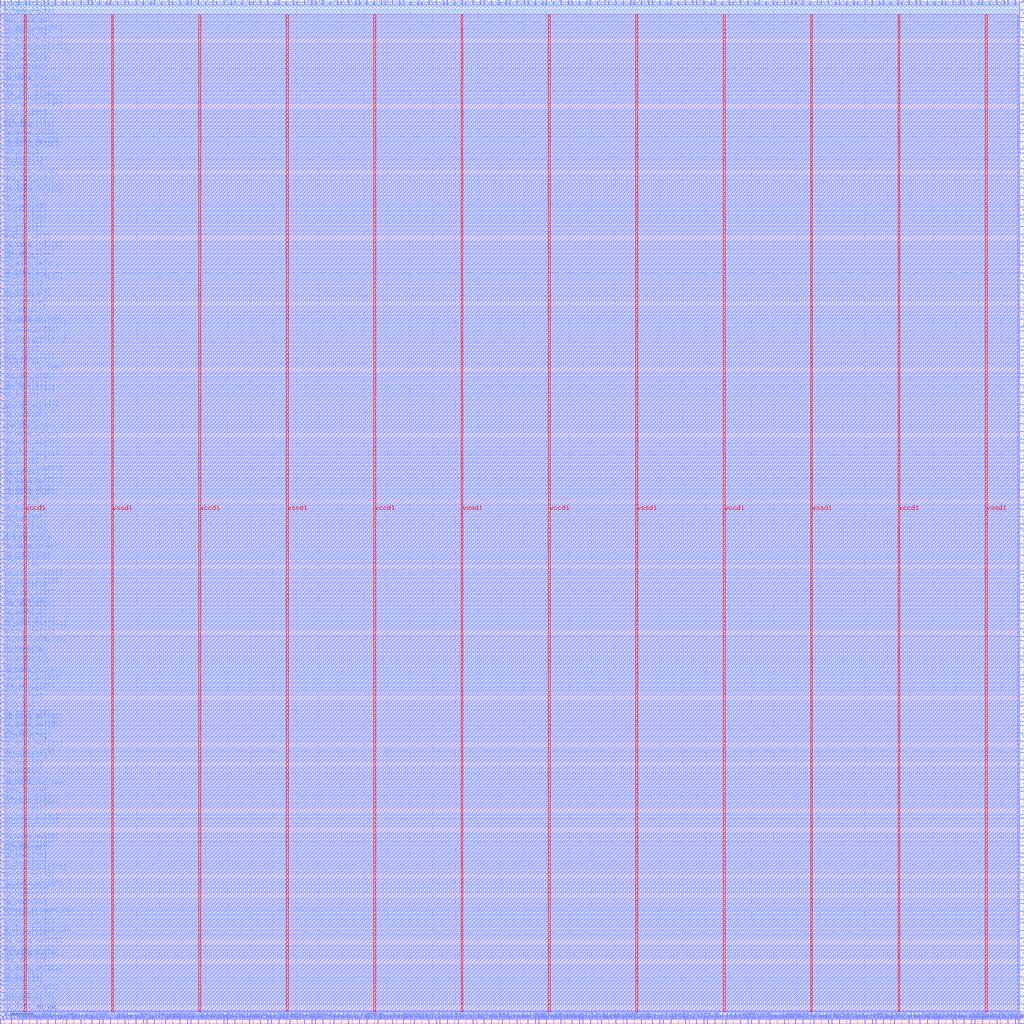
<source format=lef>
VERSION 5.7 ;
  NOWIREEXTENSIONATPIN ON ;
  DIVIDERCHAR "/" ;
  BUSBITCHARS "[]" ;
MACRO TOP_digital
  CLASS BLOCK ;
  FOREIGN TOP_digital ;
  ORIGIN 0.000 0.000 ;
  SIZE 900.000 BY 900.000 ;
  PIN analog_io[0]
    DIRECTION INOUT ;
    USE SIGNAL ;
    PORT
      LAYER met2 ;
        RECT 273.790 896.000 274.070 900.000 ;
    END
  END analog_io[0]
  PIN analog_io[10]
    DIRECTION INOUT ;
    USE SIGNAL ;
    PORT
      LAYER met2 ;
        RECT 77.370 896.000 77.650 900.000 ;
    END
  END analog_io[10]
  PIN analog_io[11]
    DIRECTION INOUT ;
    USE SIGNAL ;
    PORT
      LAYER met3 ;
        RECT 896.000 493.040 900.000 493.640 ;
    END
  END analog_io[11]
  PIN analog_io[12]
    DIRECTION INOUT ;
    USE SIGNAL ;
    PORT
      LAYER met3 ;
        RECT 0.000 340.040 4.000 340.640 ;
    END
  END analog_io[12]
  PIN analog_io[13]
    DIRECTION INOUT ;
    USE SIGNAL ;
    PORT
      LAYER met3 ;
        RECT 896.000 802.440 900.000 803.040 ;
    END
  END analog_io[13]
  PIN analog_io[14]
    DIRECTION INOUT ;
    USE SIGNAL ;
    PORT
      LAYER met2 ;
        RECT 392.930 896.000 393.210 900.000 ;
    END
  END analog_io[14]
  PIN analog_io[15]
    DIRECTION INOUT ;
    USE SIGNAL ;
    PORT
      LAYER met2 ;
        RECT 502.410 0.000 502.690 4.000 ;
    END
  END analog_io[15]
  PIN analog_io[16]
    DIRECTION INOUT ;
    USE SIGNAL ;
    PORT
      LAYER met2 ;
        RECT 705.270 0.000 705.550 4.000 ;
    END
  END analog_io[16]
  PIN analog_io[17]
    DIRECTION INOUT ;
    USE SIGNAL ;
    PORT
      LAYER met3 ;
        RECT 896.000 452.240 900.000 452.840 ;
    END
  END analog_io[17]
  PIN analog_io[18]
    DIRECTION INOUT ;
    USE SIGNAL ;
    PORT
      LAYER met3 ;
        RECT 0.000 125.840 4.000 126.440 ;
    END
  END analog_io[18]
  PIN analog_io[19]
    DIRECTION INOUT ;
    USE SIGNAL ;
    PORT
      LAYER met3 ;
        RECT 0.000 537.240 4.000 537.840 ;
    END
  END analog_io[19]
  PIN analog_io[1]
    DIRECTION INOUT ;
    USE SIGNAL ;
    PORT
      LAYER met2 ;
        RECT 25.850 0.000 26.130 4.000 ;
    END
  END analog_io[1]
  PIN analog_io[20]
    DIRECTION INOUT ;
    USE SIGNAL ;
    PORT
      LAYER met2 ;
        RECT 512.070 0.000 512.350 4.000 ;
    END
  END analog_io[20]
  PIN analog_io[21]
    DIRECTION INOUT ;
    USE SIGNAL ;
    PORT
      LAYER met3 ;
        RECT 0.000 887.440 4.000 888.040 ;
    END
  END analog_io[21]
  PIN analog_io[22]
    DIRECTION INOUT ;
    USE SIGNAL ;
    PORT
      LAYER met3 ;
        RECT 896.000 799.040 900.000 799.640 ;
    END
  END analog_io[22]
  PIN analog_io[23]
    DIRECTION INOUT ;
    USE SIGNAL ;
    PORT
      LAYER met2 ;
        RECT 219.050 0.000 219.330 4.000 ;
    END
  END analog_io[23]
  PIN analog_io[24]
    DIRECTION INOUT ;
    USE SIGNAL ;
    PORT
      LAYER met3 ;
        RECT 0.000 115.640 4.000 116.240 ;
    END
  END analog_io[24]
  PIN analog_io[25]
    DIRECTION INOUT ;
    USE SIGNAL ;
    PORT
      LAYER met3 ;
        RECT 896.000 652.840 900.000 653.440 ;
    END
  END analog_io[25]
  PIN analog_io[26]
    DIRECTION INOUT ;
    USE SIGNAL ;
    PORT
      LAYER met2 ;
        RECT 714.930 0.000 715.210 4.000 ;
    END
  END analog_io[26]
  PIN analog_io[27]
    DIRECTION INOUT ;
    USE SIGNAL ;
    PORT
      LAYER met2 ;
        RECT 322.090 896.000 322.370 900.000 ;
    END
  END analog_io[27]
  PIN analog_io[28]
    DIRECTION INOUT ;
    USE SIGNAL ;
    PORT
      LAYER met2 ;
        RECT 112.790 0.000 113.070 4.000 ;
    END
  END analog_io[28]
  PIN analog_io[2]
    DIRECTION INOUT ;
    USE SIGNAL ;
    PORT
      LAYER met2 ;
        RECT 260.910 896.000 261.190 900.000 ;
    END
  END analog_io[2]
  PIN analog_io[3]
    DIRECTION INOUT ;
    USE SIGNAL ;
    PORT
      LAYER met2 ;
        RECT 721.370 896.000 721.650 900.000 ;
    END
  END analog_io[3]
  PIN analog_io[4]
    DIRECTION INOUT ;
    USE SIGNAL ;
    PORT
      LAYER met3 ;
        RECT 0.000 425.040 4.000 425.640 ;
    END
  END analog_io[4]
  PIN analog_io[5]
    DIRECTION INOUT ;
    USE SIGNAL ;
    PORT
      LAYER met2 ;
        RECT 293.110 0.000 293.390 4.000 ;
    END
  END analog_io[5]
  PIN analog_io[6]
    DIRECTION INOUT ;
    USE SIGNAL ;
    PORT
      LAYER met2 ;
        RECT 296.330 896.000 296.610 900.000 ;
    END
  END analog_io[6]
  PIN analog_io[7]
    DIRECTION INOUT ;
    USE SIGNAL ;
    PORT
      LAYER met3 ;
        RECT 0.000 686.840 4.000 687.440 ;
    END
  END analog_io[7]
  PIN analog_io[8]
    DIRECTION INOUT ;
    USE SIGNAL ;
    PORT
      LAYER met3 ;
        RECT 896.000 700.440 900.000 701.040 ;
    END
  END analog_io[8]
  PIN analog_io[9]
    DIRECTION INOUT ;
    USE SIGNAL ;
    PORT
      LAYER met3 ;
        RECT 0.000 819.440 4.000 820.040 ;
    END
  END analog_io[9]
  PIN analog_trigger_in
    DIRECTION INOUT ;
    USE SIGNAL ;
    PORT
      LAYER met3 ;
        RECT 0.000 78.240 4.000 78.840 ;
    END
  END analog_trigger_in
  PIN analog_trigger_out
    DIRECTION INOUT ;
    USE SIGNAL ;
    PORT
      LAYER met3 ;
        RECT 0.000 95.240 4.000 95.840 ;
    END
  END analog_trigger_out
  PIN io_in[0]
    DIRECTION INPUT ;
    USE SIGNAL ;
    PORT
      LAYER met2 ;
        RECT 151.430 896.000 151.710 900.000 ;
    END
  END io_in[0]
  PIN io_in[10]
    DIRECTION INPUT ;
    USE SIGNAL ;
    PORT
      LAYER met3 ;
        RECT 896.000 363.840 900.000 364.440 ;
    END
  END io_in[10]
  PIN io_in[11]
    DIRECTION INPUT ;
    USE SIGNAL ;
    PORT
      LAYER met2 ;
        RECT 673.070 896.000 673.350 900.000 ;
    END
  END io_in[11]
  PIN io_in[12]
    DIRECTION INPUT ;
    USE SIGNAL ;
    PORT
      LAYER met2 ;
        RECT 376.830 0.000 377.110 4.000 ;
    END
  END io_in[12]
  PIN io_in[13]
    DIRECTION INPUT ;
    USE SIGNAL ;
    PORT
      LAYER met3 ;
        RECT 896.000 455.640 900.000 456.240 ;
    END
  END io_in[13]
  PIN io_in[14]
    DIRECTION INPUT ;
    USE SIGNAL ;
    PORT
      LAYER met3 ;
        RECT 896.000 411.440 900.000 412.040 ;
    END
  END io_in[14]
  PIN io_in[15]
    DIRECTION INPUT ;
    USE SIGNAL ;
    PORT
      LAYER met3 ;
        RECT 896.000 10.240 900.000 10.840 ;
    END
  END io_in[15]
  PIN io_in[16]
    DIRECTION INPUT ;
    USE SIGNAL ;
    PORT
      LAYER met2 ;
        RECT 573.250 0.000 573.530 4.000 ;
    END
  END io_in[16]
  PIN io_in[17]
    DIRECTION INPUT ;
    USE SIGNAL ;
    PORT
      LAYER met2 ;
        RECT 109.570 896.000 109.850 900.000 ;
    END
  END io_in[17]
  PIN io_in[18]
    DIRECTION INPUT ;
    USE SIGNAL ;
    PORT
      LAYER met3 ;
        RECT 0.000 455.640 4.000 456.240 ;
    END
  END io_in[18]
  PIN io_in[19]
    DIRECTION INPUT ;
    USE SIGNAL ;
    PORT
      LAYER met3 ;
        RECT 896.000 683.440 900.000 684.040 ;
    END
  END io_in[19]
  PIN io_in[1]
    DIRECTION INPUT ;
    USE SIGNAL ;
    PORT
      LAYER met2 ;
        RECT 202.950 896.000 203.230 900.000 ;
    END
  END io_in[1]
  PIN io_in[20]
    DIRECTION INPUT ;
    USE SIGNAL ;
    PORT
      LAYER met3 ;
        RECT 896.000 421.640 900.000 422.240 ;
    END
  END io_in[20]
  PIN io_in[21]
    DIRECTION INPUT ;
    USE SIGNAL ;
    PORT
      LAYER met2 ;
        RECT 415.470 0.000 415.750 4.000 ;
    END
  END io_in[21]
  PIN io_in[22]
    DIRECTION INPUT ;
    USE SIGNAL ;
    PORT
      LAYER met2 ;
        RECT 48.390 896.000 48.670 900.000 ;
    END
  END io_in[22]
  PIN io_in[23]
    DIRECTION INPUT ;
    USE SIGNAL ;
    PORT
      LAYER met3 ;
        RECT 896.000 469.240 900.000 469.840 ;
    END
  END io_in[23]
  PIN io_in[24]
    DIRECTION INPUT ;
    USE SIGNAL ;
    PORT
      LAYER met3 ;
        RECT 0.000 693.640 4.000 694.240 ;
    END
  END io_in[24]
  PIN io_in[25]
    DIRECTION INPUT ;
    USE SIGNAL ;
    PORT
      LAYER met3 ;
        RECT 896.000 612.040 900.000 612.640 ;
    END
  END io_in[25]
  PIN io_in[26]
    DIRECTION INPUT ;
    USE SIGNAL ;
    PORT
      LAYER met3 ;
        RECT 896.000 445.440 900.000 446.040 ;
    END
  END io_in[26]
  PIN io_in[27]
    DIRECTION INPUT ;
    USE SIGNAL ;
    PORT
      LAYER met2 ;
        RECT 463.770 896.000 464.050 900.000 ;
    END
  END io_in[27]
  PIN io_in[28]
    DIRECTION INPUT ;
    USE SIGNAL ;
    PORT
      LAYER met2 ;
        RECT 135.330 896.000 135.610 900.000 ;
    END
  END io_in[28]
  PIN io_in[29]
    DIRECTION INPUT ;
    USE SIGNAL ;
    PORT
      LAYER met3 ;
        RECT 896.000 370.640 900.000 371.240 ;
    END
  END io_in[29]
  PIN io_in[2]
    DIRECTION INPUT ;
    USE SIGNAL ;
    PORT
      LAYER met2 ;
        RECT 80.590 896.000 80.870 900.000 ;
    END
  END io_in[2]
  PIN io_in[30]
    DIRECTION INPUT ;
    USE SIGNAL ;
    PORT
      LAYER met3 ;
        RECT 0.000 489.640 4.000 490.240 ;
    END
  END io_in[30]
  PIN io_in[31]
    DIRECTION INPUT ;
    USE SIGNAL ;
    PORT
      LAYER met2 ;
        RECT 376.830 896.000 377.110 900.000 ;
    END
  END io_in[31]
  PIN io_in[32]
    DIRECTION INPUT ;
    USE SIGNAL ;
    PORT
      LAYER met3 ;
        RECT 0.000 669.840 4.000 670.440 ;
    END
  END io_in[32]
  PIN io_in[33]
    DIRECTION INPUT ;
    USE SIGNAL ;
    PORT
      LAYER met3 ;
        RECT 896.000 666.440 900.000 667.040 ;
    END
  END io_in[33]
  PIN io_in[34]
    DIRECTION INPUT ;
    USE SIGNAL ;
    PORT
      LAYER met3 ;
        RECT 896.000 91.840 900.000 92.440 ;
    END
  END io_in[34]
  PIN io_in[35]
    DIRECTION INPUT ;
    USE SIGNAL ;
    PORT
      LAYER met2 ;
        RECT 80.590 0.000 80.870 4.000 ;
    END
  END io_in[35]
  PIN io_in[36]
    DIRECTION INPUT ;
    USE SIGNAL ;
    PORT
      LAYER met3 ;
        RECT 0.000 309.440 4.000 310.040 ;
    END
  END io_in[36]
  PIN io_in[37]
    DIRECTION INPUT ;
    USE SIGNAL ;
    PORT
      LAYER met3 ;
        RECT 0.000 547.440 4.000 548.040 ;
    END
  END io_in[37]
  PIN io_in[3]
    DIRECTION INPUT ;
    USE SIGNAL ;
    PORT
      LAYER met2 ;
        RECT 566.810 0.000 567.090 4.000 ;
    END
  END io_in[3]
  PIN io_in[4]
    DIRECTION INPUT ;
    USE SIGNAL ;
    PORT
      LAYER met3 ;
        RECT 0.000 275.440 4.000 276.040 ;
    END
  END io_in[4]
  PIN io_in[5]
    DIRECTION INPUT ;
    USE SIGNAL ;
    PORT
      LAYER met3 ;
        RECT 896.000 180.240 900.000 180.840 ;
    END
  END io_in[5]
  PIN io_in[6]
    DIRECTION INPUT ;
    USE SIGNAL ;
    PORT
      LAYER met2 ;
        RECT 347.850 0.000 348.130 4.000 ;
    END
  END io_in[6]
  PIN io_in[7]
    DIRECTION INPUT ;
    USE SIGNAL ;
    PORT
      LAYER met3 ;
        RECT 0.000 166.640 4.000 167.240 ;
    END
  END io_in[7]
  PIN io_in[8]
    DIRECTION INPUT ;
    USE SIGNAL ;
    PORT
      LAYER met3 ;
        RECT 896.000 394.440 900.000 395.040 ;
    END
  END io_in[8]
  PIN io_in[9]
    DIRECTION INPUT ;
    USE SIGNAL ;
    PORT
      LAYER met3 ;
        RECT 896.000 122.440 900.000 123.040 ;
    END
  END io_in[9]
  PIN io_oeb[0]
    DIRECTION OUTPUT TRISTATE ;
    USE SIGNAL ;
    ANTENNADIFFAREA 0.445500 ;
    PORT
      LAYER met3 ;
        RECT 896.000 873.840 900.000 874.440 ;
    END
  END io_oeb[0]
  PIN io_oeb[10]
    DIRECTION OUTPUT TRISTATE ;
    USE SIGNAL ;
    ANTENNADIFFAREA 0.445500 ;
    PORT
      LAYER met2 ;
        RECT 882.370 896.000 882.650 900.000 ;
    END
  END io_oeb[10]
  PIN io_oeb[11]
    DIRECTION OUTPUT TRISTATE ;
    USE SIGNAL ;
    ANTENNADIFFAREA 0.445500 ;
    PORT
      LAYER met3 ;
        RECT 0.000 595.040 4.000 595.640 ;
    END
  END io_oeb[11]
  PIN io_oeb[12]
    DIRECTION OUTPUT TRISTATE ;
    USE SIGNAL ;
    ANTENNADIFFAREA 0.445500 ;
    PORT
      LAYER met3 ;
        RECT 896.000 897.640 900.000 898.240 ;
    END
  END io_oeb[12]
  PIN io_oeb[13]
    DIRECTION OUTPUT TRISTATE ;
    USE SIGNAL ;
    ANTENNADIFFAREA 0.445500 ;
    PORT
      LAYER met2 ;
        RECT 344.630 896.000 344.910 900.000 ;
    END
  END io_oeb[13]
  PIN io_oeb[14]
    DIRECTION OUTPUT TRISTATE ;
    USE SIGNAL ;
    ANTENNADIFFAREA 0.445500 ;
    PORT
      LAYER met2 ;
        RECT 595.790 0.000 596.070 4.000 ;
    END
  END io_oeb[14]
  PIN io_oeb[15]
    DIRECTION OUTPUT TRISTATE ;
    USE SIGNAL ;
    ANTENNADIFFAREA 0.445500 ;
    PORT
      LAYER met2 ;
        RECT 251.250 896.000 251.530 900.000 ;
    END
  END io_oeb[15]
  PIN io_oeb[16]
    DIRECTION OUTPUT TRISTATE ;
    USE SIGNAL ;
    ANTENNADIFFAREA 0.445500 ;
    PORT
      LAYER met2 ;
        RECT 885.590 0.000 885.870 4.000 ;
    END
  END io_oeb[16]
  PIN io_oeb[17]
    DIRECTION OUTPUT TRISTATE ;
    USE SIGNAL ;
    ANTENNADIFFAREA 0.445500 ;
    PORT
      LAYER met3 ;
        RECT 896.000 758.240 900.000 758.840 ;
    END
  END io_oeb[17]
  PIN io_oeb[18]
    DIRECTION OUTPUT TRISTATE ;
    USE SIGNAL ;
    ANTENNADIFFAREA 0.445500 ;
    PORT
      LAYER met2 ;
        RECT 846.950 0.000 847.230 4.000 ;
    END
  END io_oeb[18]
  PIN io_oeb[19]
    DIRECTION OUTPUT TRISTATE ;
    USE SIGNAL ;
    ANTENNADIFFAREA 0.445500 ;
    PORT
      LAYER met3 ;
        RECT 0.000 751.440 4.000 752.040 ;
    END
  END io_oeb[19]
  PIN io_oeb[1]
    DIRECTION OUTPUT TRISTATE ;
    USE SIGNAL ;
    ANTENNADIFFAREA 0.445500 ;
    PORT
      LAYER met2 ;
        RECT 460.550 896.000 460.830 900.000 ;
    END
  END io_oeb[1]
  PIN io_oeb[20]
    DIRECTION OUTPUT TRISTATE ;
    USE SIGNAL ;
    ANTENNADIFFAREA 0.445500 ;
    PORT
      LAYER met3 ;
        RECT 896.000 132.640 900.000 133.240 ;
    END
  END io_oeb[20]
  PIN io_oeb[21]
    DIRECTION OUTPUT TRISTATE ;
    USE SIGNAL ;
    ANTENNADIFFAREA 0.445500 ;
    PORT
      LAYER met3 ;
        RECT 896.000 744.640 900.000 745.240 ;
    END
  END io_oeb[21]
  PIN io_oeb[22]
    DIRECTION OUTPUT TRISTATE ;
    USE SIGNAL ;
    ANTENNADIFFAREA 0.445500 ;
    PORT
      LAYER met3 ;
        RECT 896.000 190.440 900.000 191.040 ;
    END
  END io_oeb[22]
  PIN io_oeb[23]
    DIRECTION OUTPUT TRISTATE ;
    USE SIGNAL ;
    ANTENNADIFFAREA 0.445500 ;
    PORT
      LAYER met3 ;
        RECT 0.000 622.240 4.000 622.840 ;
    END
  END io_oeb[23]
  PIN io_oeb[24]
    DIRECTION OUTPUT TRISTATE ;
    USE SIGNAL ;
    ANTENNADIFFAREA 0.445500 ;
    PORT
      LAYER met3 ;
        RECT 0.000 34.040 4.000 34.640 ;
    END
  END io_oeb[24]
  PIN io_oeb[25]
    DIRECTION OUTPUT TRISTATE ;
    USE SIGNAL ;
    ANTENNADIFFAREA 0.445500 ;
    PORT
      LAYER met3 ;
        RECT 0.000 282.240 4.000 282.840 ;
    END
  END io_oeb[25]
  PIN io_oeb[26]
    DIRECTION OUTPUT TRISTATE ;
    USE SIGNAL ;
    ANTENNADIFFAREA 0.445500 ;
    PORT
      LAYER met2 ;
        RECT 772.890 896.000 773.170 900.000 ;
    END
  END io_oeb[26]
  PIN io_oeb[27]
    DIRECTION OUTPUT TRISTATE ;
    USE SIGNAL ;
    ANTENNADIFFAREA 0.445500 ;
    PORT
      LAYER met2 ;
        RECT 676.290 0.000 676.570 4.000 ;
    END
  END io_oeb[27]
  PIN io_oeb[28]
    DIRECTION OUTPUT TRISTATE ;
    USE SIGNAL ;
    ANTENNADIFFAREA 0.445500 ;
    PORT
      LAYER met2 ;
        RECT 305.990 0.000 306.270 4.000 ;
    END
  END io_oeb[28]
  PIN io_oeb[29]
    DIRECTION OUTPUT TRISTATE ;
    USE SIGNAL ;
    ANTENNADIFFAREA 0.445500 ;
    PORT
      LAYER met3 ;
        RECT 0.000 183.640 4.000 184.240 ;
    END
  END io_oeb[29]
  PIN io_oeb[2]
    DIRECTION OUTPUT TRISTATE ;
    USE SIGNAL ;
    ANTENNADIFFAREA 0.445500 ;
    PORT
      LAYER met2 ;
        RECT 524.950 896.000 525.230 900.000 ;
    END
  END io_oeb[2]
  PIN io_oeb[30]
    DIRECTION OUTPUT TRISTATE ;
    USE SIGNAL ;
    ANTENNADIFFAREA 0.445500 ;
    PORT
      LAYER met3 ;
        RECT 896.000 860.240 900.000 860.840 ;
    END
  END io_oeb[30]
  PIN io_oeb[31]
    DIRECTION OUTPUT TRISTATE ;
    USE SIGNAL ;
    ANTENNADIFFAREA 0.445500 ;
    PORT
      LAYER met2 ;
        RECT 827.630 896.000 827.910 900.000 ;
    END
  END io_oeb[31]
  PIN io_oeb[32]
    DIRECTION OUTPUT TRISTATE ;
    USE SIGNAL ;
    ANTENNADIFFAREA 0.445500 ;
    PORT
      LAYER met3 ;
        RECT 0.000 326.440 4.000 327.040 ;
    END
  END io_oeb[32]
  PIN io_oeb[33]
    DIRECTION OUTPUT TRISTATE ;
    USE SIGNAL ;
    ANTENNADIFFAREA 0.445500 ;
    PORT
      LAYER met3 ;
        RECT 0.000 754.840 4.000 755.440 ;
    END
  END io_oeb[33]
  PIN io_oeb[34]
    DIRECTION OUTPUT TRISTATE ;
    USE SIGNAL ;
    ANTENNADIFFAREA 0.445500 ;
    PORT
      LAYER met2 ;
        RECT 438.010 896.000 438.290 900.000 ;
    END
  END io_oeb[34]
  PIN io_oeb[35]
    DIRECTION OUTPUT TRISTATE ;
    USE SIGNAL ;
    ANTENNADIFFAREA 0.445500 ;
    PORT
      LAYER met3 ;
        RECT 0.000 829.640 4.000 830.240 ;
    END
  END io_oeb[35]
  PIN io_oeb[36]
    DIRECTION OUTPUT TRISTATE ;
    USE SIGNAL ;
    ANTENNADIFFAREA 0.445500 ;
    PORT
      LAYER met2 ;
        RECT 627.990 896.000 628.270 900.000 ;
    END
  END io_oeb[36]
  PIN io_oeb[37]
    DIRECTION OUTPUT TRISTATE ;
    USE SIGNAL ;
    ANTENNADIFFAREA 0.445500 ;
    PORT
      LAYER met2 ;
        RECT 3.310 896.000 3.590 900.000 ;
    END
  END io_oeb[37]
  PIN io_oeb[3]
    DIRECTION OUTPUT TRISTATE ;
    USE SIGNAL ;
    ANTENNADIFFAREA 0.445500 ;
    PORT
      LAYER met3 ;
        RECT 0.000 523.640 4.000 524.240 ;
    END
  END io_oeb[3]
  PIN io_oeb[4]
    DIRECTION OUTPUT TRISTATE ;
    USE SIGNAL ;
    ANTENNADIFFAREA 0.445500 ;
    PORT
      LAYER met3 ;
        RECT 0.000 720.840 4.000 721.440 ;
    END
  END io_oeb[4]
  PIN io_oeb[5]
    DIRECTION OUTPUT TRISTATE ;
    USE SIGNAL ;
    ANTENNADIFFAREA 0.445500 ;
    PORT
      LAYER met2 ;
        RECT 58.050 896.000 58.330 900.000 ;
    END
  END io_oeb[5]
  PIN io_oeb[6]
    DIRECTION OUTPUT TRISTATE ;
    USE SIGNAL ;
    ANTENNADIFFAREA 0.445500 ;
    PORT
      LAYER met3 ;
        RECT 896.000 238.040 900.000 238.640 ;
    END
  END io_oeb[6]
  PIN io_oeb[7]
    DIRECTION OUTPUT TRISTATE ;
    USE SIGNAL ;
    ANTENNADIFFAREA 0.445500 ;
    PORT
      LAYER met3 ;
        RECT 896.000 241.440 900.000 242.040 ;
    END
  END io_oeb[7]
  PIN io_oeb[8]
    DIRECTION OUTPUT TRISTATE ;
    USE SIGNAL ;
    ANTENNADIFFAREA 0.445500 ;
    PORT
      LAYER met2 ;
        RECT 895.250 0.000 895.530 4.000 ;
    END
  END io_oeb[8]
  PIN io_oeb[9]
    DIRECTION OUTPUT TRISTATE ;
    USE SIGNAL ;
    ANTENNADIFFAREA 0.445500 ;
    PORT
      LAYER met2 ;
        RECT 415.470 896.000 415.750 900.000 ;
    END
  END io_oeb[9]
  PIN io_out[0]
    DIRECTION OUTPUT TRISTATE ;
    USE SIGNAL ;
    ANTENNADIFFAREA 0.445500 ;
    PORT
      LAYER met2 ;
        RECT 74.150 0.000 74.430 4.000 ;
    END
  END io_out[0]
  PIN io_out[10]
    DIRECTION OUTPUT TRISTATE ;
    USE SIGNAL ;
    ANTENNADIFFAREA 0.445500 ;
    PORT
      LAYER met3 ;
        RECT 0.000 37.440 4.000 38.040 ;
    END
  END io_out[10]
  PIN io_out[11]
    DIRECTION OUTPUT TRISTATE ;
    USE SIGNAL ;
    ANTENNADIFFAREA 0.445500 ;
    PORT
      LAYER met2 ;
        RECT 180.410 896.000 180.690 900.000 ;
    END
  END io_out[11]
  PIN io_out[12]
    DIRECTION OUTPUT TRISTATE ;
    USE SIGNAL ;
    ANTENNADIFFAREA 0.445500 ;
    PORT
      LAYER met2 ;
        RECT 447.670 0.000 447.950 4.000 ;
    END
  END io_out[12]
  PIN io_out[13]
    DIRECTION OUTPUT TRISTATE ;
    USE SIGNAL ;
    ANTENNADIFFAREA 0.445500 ;
    PORT
      LAYER met3 ;
        RECT 0.000 448.840 4.000 449.440 ;
    END
  END io_out[13]
  PIN io_out[14]
    DIRECTION OUTPUT TRISTATE ;
    USE SIGNAL ;
    ANTENNADIFFAREA 0.445500 ;
    PORT
      LAYER met2 ;
        RECT 164.310 896.000 164.590 900.000 ;
    END
  END io_out[14]
  PIN io_out[15]
    DIRECTION OUTPUT TRISTATE ;
    USE SIGNAL ;
    ANTENNADIFFAREA 0.445500 ;
    PORT
      LAYER met3 ;
        RECT 0.000 697.040 4.000 697.640 ;
    END
  END io_out[15]
  PIN io_out[16]
    DIRECTION OUTPUT TRISTATE ;
    USE SIGNAL ;
    ANTENNADIFFAREA 0.445500 ;
    PORT
      LAYER met2 ;
        RECT 322.090 0.000 322.370 4.000 ;
    END
  END io_out[16]
  PIN io_out[17]
    DIRECTION OUTPUT TRISTATE ;
    USE SIGNAL ;
    ANTENNADIFFAREA 0.445500 ;
    PORT
      LAYER met2 ;
        RECT 157.870 0.000 158.150 4.000 ;
    END
  END io_out[17]
  PIN io_out[18]
    DIRECTION OUTPUT TRISTATE ;
    USE SIGNAL ;
    ANTENNADIFFAREA 0.445500 ;
    PORT
      LAYER met3 ;
        RECT 0.000 578.040 4.000 578.640 ;
    END
  END io_out[18]
  PIN io_out[19]
    DIRECTION OUTPUT TRISTATE ;
    USE SIGNAL ;
    ANTENNADIFFAREA 0.445500 ;
    PORT
      LAYER met2 ;
        RECT 96.690 896.000 96.970 900.000 ;
    END
  END io_out[19]
  PIN io_out[1]
    DIRECTION OUTPUT TRISTATE ;
    USE SIGNAL ;
    ANTENNADIFFAREA 0.445500 ;
    PORT
      LAYER met2 ;
        RECT 682.730 0.000 683.010 4.000 ;
    END
  END io_out[1]
  PIN io_out[20]
    DIRECTION OUTPUT TRISTATE ;
    USE SIGNAL ;
    ANTENNADIFFAREA 0.445500 ;
    PORT
      LAYER met2 ;
        RECT 846.950 896.000 847.230 900.000 ;
    END
  END io_out[20]
  PIN io_out[21]
    DIRECTION OUTPUT TRISTATE ;
    USE SIGNAL ;
    ANTENNADIFFAREA 0.445500 ;
    PORT
      LAYER met2 ;
        RECT 402.590 0.000 402.870 4.000 ;
    END
  END io_out[21]
  PIN io_out[22]
    DIRECTION OUTPUT TRISTATE ;
    USE SIGNAL ;
    ANTENNADIFFAREA 0.445500 ;
    PORT
      LAYER met2 ;
        RECT 135.330 0.000 135.610 4.000 ;
    END
  END io_out[22]
  PIN io_out[23]
    DIRECTION OUTPUT TRISTATE ;
    USE SIGNAL ;
    ANTENNADIFFAREA 0.445500 ;
    PORT
      LAYER met2 ;
        RECT 776.110 896.000 776.390 900.000 ;
    END
  END io_out[23]
  PIN io_out[24]
    DIRECTION OUTPUT TRISTATE ;
    USE SIGNAL ;
    ANTENNADIFFAREA 0.445500 ;
    PORT
      LAYER met2 ;
        RECT 41.950 0.000 42.230 4.000 ;
    END
  END io_out[24]
  PIN io_out[25]
    DIRECTION OUTPUT TRISTATE ;
    USE SIGNAL ;
    ANTENNADIFFAREA 0.445500 ;
    PORT
      LAYER met3 ;
        RECT 896.000 166.640 900.000 167.240 ;
    END
  END io_out[25]
  PIN io_out[26]
    DIRECTION OUTPUT TRISTATE ;
    USE SIGNAL ;
    ANTENNADIFFAREA 0.445500 ;
    PORT
      LAYER met3 ;
        RECT 896.000 843.240 900.000 843.840 ;
    END
  END io_out[26]
  PIN io_out[27]
    DIRECTION OUTPUT TRISTATE ;
    USE SIGNAL ;
    ANTENNADIFFAREA 0.445500 ;
    PORT
      LAYER met2 ;
        RECT 492.750 896.000 493.030 900.000 ;
    END
  END io_out[27]
  PIN io_out[28]
    DIRECTION OUTPUT TRISTATE ;
    USE SIGNAL ;
    ANTENNADIFFAREA 0.445500 ;
    PORT
      LAYER met2 ;
        RECT 589.350 0.000 589.630 4.000 ;
    END
  END io_out[28]
  PIN io_out[29]
    DIRECTION OUTPUT TRISTATE ;
    USE SIGNAL ;
    ANTENNADIFFAREA 0.445500 ;
    PORT
      LAYER met2 ;
        RECT 875.930 896.000 876.210 900.000 ;
    END
  END io_out[29]
  PIN io_out[2]
    DIRECTION OUTPUT TRISTATE ;
    USE SIGNAL ;
    ANTENNADIFFAREA 0.445500 ;
    PORT
      LAYER met3 ;
        RECT 896.000 156.440 900.000 157.040 ;
    END
  END io_out[2]
  PIN io_out[30]
    DIRECTION OUTPUT TRISTATE ;
    USE SIGNAL ;
    ANTENNADIFFAREA 0.445500 ;
    PORT
      LAYER met2 ;
        RECT 392.930 0.000 393.210 4.000 ;
    END
  END io_out[30]
  PIN io_out[31]
    DIRECTION OUTPUT TRISTATE ;
    USE SIGNAL ;
    ANTENNADIFFAREA 0.445500 ;
    PORT
      LAYER met3 ;
        RECT 896.000 635.840 900.000 636.440 ;
    END
  END io_out[31]
  PIN io_out[32]
    DIRECTION OUTPUT TRISTATE ;
    USE SIGNAL ;
    ANTENNADIFFAREA 0.445500 ;
    PORT
      LAYER met2 ;
        RECT 119.230 0.000 119.510 4.000 ;
    END
  END io_out[32]
  PIN io_out[33]
    DIRECTION OUTPUT TRISTATE ;
    USE SIGNAL ;
    ANTENNADIFFAREA 0.445500 ;
    PORT
      LAYER met2 ;
        RECT 354.290 0.000 354.570 4.000 ;
    END
  END io_out[33]
  PIN io_out[34]
    DIRECTION OUTPUT TRISTATE ;
    USE SIGNAL ;
    ANTENNADIFFAREA 0.445500 ;
    PORT
      LAYER met2 ;
        RECT 863.050 0.000 863.330 4.000 ;
    END
  END io_out[34]
  PIN io_out[35]
    DIRECTION OUTPUT TRISTATE ;
    USE SIGNAL ;
    ANTENNADIFFAREA 0.445500 ;
    PORT
      LAYER met3 ;
        RECT 0.000 894.240 4.000 894.840 ;
    END
  END io_out[35]
  PIN io_out[36]
    DIRECTION OUTPUT TRISTATE ;
    USE SIGNAL ;
    ANTENNADIFFAREA 0.445500 ;
    PORT
      LAYER met2 ;
        RECT 634.430 0.000 634.710 4.000 ;
    END
  END io_out[36]
  PIN io_out[37]
    DIRECTION OUTPUT TRISTATE ;
    USE SIGNAL ;
    ANTENNADIFFAREA 0.445500 ;
    PORT
      LAYER met2 ;
        RECT 148.210 896.000 148.490 900.000 ;
    END
  END io_out[37]
  PIN io_out[3]
    DIRECTION OUTPUT TRISTATE ;
    USE SIGNAL ;
    ANTENNADIFFAREA 0.445500 ;
    PORT
      LAYER met3 ;
        RECT 0.000 289.040 4.000 289.640 ;
    END
  END io_out[3]
  PIN io_out[4]
    DIRECTION OUTPUT TRISTATE ;
    USE SIGNAL ;
    ANTENNADIFFAREA 0.445500 ;
    PORT
      LAYER met2 ;
        RECT 228.710 0.000 228.990 4.000 ;
    END
  END io_out[4]
  PIN io_out[5]
    DIRECTION OUTPUT TRISTATE ;
    USE SIGNAL ;
    ANTENNADIFFAREA 0.445500 ;
    PORT
      LAYER met2 ;
        RECT 222.270 0.000 222.550 4.000 ;
    END
  END io_out[5]
  PIN io_out[6]
    DIRECTION OUTPUT TRISTATE ;
    USE SIGNAL ;
    ANTENNADIFFAREA 0.445500 ;
    PORT
      LAYER met2 ;
        RECT 54.830 0.000 55.110 4.000 ;
    END
  END io_out[6]
  PIN io_out[7]
    DIRECTION OUTPUT TRISTATE ;
    USE SIGNAL ;
    ANTENNADIFFAREA 0.445500 ;
    PORT
      LAYER met3 ;
        RECT 0.000 588.240 4.000 588.840 ;
    END
  END io_out[7]
  PIN io_out[8]
    DIRECTION OUTPUT TRISTATE ;
    USE SIGNAL ;
    ANTENNADIFFAREA 0.445500 ;
    PORT
      LAYER met3 ;
        RECT 0.000 397.840 4.000 398.440 ;
    END
  END io_out[8]
  PIN io_out[9]
    DIRECTION OUTPUT TRISTATE ;
    USE SIGNAL ;
    ANTENNADIFFAREA 0.445500 ;
    PORT
      LAYER met2 ;
        RECT 760.010 0.000 760.290 4.000 ;
    END
  END io_out[9]
  PIN la_data_in[0]
    DIRECTION INPUT ;
    USE SIGNAL ;
    ANTENNAGATEAREA 0.742500 ;
    PORT
      LAYER met3 ;
        RECT 0.000 785.440 4.000 786.040 ;
    END
  END la_data_in[0]
  PIN la_data_in[100]
    DIRECTION INPUT ;
    USE SIGNAL ;
    PORT
      LAYER met2 ;
        RECT 766.450 896.000 766.730 900.000 ;
    END
  END la_data_in[100]
  PIN la_data_in[101]
    DIRECTION INPUT ;
    USE SIGNAL ;
    PORT
      LAYER met2 ;
        RECT 805.090 896.000 805.370 900.000 ;
    END
  END la_data_in[101]
  PIN la_data_in[102]
    DIRECTION INPUT ;
    USE SIGNAL ;
    PORT
      LAYER met3 ;
        RECT 0.000 727.640 4.000 728.240 ;
    END
  END la_data_in[102]
  PIN la_data_in[103]
    DIRECTION INPUT ;
    USE SIGNAL ;
    PORT
      LAYER met2 ;
        RECT 219.050 896.000 219.330 900.000 ;
    END
  END la_data_in[103]
  PIN la_data_in[104]
    DIRECTION INPUT ;
    USE SIGNAL ;
    PORT
      LAYER met3 ;
        RECT 896.000 571.240 900.000 571.840 ;
    END
  END la_data_in[104]
  PIN la_data_in[105]
    DIRECTION INPUT ;
    USE SIGNAL ;
    PORT
      LAYER met3 ;
        RECT 896.000 533.840 900.000 534.440 ;
    END
  END la_data_in[105]
  PIN la_data_in[106]
    DIRECTION INPUT ;
    USE SIGNAL ;
    PORT
      LAYER met2 ;
        RECT 808.310 896.000 808.590 900.000 ;
    END
  END la_data_in[106]
  PIN la_data_in[107]
    DIRECTION INPUT ;
    USE SIGNAL ;
    PORT
      LAYER met3 ;
        RECT 896.000 98.640 900.000 99.240 ;
    END
  END la_data_in[107]
  PIN la_data_in[108]
    DIRECTION INPUT ;
    USE SIGNAL ;
    PORT
      LAYER met3 ;
        RECT 896.000 816.040 900.000 816.640 ;
    END
  END la_data_in[108]
  PIN la_data_in[109]
    DIRECTION INPUT ;
    USE SIGNAL ;
    PORT
      LAYER met3 ;
        RECT 896.000 578.040 900.000 578.640 ;
    END
  END la_data_in[109]
  PIN la_data_in[10]
    DIRECTION INPUT ;
    USE SIGNAL ;
    PORT
      LAYER met3 ;
        RECT 896.000 479.440 900.000 480.040 ;
    END
  END la_data_in[10]
  PIN la_data_in[110]
    DIRECTION INPUT ;
    USE SIGNAL ;
    PORT
      LAYER met2 ;
        RECT 238.370 0.000 238.650 4.000 ;
    END
  END la_data_in[110]
  PIN la_data_in[111]
    DIRECTION INPUT ;
    USE SIGNAL ;
    PORT
      LAYER met2 ;
        RECT 875.930 0.000 876.210 4.000 ;
    END
  END la_data_in[111]
  PIN la_data_in[112]
    DIRECTION INPUT ;
    USE SIGNAL ;
    PORT
      LAYER met2 ;
        RECT 257.690 896.000 257.970 900.000 ;
    END
  END la_data_in[112]
  PIN la_data_in[113]
    DIRECTION INPUT ;
    USE SIGNAL ;
    PORT
      LAYER met3 ;
        RECT 896.000 782.040 900.000 782.640 ;
    END
  END la_data_in[113]
  PIN la_data_in[114]
    DIRECTION INPUT ;
    USE SIGNAL ;
    PORT
      LAYER met3 ;
        RECT 896.000 513.440 900.000 514.040 ;
    END
  END la_data_in[114]
  PIN la_data_in[115]
    DIRECTION INPUT ;
    USE SIGNAL ;
    PORT
      LAYER met2 ;
        RECT 360.730 896.000 361.010 900.000 ;
    END
  END la_data_in[115]
  PIN la_data_in[116]
    DIRECTION INPUT ;
    USE SIGNAL ;
    PORT
      LAYER met3 ;
        RECT 0.000 680.040 4.000 680.640 ;
    END
  END la_data_in[116]
  PIN la_data_in[117]
    DIRECTION INPUT ;
    USE SIGNAL ;
    PORT
      LAYER met3 ;
        RECT 896.000 595.040 900.000 595.640 ;
    END
  END la_data_in[117]
  PIN la_data_in[118]
    DIRECTION INPUT ;
    USE SIGNAL ;
    PORT
      LAYER met2 ;
        RECT 692.390 0.000 692.670 4.000 ;
    END
  END la_data_in[118]
  PIN la_data_in[119]
    DIRECTION INPUT ;
    USE SIGNAL ;
    PORT
      LAYER met3 ;
        RECT 0.000 615.440 4.000 616.040 ;
    END
  END la_data_in[119]
  PIN la_data_in[11]
    DIRECTION INPUT ;
    USE SIGNAL ;
    PORT
      LAYER met3 ;
        RECT 0.000 496.440 4.000 497.040 ;
    END
  END la_data_in[11]
  PIN la_data_in[120]
    DIRECTION INPUT ;
    USE SIGNAL ;
    PORT
      LAYER met2 ;
        RECT 711.710 896.000 711.990 900.000 ;
    END
  END la_data_in[120]
  PIN la_data_in[121]
    DIRECTION INPUT ;
    USE SIGNAL ;
    PORT
      LAYER met3 ;
        RECT 0.000 44.240 4.000 44.840 ;
    END
  END la_data_in[121]
  PIN la_data_in[122]
    DIRECTION INPUT ;
    USE SIGNAL ;
    PORT
      LAYER met3 ;
        RECT 896.000 163.240 900.000 163.840 ;
    END
  END la_data_in[122]
  PIN la_data_in[123]
    DIRECTION INPUT ;
    USE SIGNAL ;
    PORT
      LAYER met2 ;
        RECT 212.610 0.000 212.890 4.000 ;
    END
  END la_data_in[123]
  PIN la_data_in[124]
    DIRECTION INPUT ;
    USE SIGNAL ;
    PORT
      LAYER met2 ;
        RECT 180.410 0.000 180.690 4.000 ;
    END
  END la_data_in[124]
  PIN la_data_in[125]
    DIRECTION INPUT ;
    USE SIGNAL ;
    PORT
      LAYER met3 ;
        RECT 896.000 353.640 900.000 354.240 ;
    END
  END la_data_in[125]
  PIN la_data_in[126]
    DIRECTION INPUT ;
    USE SIGNAL ;
    PORT
      LAYER met2 ;
        RECT 328.530 896.000 328.810 900.000 ;
    END
  END la_data_in[126]
  PIN la_data_in[127]
    DIRECTION INPUT ;
    USE SIGNAL ;
    PORT
      LAYER met2 ;
        RECT 547.490 896.000 547.770 900.000 ;
    END
  END la_data_in[127]
  PIN la_data_in[12]
    DIRECTION INPUT ;
    USE SIGNAL ;
    PORT
      LAYER met3 ;
        RECT 896.000 741.240 900.000 741.840 ;
    END
  END la_data_in[12]
  PIN la_data_in[13]
    DIRECTION INPUT ;
    USE SIGNAL ;
    PORT
      LAYER met3 ;
        RECT 896.000 707.240 900.000 707.840 ;
    END
  END la_data_in[13]
  PIN la_data_in[14]
    DIRECTION INPUT ;
    USE SIGNAL ;
    PORT
      LAYER met2 ;
        RECT 289.890 896.000 290.170 900.000 ;
    END
  END la_data_in[14]
  PIN la_data_in[15]
    DIRECTION INPUT ;
    USE SIGNAL ;
    PORT
      LAYER met3 ;
        RECT 896.000 336.640 900.000 337.240 ;
    END
  END la_data_in[15]
  PIN la_data_in[16]
    DIRECTION INPUT ;
    USE SIGNAL ;
    PORT
      LAYER met3 ;
        RECT 0.000 513.440 4.000 514.040 ;
    END
  END la_data_in[16]
  PIN la_data_in[17]
    DIRECTION INPUT ;
    USE SIGNAL ;
    PORT
      LAYER met2 ;
        RECT 431.570 0.000 431.850 4.000 ;
    END
  END la_data_in[17]
  PIN la_data_in[18]
    DIRECTION INPUT ;
    USE SIGNAL ;
    PORT
      LAYER met2 ;
        RECT 186.850 896.000 187.130 900.000 ;
    END
  END la_data_in[18]
  PIN la_data_in[19]
    DIRECTION INPUT ;
    USE SIGNAL ;
    PORT
      LAYER met2 ;
        RECT 518.510 896.000 518.790 900.000 ;
    END
  END la_data_in[19]
  PIN la_data_in[1]
    DIRECTION INPUT ;
    USE SIGNAL ;
    PORT
      LAYER met3 ;
        RECT 896.000 0.040 900.000 0.640 ;
    END
  END la_data_in[1]
  PIN la_data_in[20]
    DIRECTION INPUT ;
    USE SIGNAL ;
    PORT
      LAYER met2 ;
        RECT 409.030 896.000 409.310 900.000 ;
    END
  END la_data_in[20]
  PIN la_data_in[21]
    DIRECTION INPUT ;
    USE SIGNAL ;
    PORT
      LAYER met2 ;
        RECT 399.370 0.000 399.650 4.000 ;
    END
  END la_data_in[21]
  PIN la_data_in[22]
    DIRECTION INPUT ;
    USE SIGNAL ;
    PORT
      LAYER met2 ;
        RECT 579.690 896.000 579.970 900.000 ;
    END
  END la_data_in[22]
  PIN la_data_in[23]
    DIRECTION INPUT ;
    USE SIGNAL ;
    PORT
      LAYER met2 ;
        RECT 843.730 896.000 844.010 900.000 ;
    END
  END la_data_in[23]
  PIN la_data_in[24]
    DIRECTION INPUT ;
    USE SIGNAL ;
    PORT
      LAYER met3 ;
        RECT 0.000 176.840 4.000 177.440 ;
    END
  END la_data_in[24]
  PIN la_data_in[25]
    DIRECTION INPUT ;
    USE SIGNAL ;
    PORT
      LAYER met2 ;
        RECT 792.210 896.000 792.490 900.000 ;
    END
  END la_data_in[25]
  PIN la_data_in[26]
    DIRECTION INPUT ;
    USE SIGNAL ;
    PORT
      LAYER met2 ;
        RECT 682.730 896.000 683.010 900.000 ;
    END
  END la_data_in[26]
  PIN la_data_in[27]
    DIRECTION INPUT ;
    USE SIGNAL ;
    PORT
      LAYER met2 ;
        RECT 277.010 0.000 277.290 4.000 ;
    END
  END la_data_in[27]
  PIN la_data_in[28]
    DIRECTION INPUT ;
    USE SIGNAL ;
    PORT
      LAYER met2 ;
        RECT 673.070 0.000 673.350 4.000 ;
    END
  END la_data_in[28]
  PIN la_data_in[29]
    DIRECTION INPUT ;
    USE SIGNAL ;
    PORT
      LAYER met3 ;
        RECT 0.000 768.440 4.000 769.040 ;
    END
  END la_data_in[29]
  PIN la_data_in[2]
    DIRECTION INPUT ;
    USE SIGNAL ;
    PORT
      LAYER met3 ;
        RECT 0.000 85.040 4.000 85.640 ;
    END
  END la_data_in[2]
  PIN la_data_in[30]
    DIRECTION INPUT ;
    USE SIGNAL ;
    PORT
      LAYER met2 ;
        RECT 196.510 896.000 196.790 900.000 ;
    END
  END la_data_in[30]
  PIN la_data_in[31]
    DIRECTION INPUT ;
    USE SIGNAL ;
    PORT
      LAYER met2 ;
        RECT 502.410 896.000 502.690 900.000 ;
    END
  END la_data_in[31]
  PIN la_data_in[32]
    DIRECTION INPUT ;
    USE SIGNAL ;
    PORT
      LAYER met3 ;
        RECT 0.000 384.240 4.000 384.840 ;
    END
  END la_data_in[32]
  PIN la_data_in[33]
    DIRECTION INPUT ;
    USE SIGNAL ;
    PORT
      LAYER met2 ;
        RECT 331.750 0.000 332.030 4.000 ;
    END
  END la_data_in[33]
  PIN la_data_in[34]
    DIRECTION INPUT ;
    USE SIGNAL ;
    PORT
      LAYER met3 ;
        RECT 0.000 299.240 4.000 299.840 ;
    END
  END la_data_in[34]
  PIN la_data_in[35]
    DIRECTION INPUT ;
    USE SIGNAL ;
    PORT
      LAYER met2 ;
        RECT 792.210 0.000 792.490 4.000 ;
    END
  END la_data_in[35]
  PIN la_data_in[36]
    DIRECTION INPUT ;
    USE SIGNAL ;
    PORT
      LAYER met3 ;
        RECT 896.000 40.840 900.000 41.440 ;
    END
  END la_data_in[36]
  PIN la_data_in[37]
    DIRECTION INPUT ;
    USE SIGNAL ;
    PORT
      LAYER met3 ;
        RECT 896.000 809.240 900.000 809.840 ;
    END
  END la_data_in[37]
  PIN la_data_in[38]
    DIRECTION INPUT ;
    USE SIGNAL ;
    PORT
      LAYER met2 ;
        RECT 727.810 0.000 728.090 4.000 ;
    END
  END la_data_in[38]
  PIN la_data_in[39]
    DIRECTION INPUT ;
    USE SIGNAL ;
    PORT
      LAYER met3 ;
        RECT 0.000 778.640 4.000 779.240 ;
    END
  END la_data_in[39]
  PIN la_data_in[3]
    DIRECTION INPUT ;
    USE SIGNAL ;
    PORT
      LAYER met3 ;
        RECT 0.000 3.440 4.000 4.040 ;
    END
  END la_data_in[3]
  PIN la_data_in[40]
    DIRECTION INPUT ;
    USE SIGNAL ;
    PORT
      LAYER met3 ;
        RECT 896.000 278.840 900.000 279.440 ;
    END
  END la_data_in[40]
  PIN la_data_in[41]
    DIRECTION INPUT ;
    USE SIGNAL ;
    PORT
      LAYER met3 ;
        RECT 896.000 591.640 900.000 592.240 ;
    END
  END la_data_in[41]
  PIN la_data_in[42]
    DIRECTION INPUT ;
    USE SIGNAL ;
    PORT
      LAYER met3 ;
        RECT 0.000 663.040 4.000 663.640 ;
    END
  END la_data_in[42]
  PIN la_data_in[43]
    DIRECTION INPUT ;
    USE SIGNAL ;
    PORT
      LAYER met3 ;
        RECT 896.000 724.240 900.000 724.840 ;
    END
  END la_data_in[43]
  PIN la_data_in[44]
    DIRECTION INPUT ;
    USE SIGNAL ;
    PORT
      LAYER met2 ;
        RECT 16.190 0.000 16.470 4.000 ;
    END
  END la_data_in[44]
  PIN la_data_in[45]
    DIRECTION INPUT ;
    USE SIGNAL ;
    PORT
      LAYER met2 ;
        RECT 125.670 896.000 125.950 900.000 ;
    END
  END la_data_in[45]
  PIN la_data_in[46]
    DIRECTION INPUT ;
    USE SIGNAL ;
    PORT
      LAYER met3 ;
        RECT 0.000 605.240 4.000 605.840 ;
    END
  END la_data_in[46]
  PIN la_data_in[47]
    DIRECTION INPUT ;
    USE SIGNAL ;
    PORT
      LAYER met2 ;
        RECT 814.750 896.000 815.030 900.000 ;
    END
  END la_data_in[47]
  PIN la_data_in[48]
    DIRECTION INPUT ;
    USE SIGNAL ;
    PORT
      LAYER met3 ;
        RECT 896.000 360.440 900.000 361.040 ;
    END
  END la_data_in[48]
  PIN la_data_in[49]
    DIRECTION INPUT ;
    USE SIGNAL ;
    PORT
      LAYER met2 ;
        RECT 898.470 896.000 898.750 900.000 ;
    END
  END la_data_in[49]
  PIN la_data_in[4]
    DIRECTION INPUT ;
    USE SIGNAL ;
    PORT
      LAYER met2 ;
        RECT 334.970 896.000 335.250 900.000 ;
    END
  END la_data_in[4]
  PIN la_data_in[50]
    DIRECTION INPUT ;
    USE SIGNAL ;
    PORT
      LAYER met2 ;
        RECT 824.410 0.000 824.690 4.000 ;
    END
  END la_data_in[50]
  PIN la_data_in[51]
    DIRECTION INPUT ;
    USE SIGNAL ;
    PORT
      LAYER met2 ;
        RECT 718.150 896.000 718.430 900.000 ;
    END
  END la_data_in[51]
  PIN la_data_in[52]
    DIRECTION INPUT ;
    USE SIGNAL ;
    PORT
      LAYER met2 ;
        RECT 354.290 896.000 354.570 900.000 ;
    END
  END la_data_in[52]
  PIN la_data_in[53]
    DIRECTION INPUT ;
    USE SIGNAL ;
    PORT
      LAYER met2 ;
        RECT 367.170 896.000 367.450 900.000 ;
    END
  END la_data_in[53]
  PIN la_data_in[54]
    DIRECTION INPUT ;
    USE SIGNAL ;
    PORT
      LAYER met2 ;
        RECT 190.070 0.000 190.350 4.000 ;
    END
  END la_data_in[54]
  PIN la_data_in[55]
    DIRECTION INPUT ;
    USE SIGNAL ;
    PORT
      LAYER met3 ;
        RECT 896.000 561.040 900.000 561.640 ;
    END
  END la_data_in[55]
  PIN la_data_in[56]
    DIRECTION INPUT ;
    USE SIGNAL ;
    PORT
      LAYER met2 ;
        RECT 3.310 0.000 3.590 4.000 ;
    END
  END la_data_in[56]
  PIN la_data_in[57]
    DIRECTION INPUT ;
    USE SIGNAL ;
    PORT
      LAYER met3 ;
        RECT 896.000 319.640 900.000 320.240 ;
    END
  END la_data_in[57]
  PIN la_data_in[58]
    DIRECTION INPUT ;
    USE SIGNAL ;
    PORT
      LAYER met3 ;
        RECT 896.000 890.840 900.000 891.440 ;
    END
  END la_data_in[58]
  PIN la_data_in[59]
    DIRECTION INPUT ;
    USE SIGNAL ;
    PORT
      LAYER met3 ;
        RECT 896.000 629.040 900.000 629.640 ;
    END
  END la_data_in[59]
  PIN la_data_in[5]
    DIRECTION INPUT ;
    USE SIGNAL ;
    PORT
      LAYER met2 ;
        RECT 666.630 896.000 666.910 900.000 ;
    END
  END la_data_in[5]
  PIN la_data_in[60]
    DIRECTION INPUT ;
    USE SIGNAL ;
    PORT
      LAYER met2 ;
        RECT 351.070 896.000 351.350 900.000 ;
    END
  END la_data_in[60]
  PIN la_data_in[61]
    DIRECTION INPUT ;
    USE SIGNAL ;
    PORT
      LAYER met2 ;
        RECT 553.930 896.000 554.210 900.000 ;
    END
  END la_data_in[61]
  PIN la_data_in[62]
    DIRECTION INPUT ;
    USE SIGNAL ;
    PORT
      LAYER met2 ;
        RECT 731.030 0.000 731.310 4.000 ;
    END
  END la_data_in[62]
  PIN la_data_in[63]
    DIRECTION INPUT ;
    USE SIGNAL ;
    PORT
      LAYER met2 ;
        RECT 479.870 896.000 480.150 900.000 ;
    END
  END la_data_in[63]
  PIN la_data_in[64]
    DIRECTION INPUT ;
    USE SIGNAL ;
    PORT
      LAYER met3 ;
        RECT 896.000 822.840 900.000 823.440 ;
    END
  END la_data_in[64]
  PIN la_data_in[65]
    DIRECTION INPUT ;
    USE SIGNAL ;
    PORT
      LAYER met3 ;
        RECT 0.000 27.240 4.000 27.840 ;
    END
  END la_data_in[65]
  PIN la_data_in[66]
    DIRECTION INPUT ;
    USE SIGNAL ;
    PORT
      LAYER met3 ;
        RECT 0.000 190.440 4.000 191.040 ;
    END
  END la_data_in[66]
  PIN la_data_in[67]
    DIRECTION INPUT ;
    USE SIGNAL ;
    PORT
      LAYER met3 ;
        RECT 896.000 676.640 900.000 677.240 ;
    END
  END la_data_in[67]
  PIN la_data_in[68]
    DIRECTION INPUT ;
    USE SIGNAL ;
    PORT
      LAYER met2 ;
        RECT 0.090 896.000 0.370 900.000 ;
    END
  END la_data_in[68]
  PIN la_data_in[69]
    DIRECTION INPUT ;
    USE SIGNAL ;
    PORT
      LAYER met2 ;
        RECT 109.570 0.000 109.850 4.000 ;
    END
  END la_data_in[69]
  PIN la_data_in[6]
    DIRECTION INPUT ;
    USE SIGNAL ;
    PORT
      LAYER met2 ;
        RECT 570.030 896.000 570.310 900.000 ;
    END
  END la_data_in[6]
  PIN la_data_in[70]
    DIRECTION INPUT ;
    USE SIGNAL ;
    PORT
      LAYER met2 ;
        RECT 840.510 0.000 840.790 4.000 ;
    END
  END la_data_in[70]
  PIN la_data_in[71]
    DIRECTION INPUT ;
    USE SIGNAL ;
    PORT
      LAYER met2 ;
        RECT 41.950 896.000 42.230 900.000 ;
    END
  END la_data_in[71]
  PIN la_data_in[72]
    DIRECTION INPUT ;
    USE SIGNAL ;
    PORT
      LAYER met3 ;
        RECT 896.000 734.440 900.000 735.040 ;
    END
  END la_data_in[72]
  PIN la_data_in[73]
    DIRECTION INPUT ;
    USE SIGNAL ;
    PORT
      LAYER met2 ;
        RECT 283.450 896.000 283.730 900.000 ;
    END
  END la_data_in[73]
  PIN la_data_in[74]
    DIRECTION INPUT ;
    USE SIGNAL ;
    PORT
      LAYER met2 ;
        RECT 454.110 896.000 454.390 900.000 ;
    END
  END la_data_in[74]
  PIN la_data_in[75]
    DIRECTION INPUT ;
    USE SIGNAL ;
    PORT
      LAYER met3 ;
        RECT 896.000 261.840 900.000 262.440 ;
    END
  END la_data_in[75]
  PIN la_data_in[76]
    DIRECTION INPUT ;
    USE SIGNAL ;
    PORT
      LAYER met2 ;
        RECT 837.290 896.000 837.570 900.000 ;
    END
  END la_data_in[76]
  PIN la_data_in[77]
    DIRECTION INPUT ;
    USE SIGNAL ;
    PORT
      LAYER met3 ;
        RECT 896.000 255.040 900.000 255.640 ;
    END
  END la_data_in[77]
  PIN la_data_in[78]
    DIRECTION INPUT ;
    USE SIGNAL ;
    PORT
      LAYER met3 ;
        RECT 896.000 88.440 900.000 89.040 ;
    END
  END la_data_in[78]
  PIN la_data_in[79]
    DIRECTION INPUT ;
    USE SIGNAL ;
    PORT
      LAYER met2 ;
        RECT 64.490 896.000 64.770 900.000 ;
    END
  END la_data_in[79]
  PIN la_data_in[7]
    DIRECTION INPUT ;
    USE SIGNAL ;
    PORT
      LAYER met2 ;
        RECT 473.430 0.000 473.710 4.000 ;
    END
  END la_data_in[7]
  PIN la_data_in[80]
    DIRECTION INPUT ;
    USE SIGNAL ;
    PORT
      LAYER met3 ;
        RECT 896.000 717.440 900.000 718.040 ;
    END
  END la_data_in[80]
  PIN la_data_in[81]
    DIRECTION INPUT ;
    USE SIGNAL ;
    PORT
      LAYER met2 ;
        RECT 463.770 0.000 464.050 4.000 ;
    END
  END la_data_in[81]
  PIN la_data_in[82]
    DIRECTION INPUT ;
    USE SIGNAL ;
    PORT
      LAYER met3 ;
        RECT 896.000 601.840 900.000 602.440 ;
    END
  END la_data_in[82]
  PIN la_data_in[83]
    DIRECTION INPUT ;
    USE SIGNAL ;
    PORT
      LAYER met2 ;
        RECT 879.150 0.000 879.430 4.000 ;
    END
  END la_data_in[83]
  PIN la_data_in[84]
    DIRECTION INPUT ;
    USE SIGNAL ;
    PORT
      LAYER met3 ;
        RECT 896.000 346.840 900.000 347.440 ;
    END
  END la_data_in[84]
  PIN la_data_in[85]
    DIRECTION INPUT ;
    USE SIGNAL ;
    PORT
      LAYER met2 ;
        RECT 315.650 896.000 315.930 900.000 ;
    END
  END la_data_in[85]
  PIN la_data_in[86]
    DIRECTION INPUT ;
    USE SIGNAL ;
    PORT
      LAYER met3 ;
        RECT 0.000 744.640 4.000 745.240 ;
    END
  END la_data_in[86]
  PIN la_data_in[87]
    DIRECTION INPUT ;
    USE SIGNAL ;
    PORT
      LAYER met3 ;
        RECT 0.000 540.640 4.000 541.240 ;
    END
  END la_data_in[87]
  PIN la_data_in[88]
    DIRECTION INPUT ;
    USE SIGNAL ;
    PORT
      LAYER met3 ;
        RECT 896.000 496.440 900.000 497.040 ;
    END
  END la_data_in[88]
  PIN la_data_in[89]
    DIRECTION INPUT ;
    USE SIGNAL ;
    PORT
      LAYER met2 ;
        RECT 128.890 0.000 129.170 4.000 ;
    END
  END la_data_in[89]
  PIN la_data_in[8]
    DIRECTION INPUT ;
    USE SIGNAL ;
    PORT
      LAYER met3 ;
        RECT 0.000 884.040 4.000 884.640 ;
    END
  END la_data_in[8]
  PIN la_data_in[90]
    DIRECTION INPUT ;
    USE SIGNAL ;
    PORT
      LAYER met3 ;
        RECT 0.000 462.440 4.000 463.040 ;
    END
  END la_data_in[90]
  PIN la_data_in[91]
    DIRECTION INPUT ;
    USE SIGNAL ;
    PORT
      LAYER met3 ;
        RECT 0.000 465.840 4.000 466.440 ;
    END
  END la_data_in[91]
  PIN la_data_in[92]
    DIRECTION INPUT ;
    USE SIGNAL ;
    PORT
      LAYER met3 ;
        RECT 0.000 10.240 4.000 10.840 ;
    END
  END la_data_in[92]
  PIN la_data_in[93]
    DIRECTION INPUT ;
    USE SIGNAL ;
    PORT
      LAYER met2 ;
        RECT 267.350 896.000 267.630 900.000 ;
    END
  END la_data_in[93]
  PIN la_data_in[94]
    DIRECTION INPUT ;
    USE SIGNAL ;
    PORT
      LAYER met3 ;
        RECT 896.000 693.640 900.000 694.240 ;
    END
  END la_data_in[94]
  PIN la_data_in[95]
    DIRECTION INPUT ;
    USE SIGNAL ;
    PORT
      LAYER met3 ;
        RECT 896.000 567.840 900.000 568.440 ;
    END
  END la_data_in[95]
  PIN la_data_in[96]
    DIRECTION INPUT ;
    USE SIGNAL ;
    PORT
      LAYER met3 ;
        RECT 0.000 414.840 4.000 415.440 ;
    END
  END la_data_in[96]
  PIN la_data_in[97]
    DIRECTION INPUT ;
    USE SIGNAL ;
    PORT
      LAYER met2 ;
        RECT 235.150 896.000 235.430 900.000 ;
    END
  END la_data_in[97]
  PIN la_data_in[98]
    DIRECTION INPUT ;
    USE SIGNAL ;
    PORT
      LAYER met2 ;
        RECT 389.710 896.000 389.990 900.000 ;
    END
  END la_data_in[98]
  PIN la_data_in[99]
    DIRECTION INPUT ;
    USE SIGNAL ;
    PORT
      LAYER met3 ;
        RECT 0.000 173.440 4.000 174.040 ;
    END
  END la_data_in[99]
  PIN la_data_in[9]
    DIRECTION INPUT ;
    USE SIGNAL ;
    PORT
      LAYER met2 ;
        RECT 383.270 0.000 383.550 4.000 ;
    END
  END la_data_in[9]
  PIN la_data_out[0]
    DIRECTION OUTPUT TRISTATE ;
    USE SIGNAL ;
    ANTENNADIFFAREA 0.445500 ;
    PORT
      LAYER met3 ;
        RECT 0.000 57.840 4.000 58.440 ;
    END
  END la_data_out[0]
  PIN la_data_out[100]
    DIRECTION OUTPUT TRISTATE ;
    USE SIGNAL ;
    ANTENNADIFFAREA 0.445500 ;
    PORT
      LAYER met3 ;
        RECT 0.000 598.440 4.000 599.040 ;
    END
  END la_data_out[100]
  PIN la_data_out[101]
    DIRECTION OUTPUT TRISTATE ;
    USE SIGNAL ;
    ANTENNADIFFAREA 0.445500 ;
    PORT
      LAYER met3 ;
        RECT 0.000 346.840 4.000 347.440 ;
    END
  END la_data_out[101]
  PIN la_data_out[102]
    DIRECTION OUTPUT TRISTATE ;
    USE SIGNAL ;
    ANTENNADIFFAREA 0.445500 ;
    PORT
      LAYER met3 ;
        RECT 896.000 856.840 900.000 857.440 ;
    END
  END la_data_out[102]
  PIN la_data_out[103]
    DIRECTION OUTPUT TRISTATE ;
    USE SIGNAL ;
    ANTENNADIFFAREA 0.445500 ;
    PORT
      LAYER met2 ;
        RECT 315.650 0.000 315.930 4.000 ;
    END
  END la_data_out[103]
  PIN la_data_out[104]
    DIRECTION OUTPUT TRISTATE ;
    USE SIGNAL ;
    ANTENNADIFFAREA 0.445500 ;
    PORT
      LAYER met2 ;
        RECT 167.530 0.000 167.810 4.000 ;
    END
  END la_data_out[104]
  PIN la_data_out[105]
    DIRECTION OUTPUT TRISTATE ;
    USE SIGNAL ;
    ANTENNADIFFAREA 0.445500 ;
    PORT
      LAYER met3 ;
        RECT 0.000 132.640 4.000 133.240 ;
    END
  END la_data_out[105]
  PIN la_data_out[106]
    DIRECTION OUTPUT TRISTATE ;
    USE SIGNAL ;
    ANTENNADIFFAREA 0.445500 ;
    PORT
      LAYER met2 ;
        RECT 93.470 896.000 93.750 900.000 ;
    END
  END la_data_out[106]
  PIN la_data_out[107]
    DIRECTION OUTPUT TRISTATE ;
    USE SIGNAL ;
    ANTENNADIFFAREA 0.445500 ;
    PORT
      LAYER met3 ;
        RECT 896.000 146.240 900.000 146.840 ;
    END
  END la_data_out[107]
  PIN la_data_out[108]
    DIRECTION OUTPUT TRISTATE ;
    USE SIGNAL ;
    ANTENNADIFFAREA 0.445500 ;
    PORT
      LAYER met2 ;
        RECT 206.170 0.000 206.450 4.000 ;
    END
  END la_data_out[108]
  PIN la_data_out[109]
    DIRECTION OUTPUT TRISTATE ;
    USE SIGNAL ;
    ANTENNADIFFAREA 0.445500 ;
    PORT
      LAYER met3 ;
        RECT 896.000 418.240 900.000 418.840 ;
    END
  END la_data_out[109]
  PIN la_data_out[10]
    DIRECTION OUTPUT TRISTATE ;
    USE SIGNAL ;
    ANTENNADIFFAREA 0.445500 ;
    PORT
      LAYER met3 ;
        RECT 896.000 584.840 900.000 585.440 ;
    END
  END la_data_out[10]
  PIN la_data_out[110]
    DIRECTION OUTPUT TRISTATE ;
    USE SIGNAL ;
    ANTENNADIFFAREA 0.445500 ;
    PORT
      LAYER met2 ;
        RECT 808.310 0.000 808.590 4.000 ;
    END
  END la_data_out[110]
  PIN la_data_out[111]
    DIRECTION OUTPUT TRISTATE ;
    USE SIGNAL ;
    ANTENNADIFFAREA 0.445500 ;
    PORT
      LAYER met2 ;
        RECT 602.230 0.000 602.510 4.000 ;
    END
  END la_data_out[111]
  PIN la_data_out[112]
    DIRECTION OUTPUT TRISTATE ;
    USE SIGNAL ;
    ANTENNADIFFAREA 0.445500 ;
    PORT
      LAYER met2 ;
        RECT 621.550 0.000 621.830 4.000 ;
    END
  END la_data_out[112]
  PIN la_data_out[113]
    DIRECTION OUTPUT TRISTATE ;
    USE SIGNAL ;
    ANTENNADIFFAREA 0.445500 ;
    PORT
      LAYER met3 ;
        RECT 896.000 197.240 900.000 197.840 ;
    END
  END la_data_out[113]
  PIN la_data_out[114]
    DIRECTION OUTPUT TRISTATE ;
    USE SIGNAL ;
    ANTENNADIFFAREA 0.445500 ;
    PORT
      LAYER met3 ;
        RECT 0.000 333.240 4.000 333.840 ;
    END
  END la_data_out[114]
  PIN la_data_out[115]
    DIRECTION OUTPUT TRISTATE ;
    USE SIGNAL ;
    ANTENNADIFFAREA 0.445500 ;
    PORT
      LAYER met2 ;
        RECT 273.790 0.000 274.070 4.000 ;
    END
  END la_data_out[115]
  PIN la_data_out[116]
    DIRECTION OUTPUT TRISTATE ;
    USE SIGNAL ;
    ANTENNADIFFAREA 0.445500 ;
    PORT
      LAYER met3 ;
        RECT 896.000 880.640 900.000 881.240 ;
    END
  END la_data_out[116]
  PIN la_data_out[117]
    DIRECTION OUTPUT TRISTATE ;
    USE SIGNAL ;
    ANTENNADIFFAREA 0.445500 ;
    PORT
      LAYER met3 ;
        RECT 896.000 139.440 900.000 140.040 ;
    END
  END la_data_out[117]
  PIN la_data_out[118]
    DIRECTION OUTPUT TRISTATE ;
    USE SIGNAL ;
    ANTENNADIFFAREA 0.445500 ;
    PORT
      LAYER met2 ;
        RECT 557.150 0.000 557.430 4.000 ;
    END
  END la_data_out[118]
  PIN la_data_out[119]
    DIRECTION OUTPUT TRISTATE ;
    USE SIGNAL ;
    ANTENNADIFFAREA 0.445500 ;
    PORT
      LAYER met3 ;
        RECT 896.000 775.240 900.000 775.840 ;
    END
  END la_data_out[119]
  PIN la_data_out[11]
    DIRECTION OUTPUT TRISTATE ;
    USE SIGNAL ;
    ANTENNADIFFAREA 0.445500 ;
    PORT
      LAYER met3 ;
        RECT 0.000 241.440 4.000 242.040 ;
    END
  END la_data_out[11]
  PIN la_data_out[120]
    DIRECTION OUTPUT TRISTATE ;
    USE SIGNAL ;
    ANTENNADIFFAREA 0.445500 ;
    PORT
      LAYER met2 ;
        RECT 830.850 0.000 831.130 4.000 ;
    END
  END la_data_out[120]
  PIN la_data_out[121]
    DIRECTION OUTPUT TRISTATE ;
    USE SIGNAL ;
    ANTENNADIFFAREA 0.445500 ;
    PORT
      LAYER met3 ;
        RECT 0.000 612.040 4.000 612.640 ;
    END
  END la_data_out[121]
  PIN la_data_out[122]
    DIRECTION OUTPUT TRISTATE ;
    USE SIGNAL ;
    ANTENNADIFFAREA 0.445500 ;
    PORT
      LAYER met3 ;
        RECT 0.000 207.440 4.000 208.040 ;
    END
  END la_data_out[122]
  PIN la_data_out[123]
    DIRECTION OUTPUT TRISTATE ;
    USE SIGNAL ;
    ANTENNADIFFAREA 0.445500 ;
    PORT
      LAYER met2 ;
        RECT 360.730 0.000 361.010 4.000 ;
    END
  END la_data_out[123]
  PIN la_data_out[124]
    DIRECTION OUTPUT TRISTATE ;
    USE SIGNAL ;
    ANTENNADIFFAREA 0.445500 ;
    PORT
      LAYER met3 ;
        RECT 896.000 221.040 900.000 221.640 ;
    END
  END la_data_out[124]
  PIN la_data_out[125]
    DIRECTION OUTPUT TRISTATE ;
    USE SIGNAL ;
    ANTENNADIFFAREA 0.445500 ;
    PORT
      LAYER met3 ;
        RECT 0.000 853.440 4.000 854.040 ;
    END
  END la_data_out[125]
  PIN la_data_out[126]
    DIRECTION OUTPUT TRISTATE ;
    USE SIGNAL ;
    ANTENNADIFFAREA 0.445500 ;
    PORT
      LAYER met3 ;
        RECT 896.000 81.640 900.000 82.240 ;
    END
  END la_data_out[126]
  PIN la_data_out[127]
    DIRECTION OUTPUT TRISTATE ;
    USE SIGNAL ;
    ANTENNADIFFAREA 0.445500 ;
    PORT
      LAYER met2 ;
        RECT 119.230 896.000 119.510 900.000 ;
    END
  END la_data_out[127]
  PIN la_data_out[12]
    DIRECTION OUTPUT TRISTATE ;
    USE SIGNAL ;
    ANTENNADIFFAREA 0.445500 ;
    PORT
      LAYER met2 ;
        RECT 737.470 896.000 737.750 900.000 ;
    END
  END la_data_out[12]
  PIN la_data_out[13]
    DIRECTION OUTPUT TRISTATE ;
    USE SIGNAL ;
    ANTENNADIFFAREA 0.445500 ;
    PORT
      LAYER met3 ;
        RECT 0.000 860.240 4.000 860.840 ;
    END
  END la_data_out[13]
  PIN la_data_out[14]
    DIRECTION OUTPUT TRISTATE ;
    USE SIGNAL ;
    ANTENNADIFFAREA 0.445500 ;
    PORT
      LAYER met2 ;
        RECT 309.210 0.000 309.490 4.000 ;
    END
  END la_data_out[14]
  PIN la_data_out[15]
    DIRECTION OUTPUT TRISTATE ;
    USE SIGNAL ;
    ANTENNADIFFAREA 0.445500 ;
    PORT
      LAYER met2 ;
        RECT 853.390 0.000 853.670 4.000 ;
    END
  END la_data_out[15]
  PIN la_data_out[16]
    DIRECTION OUTPUT TRISTATE ;
    USE SIGNAL ;
    ANTENNADIFFAREA 0.445500 ;
    PORT
      LAYER met3 ;
        RECT 0.000 826.240 4.000 826.840 ;
    END
  END la_data_out[16]
  PIN la_data_out[17]
    DIRECTION OUTPUT TRISTATE ;
    USE SIGNAL ;
    ANTENNADIFFAREA 0.445500 ;
    PORT
      LAYER met3 ;
        RECT 0.000 652.840 4.000 653.440 ;
    END
  END la_data_out[17]
  PIN la_data_out[18]
    DIRECTION OUTPUT TRISTATE ;
    USE SIGNAL ;
    ANTENNADIFFAREA 0.445500 ;
    PORT
      LAYER met2 ;
        RECT 25.850 896.000 26.130 900.000 ;
    END
  END la_data_out[18]
  PIN la_data_out[19]
    DIRECTION OUTPUT TRISTATE ;
    USE SIGNAL ;
    ANTENNADIFFAREA 0.445500 ;
    PORT
      LAYER met2 ;
        RECT 869.490 896.000 869.770 900.000 ;
    END
  END la_data_out[19]
  PIN la_data_out[1]
    DIRECTION OUTPUT TRISTATE ;
    USE SIGNAL ;
    ANTENNADIFFAREA 0.445500 ;
    PORT
      LAYER met2 ;
        RECT 151.430 0.000 151.710 4.000 ;
    END
  END la_data_out[1]
  PIN la_data_out[20]
    DIRECTION OUTPUT TRISTATE ;
    USE SIGNAL ;
    ANTENNADIFFAREA 0.445500 ;
    PORT
      LAYER met3 ;
        RECT 896.000 527.040 900.000 527.640 ;
    END
  END la_data_out[20]
  PIN la_data_out[21]
    DIRECTION OUTPUT TRISTATE ;
    USE SIGNAL ;
    ANTENNADIFFAREA 0.445500 ;
    PORT
      LAYER met3 ;
        RECT 896.000 17.040 900.000 17.640 ;
    END
  END la_data_out[21]
  PIN la_data_out[22]
    DIRECTION OUTPUT TRISTATE ;
    USE SIGNAL ;
    ANTENNADIFFAREA 0.445500 ;
    PORT
      LAYER met2 ;
        RECT 608.670 896.000 608.950 900.000 ;
    END
  END la_data_out[22]
  PIN la_data_out[23]
    DIRECTION OUTPUT TRISTATE ;
    USE SIGNAL ;
    ANTENNADIFFAREA 0.445500 ;
    PORT
      LAYER met3 ;
        RECT 896.000 204.040 900.000 204.640 ;
    END
  END la_data_out[23]
  PIN la_data_out[24]
    DIRECTION OUTPUT TRISTATE ;
    USE SIGNAL ;
    ANTENNADIFFAREA 0.445500 ;
    PORT
      LAYER met2 ;
        RECT 87.030 896.000 87.310 900.000 ;
    END
  END la_data_out[24]
  PIN la_data_out[25]
    DIRECTION OUTPUT TRISTATE ;
    USE SIGNAL ;
    ANTENNADIFFAREA 0.445500 ;
    PORT
      LAYER met3 ;
        RECT 896.000 207.440 900.000 208.040 ;
    END
  END la_data_out[25]
  PIN la_data_out[26]
    DIRECTION OUTPUT TRISTATE ;
    USE SIGNAL ;
    ANTENNADIFFAREA 0.445500 ;
    PORT
      LAYER met3 ;
        RECT 0.000 771.840 4.000 772.440 ;
    END
  END la_data_out[26]
  PIN la_data_out[27]
    DIRECTION OUTPUT TRISTATE ;
    USE SIGNAL ;
    ANTENNADIFFAREA 0.445500 ;
    PORT
      LAYER met3 ;
        RECT 0.000 472.640 4.000 473.240 ;
    END
  END la_data_out[27]
  PIN la_data_out[28]
    DIRECTION OUTPUT TRISTATE ;
    USE SIGNAL ;
    ANTENNADIFFAREA 0.445500 ;
    PORT
      LAYER met2 ;
        RECT 650.530 896.000 650.810 900.000 ;
    END
  END la_data_out[28]
  PIN la_data_out[29]
    DIRECTION OUTPUT TRISTATE ;
    USE SIGNAL ;
    ANTENNADIFFAREA 0.445500 ;
    PORT
      LAYER met3 ;
        RECT 896.000 404.640 900.000 405.240 ;
    END
  END la_data_out[29]
  PIN la_data_out[2]
    DIRECTION OUTPUT TRISTATE ;
    USE SIGNAL ;
    ANTENNADIFFAREA 0.445500 ;
    PORT
      LAYER met2 ;
        RECT 425.130 0.000 425.410 4.000 ;
    END
  END la_data_out[2]
  PIN la_data_out[30]
    DIRECTION OUTPUT TRISTATE ;
    USE SIGNAL ;
    ANTENNADIFFAREA 0.445500 ;
    PORT
      LAYER met2 ;
        RECT 418.690 0.000 418.970 4.000 ;
    END
  END la_data_out[30]
  PIN la_data_out[31]
    DIRECTION OUTPUT TRISTATE ;
    USE SIGNAL ;
    ANTENNADIFFAREA 0.445500 ;
    PORT
      LAYER met2 ;
        RECT 656.970 0.000 657.250 4.000 ;
    END
  END la_data_out[31]
  PIN la_data_out[32]
    DIRECTION OUTPUT TRISTATE ;
    USE SIGNAL ;
    ANTENNADIFFAREA 0.445500 ;
    PORT
      LAYER met2 ;
        RECT 476.650 896.000 476.930 900.000 ;
    END
  END la_data_out[32]
  PIN la_data_out[33]
    DIRECTION OUTPUT TRISTATE ;
    USE SIGNAL ;
    ANTENNADIFFAREA 0.445500 ;
    PORT
      LAYER met2 ;
        RECT 141.770 0.000 142.050 4.000 ;
    END
  END la_data_out[33]
  PIN la_data_out[34]
    DIRECTION OUTPUT TRISTATE ;
    USE SIGNAL ;
    ANTENNADIFFAREA 0.445500 ;
    PORT
      LAYER met2 ;
        RECT 277.010 896.000 277.290 900.000 ;
    END
  END la_data_out[34]
  PIN la_data_out[35]
    DIRECTION OUTPUT TRISTATE ;
    USE SIGNAL ;
    ANTENNADIFFAREA 0.445500 ;
    PORT
      LAYER met2 ;
        RECT 563.590 896.000 563.870 900.000 ;
    END
  END la_data_out[35]
  PIN la_data_out[36]
    DIRECTION OUTPUT TRISTATE ;
    USE SIGNAL ;
    ANTENNADIFFAREA 0.445500 ;
    PORT
      LAYER met2 ;
        RECT 634.430 896.000 634.710 900.000 ;
    END
  END la_data_out[36]
  PIN la_data_out[37]
    DIRECTION OUTPUT TRISTATE ;
    USE SIGNAL ;
    ANTENNADIFFAREA 0.445500 ;
    PORT
      LAYER met3 ;
        RECT 0.000 731.040 4.000 731.640 ;
    END
  END la_data_out[37]
  PIN la_data_out[38]
    DIRECTION OUTPUT TRISTATE ;
    USE SIGNAL ;
    ANTENNADIFFAREA 0.445500 ;
    PORT
      LAYER met2 ;
        RECT 32.290 896.000 32.570 900.000 ;
    END
  END la_data_out[38]
  PIN la_data_out[39]
    DIRECTION OUTPUT TRISTATE ;
    USE SIGNAL ;
    ANTENNADIFFAREA 0.445500 ;
    PORT
      LAYER met2 ;
        RECT 814.750 0.000 815.030 4.000 ;
    END
  END la_data_out[39]
  PIN la_data_out[3]
    DIRECTION OUTPUT TRISTATE ;
    USE SIGNAL ;
    ANTENNADIFFAREA 0.445500 ;
    PORT
      LAYER met2 ;
        RECT 892.030 0.000 892.310 4.000 ;
    END
  END la_data_out[3]
  PIN la_data_out[40]
    DIRECTION OUTPUT TRISTATE ;
    USE SIGNAL ;
    ANTENNADIFFAREA 0.445500 ;
    PORT
      LAYER met3 ;
        RECT 896.000 74.840 900.000 75.440 ;
    END
  END la_data_out[40]
  PIN la_data_out[41]
    DIRECTION OUTPUT TRISTATE ;
    USE SIGNAL ;
    ANTENNADIFFAREA 0.445500 ;
    PORT
      LAYER met2 ;
        RECT 338.190 896.000 338.470 900.000 ;
    END
  END la_data_out[41]
  PIN la_data_out[42]
    DIRECTION OUTPUT TRISTATE ;
    USE SIGNAL ;
    ANTENNADIFFAREA 0.445500 ;
    PORT
      LAYER met3 ;
        RECT 896.000 377.440 900.000 378.040 ;
    END
  END la_data_out[42]
  PIN la_data_out[43]
    DIRECTION OUTPUT TRISTATE ;
    USE SIGNAL ;
    ANTENNADIFFAREA 0.445500 ;
    PORT
      LAYER met2 ;
        RECT 441.230 0.000 441.510 4.000 ;
    END
  END la_data_out[43]
  PIN la_data_out[44]
    DIRECTION OUTPUT TRISTATE ;
    USE SIGNAL ;
    ANTENNADIFFAREA 0.445500 ;
    PORT
      LAYER met3 ;
        RECT 896.000 289.040 900.000 289.640 ;
    END
  END la_data_out[44]
  PIN la_data_out[45]
    DIRECTION OUTPUT TRISTATE ;
    USE SIGNAL ;
    ANTENNADIFFAREA 0.445500 ;
    PORT
      LAYER met3 ;
        RECT 896.000 833.040 900.000 833.640 ;
    END
  END la_data_out[45]
  PIN la_data_out[46]
    DIRECTION OUTPUT TRISTATE ;
    USE SIGNAL ;
    ANTENNADIFFAREA 0.445500 ;
    PORT
      LAYER met2 ;
        RECT 644.090 0.000 644.370 4.000 ;
    END
  END la_data_out[46]
  PIN la_data_out[47]
    DIRECTION OUTPUT TRISTATE ;
    USE SIGNAL ;
    ANTENNADIFFAREA 0.445500 ;
    PORT
      LAYER met2 ;
        RECT 518.510 0.000 518.790 4.000 ;
    END
  END la_data_out[47]
  PIN la_data_out[48]
    DIRECTION OUTPUT TRISTATE ;
    USE SIGNAL ;
    ANTENNADIFFAREA 0.445500 ;
    PORT
      LAYER met2 ;
        RECT 222.270 896.000 222.550 900.000 ;
    END
  END la_data_out[48]
  PIN la_data_out[49]
    DIRECTION OUTPUT TRISTATE ;
    USE SIGNAL ;
    ANTENNADIFFAREA 0.445500 ;
    PORT
      LAYER met2 ;
        RECT 90.250 0.000 90.530 4.000 ;
    END
  END la_data_out[49]
  PIN la_data_out[4]
    DIRECTION OUTPUT TRISTATE ;
    USE SIGNAL ;
    ANTENNADIFFAREA 0.445500 ;
    PORT
      LAYER met2 ;
        RECT 776.110 0.000 776.390 4.000 ;
    END
  END la_data_out[4]
  PIN la_data_out[50]
    DIRECTION OUTPUT TRISTATE ;
    USE SIGNAL ;
    ANTENNADIFFAREA 0.445500 ;
    PORT
      LAYER met3 ;
        RECT 0.000 258.440 4.000 259.040 ;
    END
  END la_data_out[50]
  PIN la_data_out[51]
    DIRECTION OUTPUT TRISTATE ;
    USE SIGNAL ;
    ANTENNADIFFAREA 0.445500 ;
    PORT
      LAYER met2 ;
        RECT 798.650 896.000 798.930 900.000 ;
    END
  END la_data_out[51]
  PIN la_data_out[52]
    DIRECTION OUTPUT TRISTATE ;
    USE SIGNAL ;
    ANTENNADIFFAREA 0.445500 ;
    PORT
      LAYER met3 ;
        RECT 0.000 809.240 4.000 809.840 ;
    END
  END la_data_out[52]
  PIN la_data_out[53]
    DIRECTION OUTPUT TRISTATE ;
    USE SIGNAL ;
    ANTENNADIFFAREA 0.445500 ;
    PORT
      LAYER met2 ;
        RECT 508.850 0.000 509.130 4.000 ;
    END
  END la_data_out[53]
  PIN la_data_out[54]
    DIRECTION OUTPUT TRISTATE ;
    USE SIGNAL ;
    ANTENNADIFFAREA 0.445500 ;
    PORT
      LAYER met3 ;
        RECT 0.000 119.040 4.000 119.640 ;
    END
  END la_data_out[54]
  PIN la_data_out[55]
    DIRECTION OUTPUT TRISTATE ;
    USE SIGNAL ;
    ANTENNADIFFAREA 0.445500 ;
    PORT
      LAYER met2 ;
        RECT 618.330 896.000 618.610 900.000 ;
    END
  END la_data_out[55]
  PIN la_data_out[56]
    DIRECTION OUTPUT TRISTATE ;
    USE SIGNAL ;
    ANTENNADIFFAREA 0.445500 ;
    PORT
      LAYER met3 ;
        RECT 0.000 571.240 4.000 571.840 ;
    END
  END la_data_out[56]
  PIN la_data_out[57]
    DIRECTION OUTPUT TRISTATE ;
    USE SIGNAL ;
    ANTENNADIFFAREA 0.445500 ;
    PORT
      LAYER met2 ;
        RECT 283.450 0.000 283.730 4.000 ;
    END
  END la_data_out[57]
  PIN la_data_out[58]
    DIRECTION OUTPUT TRISTATE ;
    USE SIGNAL ;
    ANTENNADIFFAREA 0.445500 ;
    PORT
      LAYER met2 ;
        RECT 579.690 0.000 579.970 4.000 ;
    END
  END la_data_out[58]
  PIN la_data_out[59]
    DIRECTION OUTPUT TRISTATE ;
    USE SIGNAL ;
    ANTENNADIFFAREA 0.445500 ;
    PORT
      LAYER met2 ;
        RECT 515.290 896.000 515.570 900.000 ;
    END
  END la_data_out[59]
  PIN la_data_out[5]
    DIRECTION OUTPUT TRISTATE ;
    USE SIGNAL ;
    ANTENNADIFFAREA 0.445500 ;
    PORT
      LAYER met3 ;
        RECT 896.000 68.040 900.000 68.640 ;
    END
  END la_data_out[5]
  PIN la_data_out[60]
    DIRECTION OUTPUT TRISTATE ;
    USE SIGNAL ;
    ANTENNADIFFAREA 0.445500 ;
    PORT
      LAYER met3 ;
        RECT 896.000 486.240 900.000 486.840 ;
    END
  END la_data_out[60]
  PIN la_data_out[61]
    DIRECTION OUTPUT TRISTATE ;
    USE SIGNAL ;
    ANTENNADIFFAREA 0.445500 ;
    PORT
      LAYER met2 ;
        RECT 492.750 0.000 493.030 4.000 ;
    END
  END la_data_out[61]
  PIN la_data_out[62]
    DIRECTION OUTPUT TRISTATE ;
    USE SIGNAL ;
    ANTENNADIFFAREA 0.445500 ;
    PORT
      LAYER met2 ;
        RECT 479.870 0.000 480.150 4.000 ;
    END
  END la_data_out[62]
  PIN la_data_out[63]
    DIRECTION OUTPUT TRISTATE ;
    USE SIGNAL ;
    ANTENNADIFFAREA 0.445500 ;
    PORT
      LAYER met2 ;
        RECT 157.870 896.000 158.150 900.000 ;
    END
  END la_data_out[63]
  PIN la_data_out[64]
    DIRECTION OUTPUT TRISTATE ;
    USE SIGNAL ;
    ANTENNADIFFAREA 0.445500 ;
    PORT
      LAYER met2 ;
        RECT 611.890 896.000 612.170 900.000 ;
    END
  END la_data_out[64]
  PIN la_data_out[65]
    DIRECTION OUTPUT TRISTATE ;
    USE SIGNAL ;
    ANTENNADIFFAREA 0.445500 ;
    PORT
      LAYER met3 ;
        RECT 0.000 265.240 4.000 265.840 ;
    END
  END la_data_out[65]
  PIN la_data_out[66]
    DIRECTION OUTPUT TRISTATE ;
    USE SIGNAL ;
    ANTENNADIFFAREA 0.445500 ;
    PORT
      LAYER met3 ;
        RECT 0.000 391.040 4.000 391.640 ;
    END
  END la_data_out[66]
  PIN la_data_out[67]
    DIRECTION OUTPUT TRISTATE ;
    USE SIGNAL ;
    ANTENNADIFFAREA 0.445500 ;
    PORT
      LAYER met2 ;
        RECT 721.370 0.000 721.650 4.000 ;
    END
  END la_data_out[67]
  PIN la_data_out[68]
    DIRECTION OUTPUT TRISTATE ;
    USE SIGNAL ;
    ANTENNADIFFAREA 0.445500 ;
    PORT
      LAYER met2 ;
        RECT 70.930 896.000 71.210 900.000 ;
    END
  END la_data_out[68]
  PIN la_data_out[69]
    DIRECTION OUTPUT TRISTATE ;
    USE SIGNAL ;
    ANTENNADIFFAREA 0.445500 ;
    PORT
      LAYER met3 ;
        RECT 896.000 537.240 900.000 537.840 ;
    END
  END la_data_out[69]
  PIN la_data_out[6]
    DIRECTION OUTPUT TRISTATE ;
    USE SIGNAL ;
    ANTENNADIFFAREA 0.445500 ;
    PORT
      LAYER met3 ;
        RECT 896.000 231.240 900.000 231.840 ;
    END
  END la_data_out[6]
  PIN la_data_out[70]
    DIRECTION OUTPUT TRISTATE ;
    USE SIGNAL ;
    ANTENNADIFFAREA 0.445500 ;
    PORT
      LAYER met2 ;
        RECT 141.770 896.000 142.050 900.000 ;
    END
  END la_data_out[70]
  PIN la_data_out[71]
    DIRECTION OUTPUT TRISTATE ;
    USE SIGNAL ;
    ANTENNADIFFAREA 0.445500 ;
    PORT
      LAYER met2 ;
        RECT 438.010 0.000 438.290 4.000 ;
    END
  END la_data_out[71]
  PIN la_data_out[72]
    DIRECTION OUTPUT TRISTATE ;
    USE SIGNAL ;
    ANTENNADIFFAREA 0.445500 ;
    PORT
      LAYER met2 ;
        RECT 650.530 0.000 650.810 4.000 ;
    END
  END la_data_out[72]
  PIN la_data_out[73]
    DIRECTION OUTPUT TRISTATE ;
    USE SIGNAL ;
    ANTENNADIFFAREA 0.445500 ;
    PORT
      LAYER met3 ;
        RECT 0.000 68.040 4.000 68.640 ;
    END
  END la_data_out[73]
  PIN la_data_out[74]
    DIRECTION OUTPUT TRISTATE ;
    USE SIGNAL ;
    ANTENNADIFFAREA 0.445500 ;
    PORT
      LAYER met2 ;
        RECT 734.250 896.000 734.530 900.000 ;
    END
  END la_data_out[74]
  PIN la_data_out[75]
    DIRECTION OUTPUT TRISTATE ;
    USE SIGNAL ;
    ANTENNADIFFAREA 0.445500 ;
    PORT
      LAYER met2 ;
        RECT 495.970 0.000 496.250 4.000 ;
    END
  END la_data_out[75]
  PIN la_data_out[76]
    DIRECTION OUTPUT TRISTATE ;
    USE SIGNAL ;
    ANTENNADIFFAREA 0.445500 ;
    PORT
      LAYER met2 ;
        RECT 486.310 896.000 486.590 900.000 ;
    END
  END la_data_out[76]
  PIN la_data_out[77]
    DIRECTION OUTPUT TRISTATE ;
    USE SIGNAL ;
    ANTENNADIFFAREA 0.445500 ;
    PORT
      LAYER met2 ;
        RECT 550.710 0.000 550.990 4.000 ;
    END
  END la_data_out[77]
  PIN la_data_out[78]
    DIRECTION OUTPUT TRISTATE ;
    USE SIGNAL ;
    ANTENNADIFFAREA 0.445500 ;
    PORT
      LAYER met2 ;
        RECT 54.830 896.000 55.110 900.000 ;
    END
  END la_data_out[78]
  PIN la_data_out[79]
    DIRECTION OUTPUT TRISTATE ;
    USE SIGNAL ;
    ANTENNADIFFAREA 0.445500 ;
    PORT
      LAYER met3 ;
        RECT 0.000 482.840 4.000 483.440 ;
    END
  END la_data_out[79]
  PIN la_data_out[7]
    DIRECTION OUTPUT TRISTATE ;
    USE SIGNAL ;
    ANTENNADIFFAREA 0.445500 ;
    PORT
      LAYER met2 ;
        RECT 457.330 0.000 457.610 4.000 ;
    END
  END la_data_out[7]
  PIN la_data_out[80]
    DIRECTION OUTPUT TRISTATE ;
    USE SIGNAL ;
    ANTENNADIFFAREA 0.445500 ;
    PORT
      LAYER met3 ;
        RECT 896.000 108.840 900.000 109.440 ;
    END
  END la_data_out[80]
  PIN la_data_out[81]
    DIRECTION OUTPUT TRISTATE ;
    USE SIGNAL ;
    ANTENNADIFFAREA 0.445500 ;
    PORT
      LAYER met2 ;
        RECT 869.490 0.000 869.770 4.000 ;
    END
  END la_data_out[81]
  PIN la_data_out[82]
    DIRECTION OUTPUT TRISTATE ;
    USE SIGNAL ;
    ANTENNADIFFAREA 0.445500 ;
    PORT
      LAYER met3 ;
        RECT 896.000 224.440 900.000 225.040 ;
    END
  END la_data_out[82]
  PIN la_data_out[83]
    DIRECTION OUTPUT TRISTATE ;
    USE SIGNAL ;
    ANTENNADIFFAREA 0.445500 ;
    PORT
      LAYER met2 ;
        RECT 228.710 896.000 228.990 900.000 ;
    END
  END la_data_out[83]
  PIN la_data_out[84]
    DIRECTION OUTPUT TRISTATE ;
    USE SIGNAL ;
    ANTENNADIFFAREA 0.445500 ;
    PORT
      LAYER met2 ;
        RECT 344.630 0.000 344.910 4.000 ;
    END
  END la_data_out[84]
  PIN la_data_out[85]
    DIRECTION OUTPUT TRISTATE ;
    USE SIGNAL ;
    ANTENNADIFFAREA 0.445500 ;
    PORT
      LAYER met3 ;
        RECT 0.000 802.440 4.000 803.040 ;
    END
  END la_data_out[85]
  PIN la_data_out[86]
    DIRECTION OUTPUT TRISTATE ;
    USE SIGNAL ;
    ANTENNADIFFAREA 0.445500 ;
    PORT
      LAYER met3 ;
        RECT 0.000 306.040 4.000 306.640 ;
    END
  END la_data_out[86]
  PIN la_data_out[87]
    DIRECTION OUTPUT TRISTATE ;
    USE SIGNAL ;
    ANTENNADIFFAREA 0.445500 ;
    PORT
      LAYER met2 ;
        RECT 830.850 896.000 831.130 900.000 ;
    END
  END la_data_out[87]
  PIN la_data_out[88]
    DIRECTION OUTPUT TRISTATE ;
    USE SIGNAL ;
    ANTENNADIFFAREA 0.445500 ;
    PORT
      LAYER met2 ;
        RECT 743.910 0.000 744.190 4.000 ;
    END
  END la_data_out[88]
  PIN la_data_out[89]
    DIRECTION OUTPUT TRISTATE ;
    USE SIGNAL ;
    ANTENNADIFFAREA 0.445500 ;
    PORT
      LAYER met2 ;
        RECT 206.170 896.000 206.450 900.000 ;
    END
  END la_data_out[89]
  PIN la_data_out[8]
    DIRECTION OUTPUT TRISTATE ;
    USE SIGNAL ;
    ANTENNADIFFAREA 0.445500 ;
    PORT
      LAYER met3 ;
        RECT 0.000 159.840 4.000 160.440 ;
    END
  END la_data_out[8]
  PIN la_data_out[90]
    DIRECTION OUTPUT TRISTATE ;
    USE SIGNAL ;
    ANTENNADIFFAREA 0.445500 ;
    PORT
      LAYER met3 ;
        RECT 896.000 6.840 900.000 7.440 ;
    END
  END la_data_out[90]
  PIN la_data_out[91]
    DIRECTION OUTPUT TRISTATE ;
    USE SIGNAL ;
    ANTENNADIFFAREA 0.445500 ;
    PORT
      LAYER met3 ;
        RECT 896.000 510.040 900.000 510.640 ;
    END
  END la_data_out[91]
  PIN la_data_out[92]
    DIRECTION OUTPUT TRISTATE ;
    USE SIGNAL ;
    ANTENNADIFFAREA 0.445500 ;
    PORT
      LAYER met2 ;
        RECT 425.130 896.000 425.410 900.000 ;
    END
  END la_data_out[92]
  PIN la_data_out[93]
    DIRECTION OUTPUT TRISTATE ;
    USE SIGNAL ;
    ANTENNADIFFAREA 0.445500 ;
    PORT
      LAYER met2 ;
        RECT 299.550 896.000 299.830 900.000 ;
    END
  END la_data_out[93]
  PIN la_data_out[94]
    DIRECTION OUTPUT TRISTATE ;
    USE SIGNAL ;
    ANTENNADIFFAREA 0.445500 ;
    PORT
      LAYER met2 ;
        RECT 405.810 896.000 406.090 900.000 ;
    END
  END la_data_out[94]
  PIN la_data_out[95]
    DIRECTION OUTPUT TRISTATE ;
    USE SIGNAL ;
    ANTENNADIFFAREA 0.445500 ;
    PORT
      LAYER met2 ;
        RECT 689.170 896.000 689.450 900.000 ;
    END
  END la_data_out[95]
  PIN la_data_out[96]
    DIRECTION OUTPUT TRISTATE ;
    USE SIGNAL ;
    ANTENNADIFFAREA 0.445500 ;
    PORT
      LAYER met2 ;
        RECT 689.170 0.000 689.450 4.000 ;
    END
  END la_data_out[96]
  PIN la_data_out[97]
    DIRECTION OUTPUT TRISTATE ;
    USE SIGNAL ;
    ANTENNADIFFAREA 0.445500 ;
    PORT
      LAYER met2 ;
        RECT 769.670 0.000 769.950 4.000 ;
    END
  END la_data_out[97]
  PIN la_data_out[98]
    DIRECTION OUTPUT TRISTATE ;
    USE SIGNAL ;
    ANTENNADIFFAREA 0.445500 ;
    PORT
      LAYER met3 ;
        RECT 0.000 870.440 4.000 871.040 ;
    END
  END la_data_out[98]
  PIN la_data_out[99]
    DIRECTION OUTPUT TRISTATE ;
    USE SIGNAL ;
    ANTENNADIFFAREA 0.445500 ;
    PORT
      LAYER met2 ;
        RECT 260.910 0.000 261.190 4.000 ;
    END
  END la_data_out[99]
  PIN la_data_out[9]
    DIRECTION OUTPUT TRISTATE ;
    USE SIGNAL ;
    ANTENNADIFFAREA 0.445500 ;
    PORT
      LAYER met2 ;
        RECT 885.590 896.000 885.870 900.000 ;
    END
  END la_data_out[9]
  PIN la_oenb[0]
    DIRECTION INPUT ;
    USE SIGNAL ;
    PORT
      LAYER met3 ;
        RECT 0.000 438.640 4.000 439.240 ;
    END
  END la_oenb[0]
  PIN la_oenb[100]
    DIRECTION INPUT ;
    USE SIGNAL ;
    PORT
      LAYER met3 ;
        RECT 0.000 268.640 4.000 269.240 ;
    END
  END la_oenb[100]
  PIN la_oenb[101]
    DIRECTION INPUT ;
    USE SIGNAL ;
    PORT
      LAYER met2 ;
        RECT 705.270 896.000 705.550 900.000 ;
    END
  END la_oenb[101]
  PIN la_oenb[102]
    DIRECTION INPUT ;
    USE SIGNAL ;
    PORT
      LAYER met2 ;
        RECT 679.510 896.000 679.790 900.000 ;
    END
  END la_oenb[102]
  PIN la_oenb[103]
    DIRECTION INPUT ;
    USE SIGNAL ;
    PORT
      LAYER met3 ;
        RECT 896.000 23.840 900.000 24.440 ;
    END
  END la_oenb[103]
  PIN la_oenb[104]
    DIRECTION INPUT ;
    USE SIGNAL ;
    PORT
      LAYER met2 ;
        RECT 409.030 0.000 409.310 4.000 ;
    END
  END la_oenb[104]
  PIN la_oenb[105]
    DIRECTION INPUT ;
    USE SIGNAL ;
    PORT
      LAYER met2 ;
        RECT 22.630 896.000 22.910 900.000 ;
    END
  END la_oenb[105]
  PIN la_oenb[106]
    DIRECTION INPUT ;
    USE SIGNAL ;
    PORT
      LAYER met2 ;
        RECT 859.830 896.000 860.110 900.000 ;
    END
  END la_oenb[106]
  PIN la_oenb[107]
    DIRECTION INPUT ;
    USE SIGNAL ;
    PORT
      LAYER met3 ;
        RECT 896.000 125.840 900.000 126.440 ;
    END
  END la_oenb[107]
  PIN la_oenb[108]
    DIRECTION INPUT ;
    USE SIGNAL ;
    PORT
      LAYER met2 ;
        RECT 695.610 896.000 695.890 900.000 ;
    END
  END la_oenb[108]
  PIN la_oenb[109]
    DIRECTION INPUT ;
    USE SIGNAL ;
    PORT
      LAYER met2 ;
        RECT 235.150 0.000 235.430 4.000 ;
    END
  END la_oenb[109]
  PIN la_oenb[10]
    DIRECTION INPUT ;
    USE SIGNAL ;
    PORT
      LAYER met3 ;
        RECT 0.000 210.840 4.000 211.440 ;
    END
  END la_oenb[10]
  PIN la_oenb[110]
    DIRECTION INPUT ;
    USE SIGNAL ;
    PORT
      LAYER met2 ;
        RECT 666.630 0.000 666.910 4.000 ;
    END
  END la_oenb[110]
  PIN la_oenb[111]
    DIRECTION INPUT ;
    USE SIGNAL ;
    PORT
      LAYER met2 ;
        RECT 821.190 896.000 821.470 900.000 ;
    END
  END la_oenb[111]
  PIN la_oenb[112]
    DIRECTION INPUT ;
    USE SIGNAL ;
    PORT
      LAYER met2 ;
        RECT 305.990 896.000 306.270 900.000 ;
    END
  END la_oenb[112]
  PIN la_oenb[113]
    DIRECTION INPUT ;
    USE SIGNAL ;
    PORT
      LAYER met3 ;
        RECT 0.000 639.240 4.000 639.840 ;
    END
  END la_oenb[113]
  PIN la_oenb[114]
    DIRECTION INPUT ;
    USE SIGNAL ;
    PORT
      LAYER met2 ;
        RECT 640.870 896.000 641.150 900.000 ;
    END
  END la_oenb[114]
  PIN la_oenb[115]
    DIRECTION INPUT ;
    USE SIGNAL ;
    PORT
      LAYER met2 ;
        RECT 363.950 0.000 364.230 4.000 ;
    END
  END la_oenb[115]
  PIN la_oenb[116]
    DIRECTION INPUT ;
    USE SIGNAL ;
    PORT
      LAYER met3 ;
        RECT 896.000 727.640 900.000 728.240 ;
    END
  END la_oenb[116]
  PIN la_oenb[117]
    DIRECTION INPUT ;
    USE SIGNAL ;
    PORT
      LAYER met2 ;
        RECT 660.190 0.000 660.470 4.000 ;
    END
  END la_oenb[117]
  PIN la_oenb[118]
    DIRECTION INPUT ;
    USE SIGNAL ;
    PORT
      LAYER met3 ;
        RECT 896.000 503.240 900.000 503.840 ;
    END
  END la_oenb[118]
  PIN la_oenb[119]
    DIRECTION INPUT ;
    USE SIGNAL ;
    PORT
      LAYER met2 ;
        RECT 173.970 0.000 174.250 4.000 ;
    END
  END la_oenb[119]
  PIN la_oenb[11]
    DIRECTION INPUT ;
    USE SIGNAL ;
    PORT
      LAYER met2 ;
        RECT 470.210 896.000 470.490 900.000 ;
    END
  END la_oenb[11]
  PIN la_oenb[120]
    DIRECTION INPUT ;
    USE SIGNAL ;
    PORT
      LAYER met2 ;
        RECT 528.170 0.000 528.450 4.000 ;
    END
  END la_oenb[120]
  PIN la_oenb[121]
    DIRECTION INPUT ;
    USE SIGNAL ;
    PORT
      LAYER met2 ;
        RECT 470.210 0.000 470.490 4.000 ;
    END
  END la_oenb[121]
  PIN la_oenb[122]
    DIRECTION INPUT ;
    USE SIGNAL ;
    PORT
      LAYER met3 ;
        RECT 0.000 404.640 4.000 405.240 ;
    END
  END la_oenb[122]
  PIN la_oenb[123]
    DIRECTION INPUT ;
    USE SIGNAL ;
    PORT
      LAYER met3 ;
        RECT 896.000 380.840 900.000 381.440 ;
    END
  END la_oenb[123]
  PIN la_oenb[124]
    DIRECTION INPUT ;
    USE SIGNAL ;
    PORT
      LAYER met3 ;
        RECT 0.000 408.040 4.000 408.640 ;
    END
  END la_oenb[124]
  PIN la_oenb[125]
    DIRECTION INPUT ;
    USE SIGNAL ;
    PORT
      LAYER met3 ;
        RECT 896.000 544.040 900.000 544.640 ;
    END
  END la_oenb[125]
  PIN la_oenb[126]
    DIRECTION INPUT ;
    USE SIGNAL ;
    PORT
      LAYER met2 ;
        RECT 173.970 896.000 174.250 900.000 ;
    END
  END la_oenb[126]
  PIN la_oenb[127]
    DIRECTION INPUT ;
    USE SIGNAL ;
    PORT
      LAYER met2 ;
        RECT 328.530 0.000 328.810 4.000 ;
    END
  END la_oenb[127]
  PIN la_oenb[12]
    DIRECTION INPUT ;
    USE SIGNAL ;
    PORT
      LAYER met2 ;
        RECT 508.850 896.000 509.130 900.000 ;
    END
  END la_oenb[12]
  PIN la_oenb[13]
    DIRECTION INPUT ;
    USE SIGNAL ;
    PORT
      LAYER met3 ;
        RECT 0.000 656.240 4.000 656.840 ;
    END
  END la_oenb[13]
  PIN la_oenb[14]
    DIRECTION INPUT ;
    USE SIGNAL ;
    PORT
      LAYER met3 ;
        RECT 896.000 323.040 900.000 323.640 ;
    END
  END la_oenb[14]
  PIN la_oenb[15]
    DIRECTION INPUT ;
    USE SIGNAL ;
    PORT
      LAYER met3 ;
        RECT 896.000 462.440 900.000 463.040 ;
    END
  END la_oenb[15]
  PIN la_oenb[16]
    DIRECTION INPUT ;
    USE SIGNAL ;
    PORT
      LAYER met2 ;
        RECT 747.130 0.000 747.410 4.000 ;
    END
  END la_oenb[16]
  PIN la_oenb[17]
    DIRECTION INPUT ;
    USE SIGNAL ;
    PORT
      LAYER met3 ;
        RECT 0.000 91.840 4.000 92.440 ;
    END
  END la_oenb[17]
  PIN la_oenb[18]
    DIRECTION INPUT ;
    USE SIGNAL ;
    PORT
      LAYER met3 ;
        RECT 0.000 714.040 4.000 714.640 ;
    END
  END la_oenb[18]
  PIN la_oenb[19]
    DIRECTION INPUT ;
    USE SIGNAL ;
    PORT
      LAYER met3 ;
        RECT 0.000 357.040 4.000 357.640 ;
    END
  END la_oenb[19]
  PIN la_oenb[1]
    DIRECTION INPUT ;
    USE SIGNAL ;
    PORT
      LAYER met3 ;
        RECT 0.000 217.640 4.000 218.240 ;
    END
  END la_oenb[1]
  PIN la_oenb[20]
    DIRECTION INPUT ;
    USE SIGNAL ;
    PORT
      LAYER met3 ;
        RECT 0.000 102.040 4.000 102.640 ;
    END
  END la_oenb[20]
  PIN la_oenb[21]
    DIRECTION INPUT ;
    USE SIGNAL ;
    PORT
      LAYER met2 ;
        RECT 254.470 0.000 254.750 4.000 ;
    END
  END la_oenb[21]
  PIN la_oenb[22]
    DIRECTION INPUT ;
    USE SIGNAL ;
    PORT
      LAYER met3 ;
        RECT 896.000 173.440 900.000 174.040 ;
    END
  END la_oenb[22]
  PIN la_oenb[23]
    DIRECTION INPUT ;
    USE SIGNAL ;
    PORT
      LAYER met2 ;
        RECT 58.050 0.000 58.330 4.000 ;
    END
  END la_oenb[23]
  PIN la_oenb[24]
    DIRECTION INPUT ;
    USE SIGNAL ;
    PORT
      LAYER met2 ;
        RECT 267.350 0.000 267.630 4.000 ;
    END
  END la_oenb[24]
  PIN la_oenb[25]
    DIRECTION INPUT ;
    USE SIGNAL ;
    PORT
      LAYER met3 ;
        RECT 896.000 149.640 900.000 150.240 ;
    END
  END la_oenb[25]
  PIN la_oenb[26]
    DIRECTION INPUT ;
    USE SIGNAL ;
    PORT
      LAYER met3 ;
        RECT 0.000 629.040 4.000 629.640 ;
    END
  END la_oenb[26]
  PIN la_oenb[27]
    DIRECTION INPUT ;
    USE SIGNAL ;
    PORT
      LAYER met3 ;
        RECT 896.000 397.840 900.000 398.440 ;
    END
  END la_oenb[27]
  PIN la_oenb[28]
    DIRECTION INPUT ;
    USE SIGNAL ;
    PORT
      LAYER met2 ;
        RECT 96.690 0.000 96.970 4.000 ;
    END
  END la_oenb[28]
  PIN la_oenb[29]
    DIRECTION INPUT ;
    USE SIGNAL ;
    PORT
      LAYER met3 ;
        RECT 896.000 329.840 900.000 330.440 ;
    END
  END la_oenb[29]
  PIN la_oenb[2]
    DIRECTION INPUT ;
    USE SIGNAL ;
    PORT
      LAYER met2 ;
        RECT 627.990 0.000 628.270 4.000 ;
    END
  END la_oenb[2]
  PIN la_oenb[30]
    DIRECTION INPUT ;
    USE SIGNAL ;
    PORT
      LAYER met3 ;
        RECT 0.000 867.040 4.000 867.640 ;
    END
  END la_oenb[30]
  PIN la_oenb[31]
    DIRECTION INPUT ;
    USE SIGNAL ;
    PORT
      LAYER met2 ;
        RECT 582.910 0.000 583.190 4.000 ;
    END
  END la_oenb[31]
  PIN la_oenb[32]
    DIRECTION INPUT ;
    USE SIGNAL ;
    PORT
      LAYER met3 ;
        RECT 896.000 520.240 900.000 520.840 ;
    END
  END la_oenb[32]
  PIN la_oenb[33]
    DIRECTION INPUT ;
    USE SIGNAL ;
    PORT
      LAYER met2 ;
        RECT 853.390 896.000 853.670 900.000 ;
    END
  END la_oenb[33]
  PIN la_oenb[34]
    DIRECTION INPUT ;
    USE SIGNAL ;
    PORT
      LAYER met2 ;
        RECT 753.570 896.000 753.850 900.000 ;
    END
  END la_oenb[34]
  PIN la_oenb[35]
    DIRECTION INPUT ;
    USE SIGNAL ;
    PORT
      LAYER met3 ;
        RECT 0.000 703.840 4.000 704.440 ;
    END
  END la_oenb[35]
  PIN la_oenb[36]
    DIRECTION INPUT ;
    USE SIGNAL ;
    PORT
      LAYER met2 ;
        RECT 863.050 896.000 863.330 900.000 ;
    END
  END la_oenb[36]
  PIN la_oenb[37]
    DIRECTION INPUT ;
    USE SIGNAL ;
    PORT
      LAYER met3 ;
        RECT 0.000 136.040 4.000 136.640 ;
    END
  END la_oenb[37]
  PIN la_oenb[38]
    DIRECTION INPUT ;
    USE SIGNAL ;
    PORT
      LAYER met2 ;
        RECT 16.190 896.000 16.470 900.000 ;
    END
  END la_oenb[38]
  PIN la_oenb[39]
    DIRECTION INPUT ;
    USE SIGNAL ;
    PORT
      LAYER met3 ;
        RECT 896.000 64.640 900.000 65.240 ;
    END
  END la_oenb[39]
  PIN la_oenb[3]
    DIRECTION INPUT ;
    USE SIGNAL ;
    PORT
      LAYER met3 ;
        RECT 896.000 306.040 900.000 306.640 ;
    END
  END la_oenb[3]
  PIN la_oenb[40]
    DIRECTION INPUT ;
    USE SIGNAL ;
    PORT
      LAYER met3 ;
        RECT 0.000 367.240 4.000 367.840 ;
    END
  END la_oenb[40]
  PIN la_oenb[41]
    DIRECTION INPUT ;
    USE SIGNAL ;
    PORT
      LAYER met2 ;
        RECT 399.370 896.000 399.650 900.000 ;
    END
  END la_oenb[41]
  PIN la_oenb[42]
    DIRECTION INPUT ;
    USE SIGNAL ;
    PORT
      LAYER met2 ;
        RECT 698.830 0.000 699.110 4.000 ;
    END
  END la_oenb[42]
  PIN la_oenb[43]
    DIRECTION INPUT ;
    USE SIGNAL ;
    PORT
      LAYER met3 ;
        RECT 0.000 557.640 4.000 558.240 ;
    END
  END la_oenb[43]
  PIN la_oenb[44]
    DIRECTION INPUT ;
    USE SIGNAL ;
    PORT
      LAYER met3 ;
        RECT 0.000 479.440 4.000 480.040 ;
    END
  END la_oenb[44]
  PIN la_oenb[45]
    DIRECTION INPUT ;
    USE SIGNAL ;
    PORT
      LAYER met2 ;
        RECT 782.550 896.000 782.830 900.000 ;
    END
  END la_oenb[45]
  PIN la_oenb[46]
    DIRECTION INPUT ;
    USE SIGNAL ;
    PORT
      LAYER met3 ;
        RECT 896.000 850.040 900.000 850.640 ;
    END
  END la_oenb[46]
  PIN la_oenb[47]
    DIRECTION INPUT ;
    USE SIGNAL ;
    PORT
      LAYER met2 ;
        RECT 837.290 0.000 837.570 4.000 ;
    END
  END la_oenb[47]
  PIN la_oenb[48]
    DIRECTION INPUT ;
    USE SIGNAL ;
    PORT
      LAYER met2 ;
        RECT 9.750 896.000 10.030 900.000 ;
    END
  END la_oenb[48]
  PIN la_oenb[49]
    DIRECTION INPUT ;
    USE SIGNAL ;
    PORT
      LAYER met2 ;
        RECT 801.870 0.000 802.150 4.000 ;
    END
  END la_oenb[49]
  PIN la_oenb[4]
    DIRECTION INPUT ;
    USE SIGNAL ;
    PORT
      LAYER met3 ;
        RECT 0.000 224.440 4.000 225.040 ;
    END
  END la_oenb[4]
  PIN la_oenb[50]
    DIRECTION INPUT ;
    USE SIGNAL ;
    PORT
      LAYER met2 ;
        RECT 164.310 0.000 164.590 4.000 ;
    END
  END la_oenb[50]
  PIN la_oenb[51]
    DIRECTION INPUT ;
    USE SIGNAL ;
    PORT
      LAYER met2 ;
        RECT 244.810 0.000 245.090 4.000 ;
    END
  END la_oenb[51]
  PIN la_oenb[52]
    DIRECTION INPUT ;
    USE SIGNAL ;
    PORT
      LAYER met2 ;
        RECT 856.610 0.000 856.890 4.000 ;
    END
  END la_oenb[52]
  PIN la_oenb[53]
    DIRECTION INPUT ;
    USE SIGNAL ;
    PORT
      LAYER met3 ;
        RECT 896.000 282.240 900.000 282.840 ;
    END
  END la_oenb[53]
  PIN la_oenb[54]
    DIRECTION INPUT ;
    USE SIGNAL ;
    PORT
      LAYER met3 ;
        RECT 896.000 768.440 900.000 769.040 ;
    END
  END la_oenb[54]
  PIN la_oenb[55]
    DIRECTION INPUT ;
    USE SIGNAL ;
    PORT
      LAYER met2 ;
        RECT 421.910 896.000 422.190 900.000 ;
    END
  END la_oenb[55]
  PIN la_oenb[56]
    DIRECTION INPUT ;
    USE SIGNAL ;
    PORT
      LAYER met3 ;
        RECT 0.000 530.440 4.000 531.040 ;
    END
  END la_oenb[56]
  PIN la_oenb[57]
    DIRECTION INPUT ;
    USE SIGNAL ;
    PORT
      LAYER met3 ;
        RECT 0.000 108.840 4.000 109.440 ;
    END
  END la_oenb[57]
  PIN la_oenb[58]
    DIRECTION INPUT ;
    USE SIGNAL ;
    PORT
      LAYER met3 ;
        RECT 0.000 431.840 4.000 432.440 ;
    END
  END la_oenb[58]
  PIN la_oenb[59]
    DIRECTION INPUT ;
    USE SIGNAL ;
    PORT
      LAYER met3 ;
        RECT 0.000 231.240 4.000 231.840 ;
    END
  END la_oenb[59]
  PIN la_oenb[5]
    DIRECTION INPUT ;
    USE SIGNAL ;
    PORT
      LAYER met3 ;
        RECT 0.000 646.040 4.000 646.640 ;
    END
  END la_oenb[5]
  PIN la_oenb[60]
    DIRECTION INPUT ;
    USE SIGNAL ;
    PORT
      LAYER met2 ;
        RECT 190.070 896.000 190.350 900.000 ;
    END
  END la_oenb[60]
  PIN la_oenb[61]
    DIRECTION INPUT ;
    USE SIGNAL ;
    PORT
      LAYER met3 ;
        RECT 0.000 74.840 4.000 75.440 ;
    END
  END la_oenb[61]
  PIN la_oenb[62]
    DIRECTION INPUT ;
    USE SIGNAL ;
    PORT
      LAYER met3 ;
        RECT 896.000 751.440 900.000 752.040 ;
    END
  END la_oenb[62]
  PIN la_oenb[63]
    DIRECTION INPUT ;
    USE SIGNAL ;
    PORT
      LAYER met2 ;
        RECT 589.350 896.000 589.630 900.000 ;
    END
  END la_oenb[63]
  PIN la_oenb[64]
    DIRECTION INPUT ;
    USE SIGNAL ;
    PORT
      LAYER met2 ;
        RECT 534.610 896.000 534.890 900.000 ;
    END
  END la_oenb[64]
  PIN la_oenb[65]
    DIRECTION INPUT ;
    USE SIGNAL ;
    PORT
      LAYER met2 ;
        RECT 698.830 896.000 699.110 900.000 ;
    END
  END la_oenb[65]
  PIN la_oenb[66]
    DIRECTION INPUT ;
    USE SIGNAL ;
    PORT
      LAYER met2 ;
        RECT 743.910 896.000 744.190 900.000 ;
    END
  END la_oenb[66]
  PIN la_oenb[67]
    DIRECTION INPUT ;
    USE SIGNAL ;
    PORT
      LAYER met2 ;
        RECT 750.350 896.000 750.630 900.000 ;
    END
  END la_oenb[67]
  PIN la_oenb[68]
    DIRECTION INPUT ;
    USE SIGNAL ;
    PORT
      LAYER met3 ;
        RECT 0.000 149.640 4.000 150.240 ;
    END
  END la_oenb[68]
  PIN la_oenb[69]
    DIRECTION INPUT ;
    USE SIGNAL ;
    PORT
      LAYER met2 ;
        RECT 447.670 896.000 447.950 900.000 ;
    END
  END la_oenb[69]
  PIN la_oenb[6]
    DIRECTION INPUT ;
    USE SIGNAL ;
    PORT
      LAYER met2 ;
        RECT 32.290 0.000 32.570 4.000 ;
    END
  END la_oenb[6]
  PIN la_oenb[70]
    DIRECTION INPUT ;
    USE SIGNAL ;
    PORT
      LAYER met2 ;
        RECT 9.750 0.000 10.030 4.000 ;
    END
  END la_oenb[70]
  PIN la_oenb[71]
    DIRECTION INPUT ;
    USE SIGNAL ;
    PORT
      LAYER met2 ;
        RECT 798.650 0.000 798.930 4.000 ;
    END
  END la_oenb[71]
  PIN la_oenb[72]
    DIRECTION INPUT ;
    USE SIGNAL ;
    PORT
      LAYER met2 ;
        RECT 541.050 0.000 541.330 4.000 ;
    END
  END la_oenb[72]
  PIN la_oenb[73]
    DIRECTION INPUT ;
    USE SIGNAL ;
    PORT
      LAYER met3 ;
        RECT 896.000 183.640 900.000 184.240 ;
    END
  END la_oenb[73]
  PIN la_oenb[74]
    DIRECTION INPUT ;
    USE SIGNAL ;
    PORT
      LAYER met3 ;
        RECT 0.000 635.840 4.000 636.440 ;
    END
  END la_oenb[74]
  PIN la_oenb[75]
    DIRECTION INPUT ;
    USE SIGNAL ;
    PORT
      LAYER met3 ;
        RECT 896.000 272.040 900.000 272.640 ;
    END
  END la_oenb[75]
  PIN la_oenb[76]
    DIRECTION INPUT ;
    USE SIGNAL ;
    PORT
      LAYER met3 ;
        RECT 0.000 142.840 4.000 143.440 ;
    END
  END la_oenb[76]
  PIN la_oenb[77]
    DIRECTION INPUT ;
    USE SIGNAL ;
    PORT
      LAYER met3 ;
        RECT 0.000 380.840 4.000 381.440 ;
    END
  END la_oenb[77]
  PIN la_oenb[78]
    DIRECTION INPUT ;
    USE SIGNAL ;
    PORT
      LAYER met3 ;
        RECT 0.000 323.040 4.000 323.640 ;
    END
  END la_oenb[78]
  PIN la_oenb[79]
    DIRECTION INPUT ;
    USE SIGNAL ;
    PORT
      LAYER met3 ;
        RECT 0.000 248.240 4.000 248.840 ;
    END
  END la_oenb[79]
  PIN la_oenb[7]
    DIRECTION INPUT ;
    USE SIGNAL ;
    PORT
      LAYER met2 ;
        RECT 431.570 896.000 431.850 900.000 ;
    END
  END la_oenb[7]
  PIN la_oenb[80]
    DIRECTION INPUT ;
    USE SIGNAL ;
    PORT
      LAYER met2 ;
        RECT 821.190 0.000 821.470 4.000 ;
    END
  END la_oenb[80]
  PIN la_oenb[81]
    DIRECTION INPUT ;
    USE SIGNAL ;
    PORT
      LAYER met2 ;
        RECT 386.490 0.000 386.770 4.000 ;
    END
  END la_oenb[81]
  PIN la_oenb[82]
    DIRECTION INPUT ;
    USE SIGNAL ;
    PORT
      LAYER met3 ;
        RECT 0.000 710.640 4.000 711.240 ;
    END
  END la_oenb[82]
  PIN la_oenb[83]
    DIRECTION INPUT ;
    USE SIGNAL ;
    PORT
      LAYER met3 ;
        RECT 896.000 649.440 900.000 650.040 ;
    END
  END la_oenb[83]
  PIN la_oenb[84]
    DIRECTION INPUT ;
    USE SIGNAL ;
    PORT
      LAYER met3 ;
        RECT 896.000 839.840 900.000 840.440 ;
    END
  END la_oenb[84]
  PIN la_oenb[85]
    DIRECTION INPUT ;
    USE SIGNAL ;
    PORT
      LAYER met2 ;
        RECT 785.770 0.000 786.050 4.000 ;
    END
  END la_oenb[85]
  PIN la_oenb[86]
    DIRECTION INPUT ;
    USE SIGNAL ;
    PORT
      LAYER met3 ;
        RECT 0.000 836.440 4.000 837.040 ;
    END
  END la_oenb[86]
  PIN la_oenb[87]
    DIRECTION INPUT ;
    USE SIGNAL ;
    PORT
      LAYER met3 ;
        RECT 896.000 105.440 900.000 106.040 ;
    END
  END la_oenb[87]
  PIN la_oenb[88]
    DIRECTION INPUT ;
    USE SIGNAL ;
    PORT
      LAYER met3 ;
        RECT 896.000 792.240 900.000 792.840 ;
    END
  END la_oenb[88]
  PIN la_oenb[89]
    DIRECTION INPUT ;
    USE SIGNAL ;
    PORT
      LAYER met2 ;
        RECT 312.430 896.000 312.710 900.000 ;
    END
  END la_oenb[89]
  PIN la_oenb[8]
    DIRECTION INPUT ;
    USE SIGNAL ;
    PORT
      LAYER met3 ;
        RECT 896.000 659.640 900.000 660.240 ;
    END
  END la_oenb[8]
  PIN la_oenb[90]
    DIRECTION INPUT ;
    USE SIGNAL ;
    PORT
      LAYER met2 ;
        RECT 766.450 0.000 766.730 4.000 ;
    END
  END la_oenb[90]
  PIN la_oenb[91]
    DIRECTION INPUT ;
    USE SIGNAL ;
    PORT
      LAYER met2 ;
        RECT 531.390 896.000 531.670 900.000 ;
    END
  END la_oenb[91]
  PIN la_oenb[92]
    DIRECTION INPUT ;
    USE SIGNAL ;
    PORT
      LAYER met3 ;
        RECT 896.000 214.240 900.000 214.840 ;
    END
  END la_oenb[92]
  PIN la_oenb[93]
    DIRECTION INPUT ;
    USE SIGNAL ;
    PORT
      LAYER met2 ;
        RECT 244.810 896.000 245.090 900.000 ;
    END
  END la_oenb[93]
  PIN la_oenb[94]
    DIRECTION INPUT ;
    USE SIGNAL ;
    PORT
      LAYER met3 ;
        RECT 896.000 30.640 900.000 31.240 ;
    END
  END la_oenb[94]
  PIN la_oenb[95]
    DIRECTION INPUT ;
    USE SIGNAL ;
    PORT
      LAYER met3 ;
        RECT 0.000 795.640 4.000 796.240 ;
    END
  END la_oenb[95]
  PIN la_oenb[96]
    DIRECTION INPUT ;
    USE SIGNAL ;
    PORT
      LAYER met2 ;
        RECT 125.670 0.000 125.950 4.000 ;
    END
  END la_oenb[96]
  PIN la_oenb[97]
    DIRECTION INPUT ;
    USE SIGNAL ;
    PORT
      LAYER met3 ;
        RECT 896.000 625.640 900.000 626.240 ;
    END
  END la_oenb[97]
  PIN la_oenb[98]
    DIRECTION INPUT ;
    USE SIGNAL ;
    PORT
      LAYER met2 ;
        RECT 563.590 0.000 563.870 4.000 ;
    END
  END la_oenb[98]
  PIN la_oenb[99]
    DIRECTION INPUT ;
    USE SIGNAL ;
    PORT
      LAYER met3 ;
        RECT 0.000 316.240 4.000 316.840 ;
    END
  END la_oenb[99]
  PIN la_oenb[9]
    DIRECTION INPUT ;
    USE SIGNAL ;
    PORT
      LAYER met2 ;
        RECT 251.250 0.000 251.530 4.000 ;
    END
  END la_oenb[9]
  PIN pwm_fall_out
    DIRECTION OUTPUT TRISTATE ;
    USE SIGNAL ;
    ANTENNADIFFAREA 0.445500 ;
    PORT
      LAYER met3 ;
        RECT 0.000 421.640 4.000 422.240 ;
    END
  END pwm_fall_out
  PIN pwm_rise_out
    DIRECTION OUTPUT TRISTATE ;
    USE SIGNAL ;
    ANTENNADIFFAREA 0.445500 ;
    PORT
      LAYER met3 ;
        RECT 0.000 877.240 4.000 877.840 ;
    END
  END pwm_rise_out
  PIN user_clock2
    DIRECTION INPUT ;
    USE SIGNAL ;
    PORT
      LAYER met3 ;
        RECT 0.000 442.040 4.000 442.640 ;
    END
  END user_clock2
  PIN user_irq[0]
    DIRECTION OUTPUT TRISTATE ;
    USE SIGNAL ;
    ANTENNADIFFAREA 0.445500 ;
    PORT
      LAYER met3 ;
        RECT 0.000 200.640 4.000 201.240 ;
    END
  END user_irq[0]
  PIN user_irq[1]
    DIRECTION OUTPUT TRISTATE ;
    USE SIGNAL ;
    ANTENNADIFFAREA 0.445500 ;
    PORT
      LAYER met3 ;
        RECT 0.000 846.640 4.000 847.240 ;
    END
  END user_irq[1]
  PIN user_irq[2]
    DIRECTION OUTPUT TRISTATE ;
    USE SIGNAL ;
    ANTENNADIFFAREA 0.445500 ;
    PORT
      LAYER met2 ;
        RECT 38.730 896.000 39.010 900.000 ;
    END
  END user_irq[2]
  PIN vccd1
    DIRECTION INOUT ;
    USE POWER ;
    PORT
      LAYER met4 ;
        RECT 21.040 10.640 22.640 886.960 ;
    END
    PORT
      LAYER met4 ;
        RECT 174.640 10.640 176.240 886.960 ;
    END
    PORT
      LAYER met4 ;
        RECT 328.240 10.640 329.840 886.960 ;
    END
    PORT
      LAYER met4 ;
        RECT 481.840 10.640 483.440 886.960 ;
    END
    PORT
      LAYER met4 ;
        RECT 635.440 10.640 637.040 886.960 ;
    END
    PORT
      LAYER met4 ;
        RECT 789.040 10.640 790.640 886.960 ;
    END
  END vccd1
  PIN vssd1
    DIRECTION INOUT ;
    USE GROUND ;
    PORT
      LAYER met4 ;
        RECT 97.840 10.640 99.440 886.960 ;
    END
    PORT
      LAYER met4 ;
        RECT 251.440 10.640 253.040 886.960 ;
    END
    PORT
      LAYER met4 ;
        RECT 405.040 10.640 406.640 886.960 ;
    END
    PORT
      LAYER met4 ;
        RECT 558.640 10.640 560.240 886.960 ;
    END
    PORT
      LAYER met4 ;
        RECT 712.240 10.640 713.840 886.960 ;
    END
    PORT
      LAYER met4 ;
        RECT 865.840 10.640 867.440 886.960 ;
    END
  END vssd1
  PIN wb_clk_i
    DIRECTION INPUT ;
    USE SIGNAL ;
    ANTENNAGATEAREA 0.213000 ;
    PORT
      LAYER met3 ;
        RECT 896.000 265.240 900.000 265.840 ;
    END
  END wb_clk_i
  PIN wb_rst_i
    DIRECTION INPUT ;
    USE SIGNAL ;
    PORT
      LAYER met3 ;
        RECT 0.000 499.840 4.000 500.440 ;
    END
  END wb_rst_i
  PIN wbs_ack_o
    DIRECTION OUTPUT TRISTATE ;
    USE SIGNAL ;
    ANTENNADIFFAREA 0.445500 ;
    PORT
      LAYER met3 ;
        RECT 896.000 438.640 900.000 439.240 ;
    END
  END wbs_ack_o
  PIN wbs_adr_i[0]
    DIRECTION INPUT ;
    USE SIGNAL ;
    ANTENNAGATEAREA 0.213000 ;
    PORT
      LAYER met2 ;
        RECT 370.390 896.000 370.670 900.000 ;
    END
  END wbs_adr_i[0]
  PIN wbs_adr_i[10]
    DIRECTION INPUT ;
    USE SIGNAL ;
    ANTENNAGATEAREA 0.247500 ;
    PORT
      LAYER met2 ;
        RECT 167.530 896.000 167.810 900.000 ;
    END
  END wbs_adr_i[10]
  PIN wbs_adr_i[11]
    DIRECTION INPUT ;
    USE SIGNAL ;
    ANTENNAGATEAREA 0.247500 ;
    PORT
      LAYER met3 ;
        RECT 0.000 673.240 4.000 673.840 ;
    END
  END wbs_adr_i[11]
  PIN wbs_adr_i[12]
    DIRECTION INPUT ;
    USE SIGNAL ;
    ANTENNAGATEAREA 0.426000 ;
    PORT
      LAYER met2 ;
        RECT 87.030 0.000 87.310 4.000 ;
    END
  END wbs_adr_i[12]
  PIN wbs_adr_i[13]
    DIRECTION INPUT ;
    USE SIGNAL ;
    ANTENNAGATEAREA 0.159000 ;
    PORT
      LAYER met3 ;
        RECT 0.000 520.240 4.000 520.840 ;
    END
  END wbs_adr_i[13]
  PIN wbs_adr_i[14]
    DIRECTION INPUT ;
    USE SIGNAL ;
    ANTENNAGATEAREA 0.426000 ;
    PORT
      LAYER met3 ;
        RECT 896.000 826.240 900.000 826.840 ;
    END
  END wbs_adr_i[14]
  PIN wbs_adr_i[15]
    DIRECTION INPUT ;
    USE SIGNAL ;
    ANTENNAGATEAREA 0.247500 ;
    PORT
      LAYER met3 ;
        RECT 896.000 765.040 900.000 765.640 ;
    END
  END wbs_adr_i[15]
  PIN wbs_adr_i[16]
    DIRECTION INPUT ;
    USE SIGNAL ;
    ANTENNAGATEAREA 0.247500 ;
    PORT
      LAYER met2 ;
        RECT 618.330 0.000 618.610 4.000 ;
    END
  END wbs_adr_i[16]
  PIN wbs_adr_i[17]
    DIRECTION INPUT ;
    USE SIGNAL ;
    ANTENNAGATEAREA 0.159000 ;
    PORT
      LAYER met3 ;
        RECT 896.000 686.840 900.000 687.440 ;
    END
  END wbs_adr_i[17]
  PIN wbs_adr_i[18]
    DIRECTION INPUT ;
    USE SIGNAL ;
    ANTENNAGATEAREA 0.196500 ;
    PORT
      LAYER met3 ;
        RECT 896.000 387.640 900.000 388.240 ;
    END
  END wbs_adr_i[18]
  PIN wbs_adr_i[19]
    DIRECTION INPUT ;
    USE SIGNAL ;
    ANTENNAGATEAREA 0.159000 ;
    PORT
      LAYER met3 ;
        RECT 896.000 34.040 900.000 34.640 ;
    END
  END wbs_adr_i[19]
  PIN wbs_adr_i[1]
    DIRECTION INPUT ;
    USE SIGNAL ;
    ANTENNAGATEAREA 0.213000 ;
    PORT
      LAYER met2 ;
        RECT 383.270 896.000 383.550 900.000 ;
    END
  END wbs_adr_i[1]
  PIN wbs_adr_i[20]
    DIRECTION INPUT ;
    USE SIGNAL ;
    ANTENNAGATEAREA 0.247500 ;
    PORT
      LAYER met2 ;
        RECT 656.970 896.000 657.250 900.000 ;
    END
  END wbs_adr_i[20]
  PIN wbs_adr_i[21]
    DIRECTION INPUT ;
    USE SIGNAL ;
    ANTENNAGATEAREA 0.159000 ;
    PORT
      LAYER met2 ;
        RECT 547.490 0.000 547.770 4.000 ;
    END
  END wbs_adr_i[21]
  PIN wbs_adr_i[22]
    DIRECTION INPUT ;
    USE SIGNAL ;
    ANTENNAGATEAREA 0.159000 ;
    PORT
      LAYER met2 ;
        RECT 782.550 0.000 782.830 4.000 ;
    END
  END wbs_adr_i[22]
  PIN wbs_adr_i[23]
    DIRECTION INPUT ;
    USE SIGNAL ;
    ANTENNAGATEAREA 0.213000 ;
    PORT
      LAYER met3 ;
        RECT 896.000 295.840 900.000 296.440 ;
    END
  END wbs_adr_i[23]
  PIN wbs_adr_i[24]
    DIRECTION INPUT ;
    USE SIGNAL ;
    ANTENNAGATEAREA 0.247500 ;
    PORT
      LAYER met3 ;
        RECT 0.000 788.840 4.000 789.440 ;
    END
  END wbs_adr_i[24]
  PIN wbs_adr_i[25]
    DIRECTION INPUT ;
    USE SIGNAL ;
    ANTENNAGATEAREA 0.247500 ;
    PORT
      LAYER met2 ;
        RECT 524.950 0.000 525.230 4.000 ;
    END
  END wbs_adr_i[25]
  PIN wbs_adr_i[26]
    DIRECTION INPUT ;
    USE SIGNAL ;
    ANTENNAGATEAREA 0.159000 ;
    PORT
      LAYER met2 ;
        RECT 103.130 0.000 103.410 4.000 ;
    END
  END wbs_adr_i[26]
  PIN wbs_adr_i[27]
    DIRECTION INPUT ;
    USE SIGNAL ;
    ANTENNAGATEAREA 0.196500 ;
    PORT
      LAYER met3 ;
        RECT 0.000 292.440 4.000 293.040 ;
    END
  END wbs_adr_i[27]
  PIN wbs_adr_i[28]
    DIRECTION INPUT ;
    USE SIGNAL ;
    ANTENNAGATEAREA 0.196500 ;
    PORT
      LAYER met3 ;
        RECT 896.000 642.640 900.000 643.240 ;
    END
  END wbs_adr_i[28]
  PIN wbs_adr_i[29]
    DIRECTION INPUT ;
    USE SIGNAL ;
    ANTENNAGATEAREA 0.213000 ;
    PORT
      LAYER met2 ;
        RECT 788.990 896.000 789.270 900.000 ;
    END
  END wbs_adr_i[29]
  PIN wbs_adr_i[2]
    DIRECTION INPUT ;
    USE SIGNAL ;
    ANTENNAGATEAREA 0.213000 ;
    PORT
      LAYER met2 ;
        RECT 370.390 0.000 370.670 4.000 ;
    END
  END wbs_adr_i[2]
  PIN wbs_adr_i[30]
    DIRECTION INPUT ;
    USE SIGNAL ;
    ANTENNAGATEAREA 0.213000 ;
    PORT
      LAYER met2 ;
        RECT 557.150 896.000 557.430 900.000 ;
    END
  END wbs_adr_i[30]
  PIN wbs_adr_i[31]
    DIRECTION INPUT ;
    USE SIGNAL ;
    ANTENNAGATEAREA 0.213000 ;
    PORT
      LAYER met3 ;
        RECT 896.000 476.040 900.000 476.640 ;
    END
  END wbs_adr_i[31]
  PIN wbs_adr_i[3]
    DIRECTION INPUT ;
    USE SIGNAL ;
    ANTENNAGATEAREA 0.426000 ;
    PORT
      LAYER met2 ;
        RECT 737.470 0.000 737.750 4.000 ;
    END
  END wbs_adr_i[3]
  PIN wbs_adr_i[4]
    DIRECTION INPUT ;
    USE SIGNAL ;
    ANTENNAGATEAREA 0.495000 ;
    PORT
      LAYER met2 ;
        RECT 541.050 896.000 541.330 900.000 ;
    END
  END wbs_adr_i[4]
  PIN wbs_adr_i[5]
    DIRECTION INPUT ;
    USE SIGNAL ;
    ANTENNAGATEAREA 0.159000 ;
    PORT
      LAYER met3 ;
        RECT 0.000 153.040 4.000 153.640 ;
    END
  END wbs_adr_i[5]
  PIN wbs_adr_i[6]
    DIRECTION INPUT ;
    USE SIGNAL ;
    ANTENNAGATEAREA 0.196500 ;
    PORT
      LAYER met2 ;
        RECT 299.550 0.000 299.830 4.000 ;
    END
  END wbs_adr_i[6]
  PIN wbs_adr_i[7]
    DIRECTION INPUT ;
    USE SIGNAL ;
    ANTENNAGATEAREA 0.159000 ;
    PORT
      LAYER met2 ;
        RECT 48.390 0.000 48.670 4.000 ;
    END
  END wbs_adr_i[7]
  PIN wbs_adr_i[8]
    DIRECTION INPUT ;
    USE SIGNAL ;
    ANTENNAGATEAREA 0.426000 ;
    PORT
      LAYER met3 ;
        RECT 896.000 47.640 900.000 48.240 ;
    END
  END wbs_adr_i[8]
  PIN wbs_adr_i[9]
    DIRECTION INPUT ;
    USE SIGNAL ;
    ANTENNAGATEAREA 0.247500 ;
    PORT
      LAYER met3 ;
        RECT 896.000 312.840 900.000 313.440 ;
    END
  END wbs_adr_i[9]
  PIN wbs_cyc_i
    DIRECTION INPUT ;
    USE SIGNAL ;
    ANTENNAGATEAREA 0.247500 ;
    PORT
      LAYER met2 ;
        RECT 132.110 896.000 132.390 900.000 ;
    END
  END wbs_cyc_i
  PIN wbs_dat_i[0]
    DIRECTION INPUT ;
    USE SIGNAL ;
    ANTENNAGATEAREA 0.495000 ;
    PORT
      LAYER met2 ;
        RECT 892.030 896.000 892.310 900.000 ;
    END
  END wbs_dat_i[0]
  PIN wbs_dat_i[10]
    DIRECTION INPUT ;
    USE SIGNAL ;
    PORT
      LAYER met3 ;
        RECT 0.000 506.640 4.000 507.240 ;
    END
  END wbs_dat_i[10]
  PIN wbs_dat_i[11]
    DIRECTION INPUT ;
    USE SIGNAL ;
    PORT
      LAYER met3 ;
        RECT 0.000 581.440 4.000 582.040 ;
    END
  END wbs_dat_i[11]
  PIN wbs_dat_i[12]
    DIRECTION INPUT ;
    USE SIGNAL ;
    PORT
      LAYER met3 ;
        RECT 0.000 554.240 4.000 554.840 ;
    END
  END wbs_dat_i[12]
  PIN wbs_dat_i[13]
    DIRECTION INPUT ;
    USE SIGNAL ;
    PORT
      LAYER met2 ;
        RECT 35.510 0.000 35.790 4.000 ;
    END
  END wbs_dat_i[13]
  PIN wbs_dat_i[14]
    DIRECTION INPUT ;
    USE SIGNAL ;
    PORT
      LAYER met2 ;
        RECT 199.730 0.000 200.010 4.000 ;
    END
  END wbs_dat_i[14]
  PIN wbs_dat_i[15]
    DIRECTION INPUT ;
    USE SIGNAL ;
    PORT
      LAYER met3 ;
        RECT 896.000 550.840 900.000 551.440 ;
    END
  END wbs_dat_i[15]
  PIN wbs_dat_i[16]
    DIRECTION INPUT ;
    USE SIGNAL ;
    PORT
      LAYER met3 ;
        RECT 0.000 61.240 4.000 61.840 ;
    END
  END wbs_dat_i[16]
  PIN wbs_dat_i[17]
    DIRECTION INPUT ;
    USE SIGNAL ;
    PORT
      LAYER met2 ;
        RECT 499.190 896.000 499.470 900.000 ;
    END
  END wbs_dat_i[17]
  PIN wbs_dat_i[18]
    DIRECTION INPUT ;
    USE SIGNAL ;
    PORT
      LAYER met2 ;
        RECT 727.810 896.000 728.090 900.000 ;
    END
  END wbs_dat_i[18]
  PIN wbs_dat_i[19]
    DIRECTION INPUT ;
    USE SIGNAL ;
    PORT
      LAYER met3 ;
        RECT 0.000 812.640 4.000 813.240 ;
    END
  END wbs_dat_i[19]
  PIN wbs_dat_i[1]
    DIRECTION INPUT ;
    USE SIGNAL ;
    ANTENNAGATEAREA 0.247500 ;
    PORT
      LAYER met3 ;
        RECT 0.000 251.640 4.000 252.240 ;
    END
  END wbs_dat_i[1]
  PIN wbs_dat_i[20]
    DIRECTION INPUT ;
    USE SIGNAL ;
    PORT
      LAYER met3 ;
        RECT 896.000 618.840 900.000 619.440 ;
    END
  END wbs_dat_i[20]
  PIN wbs_dat_i[21]
    DIRECTION INPUT ;
    USE SIGNAL ;
    PORT
      LAYER met2 ;
        RECT 760.010 896.000 760.290 900.000 ;
    END
  END wbs_dat_i[21]
  PIN wbs_dat_i[22]
    DIRECTION INPUT ;
    USE SIGNAL ;
    PORT
      LAYER met3 ;
        RECT 0.000 374.040 4.000 374.640 ;
    END
  END wbs_dat_i[22]
  PIN wbs_dat_i[23]
    DIRECTION INPUT ;
    USE SIGNAL ;
    PORT
      LAYER met3 ;
        RECT 896.000 785.440 900.000 786.040 ;
    END
  END wbs_dat_i[23]
  PIN wbs_dat_i[24]
    DIRECTION INPUT ;
    USE SIGNAL ;
    PORT
      LAYER met3 ;
        RECT 896.000 340.040 900.000 340.640 ;
    END
  END wbs_dat_i[24]
  PIN wbs_dat_i[25]
    DIRECTION INPUT ;
    USE SIGNAL ;
    PORT
      LAYER met3 ;
        RECT 0.000 20.440 4.000 21.040 ;
    END
  END wbs_dat_i[25]
  PIN wbs_dat_i[26]
    DIRECTION INPUT ;
    USE SIGNAL ;
    PORT
      LAYER met2 ;
        RECT 663.410 896.000 663.690 900.000 ;
    END
  END wbs_dat_i[26]
  PIN wbs_dat_i[27]
    DIRECTION INPUT ;
    USE SIGNAL ;
    PORT
      LAYER met2 ;
        RECT 112.790 896.000 113.070 900.000 ;
    END
  END wbs_dat_i[27]
  PIN wbs_dat_i[28]
    DIRECTION INPUT ;
    USE SIGNAL ;
    PORT
      LAYER met2 ;
        RECT 289.890 0.000 290.170 4.000 ;
    END
  END wbs_dat_i[28]
  PIN wbs_dat_i[29]
    DIRECTION INPUT ;
    USE SIGNAL ;
    PORT
      LAYER met3 ;
        RECT 896.000 608.640 900.000 609.240 ;
    END
  END wbs_dat_i[29]
  PIN wbs_dat_i[2]
    DIRECTION INPUT ;
    USE SIGNAL ;
    ANTENNAGATEAREA 0.426000 ;
    PORT
      LAYER met2 ;
        RECT 753.570 0.000 753.850 4.000 ;
    END
  END wbs_dat_i[2]
  PIN wbs_dat_i[30]
    DIRECTION INPUT ;
    USE SIGNAL ;
    PORT
      LAYER met3 ;
        RECT 896.000 302.640 900.000 303.240 ;
    END
  END wbs_dat_i[30]
  PIN wbs_dat_i[31]
    DIRECTION INPUT ;
    USE SIGNAL ;
    PORT
      LAYER met3 ;
        RECT 0.000 350.240 4.000 350.840 ;
    END
  END wbs_dat_i[31]
  PIN wbs_dat_i[3]
    DIRECTION INPUT ;
    USE SIGNAL ;
    ANTENNAGATEAREA 0.426000 ;
    PORT
      LAYER met3 ;
        RECT 896.000 51.040 900.000 51.640 ;
    END
  END wbs_dat_i[3]
  PIN wbs_dat_i[4]
    DIRECTION INPUT ;
    USE SIGNAL ;
    ANTENNAGATEAREA 0.247500 ;
    PORT
      LAYER met2 ;
        RECT 144.990 0.000 145.270 4.000 ;
    END
  END wbs_dat_i[4]
  PIN wbs_dat_i[5]
    DIRECTION INPUT ;
    USE SIGNAL ;
    ANTENNAGATEAREA 0.213000 ;
    PORT
      LAYER met2 ;
        RECT 454.110 0.000 454.390 4.000 ;
    END
  END wbs_dat_i[5]
  PIN wbs_dat_i[6]
    DIRECTION INPUT ;
    USE SIGNAL ;
    ANTENNAGATEAREA 0.213000 ;
    PORT
      LAYER met3 ;
        RECT 896.000 428.440 900.000 429.040 ;
    END
  END wbs_dat_i[6]
  PIN wbs_dat_i[7]
    DIRECTION INPUT ;
    USE SIGNAL ;
    ANTENNAGATEAREA 0.247500 ;
    PORT
      LAYER met2 ;
        RECT 644.090 896.000 644.370 900.000 ;
    END
  END wbs_dat_i[7]
  PIN wbs_dat_i[8]
    DIRECTION INPUT ;
    USE SIGNAL ;
    PORT
      LAYER met3 ;
        RECT 896.000 867.040 900.000 867.640 ;
    END
  END wbs_dat_i[8]
  PIN wbs_dat_i[9]
    DIRECTION INPUT ;
    USE SIGNAL ;
    PORT
      LAYER met3 ;
        RECT 896.000 57.840 900.000 58.440 ;
    END
  END wbs_dat_i[9]
  PIN wbs_dat_o[0]
    DIRECTION OUTPUT TRISTATE ;
    USE SIGNAL ;
    ANTENNADIFFAREA 0.445500 ;
    PORT
      LAYER met2 ;
        RECT 70.930 0.000 71.210 4.000 ;
    END
  END wbs_dat_o[0]
  PIN wbs_dat_o[10]
    DIRECTION OUTPUT TRISTATE ;
    USE SIGNAL ;
    ANTENNADIFFAREA 0.445500 ;
    PORT
      LAYER met3 ;
        RECT 896.000 554.240 900.000 554.840 ;
    END
  END wbs_dat_o[10]
  PIN wbs_dat_o[11]
    DIRECTION OUTPUT TRISTATE ;
    USE SIGNAL ;
    ANTENNADIFFAREA 0.445500 ;
    PORT
      LAYER met2 ;
        RECT 19.410 0.000 19.690 4.000 ;
    END
  END wbs_dat_o[11]
  PIN wbs_dat_o[12]
    DIRECTION OUTPUT TRISTATE ;
    USE SIGNAL ;
    ANTENNADIFFAREA 0.445500 ;
    PORT
      LAYER met3 ;
        RECT 896.000 884.040 900.000 884.640 ;
    END
  END wbs_dat_o[12]
  PIN wbs_dat_o[13]
    DIRECTION OUTPUT TRISTATE ;
    USE SIGNAL ;
    ANTENNADIFFAREA 0.445500 ;
    PORT
      LAYER met2 ;
        RECT 624.770 896.000 625.050 900.000 ;
    END
  END wbs_dat_o[13]
  PIN wbs_dat_o[14]
    DIRECTION OUTPUT TRISTATE ;
    USE SIGNAL ;
    ANTENNADIFFAREA 0.445500 ;
    PORT
      LAYER met3 ;
        RECT 896.000 115.640 900.000 116.240 ;
    END
  END wbs_dat_o[14]
  PIN wbs_dat_o[15]
    DIRECTION OUTPUT TRISTATE ;
    USE SIGNAL ;
    ANTENNADIFFAREA 0.445500 ;
    PORT
      LAYER met2 ;
        RECT 595.790 896.000 596.070 900.000 ;
    END
  END wbs_dat_o[15]
  PIN wbs_dat_o[16]
    DIRECTION OUTPUT TRISTATE ;
    USE SIGNAL ;
    ANTENNADIFFAREA 0.445500 ;
    PORT
      LAYER met2 ;
        RECT 611.890 0.000 612.170 4.000 ;
    END
  END wbs_dat_o[16]
  PIN wbs_dat_o[17]
    DIRECTION OUTPUT TRISTATE ;
    USE SIGNAL ;
    ANTENNADIFFAREA 0.445500 ;
    PORT
      LAYER met3 ;
        RECT 0.000 17.040 4.000 17.640 ;
    END
  END wbs_dat_o[17]
  PIN wbs_dat_o[18]
    DIRECTION OUTPUT TRISTATE ;
    USE SIGNAL ;
    ANTENNADIFFAREA 0.445500 ;
    PORT
      LAYER met2 ;
        RECT 605.450 0.000 605.730 4.000 ;
    END
  END wbs_dat_o[18]
  PIN wbs_dat_o[19]
    DIRECTION OUTPUT TRISTATE ;
    USE SIGNAL ;
    ANTENNADIFFAREA 0.445500 ;
    PORT
      LAYER met2 ;
        RECT 0.090 0.000 0.370 4.000 ;
    END
  END wbs_dat_o[19]
  PIN wbs_dat_o[1]
    DIRECTION OUTPUT TRISTATE ;
    USE SIGNAL ;
    ANTENNADIFFAREA 0.445500 ;
    PORT
      LAYER met2 ;
        RECT 711.710 0.000 711.990 4.000 ;
    END
  END wbs_dat_o[1]
  PIN wbs_dat_o[20]
    DIRECTION OUTPUT TRISTATE ;
    USE SIGNAL ;
    ANTENNADIFFAREA 0.445500 ;
    PORT
      LAYER met3 ;
        RECT 0.000 363.840 4.000 364.440 ;
    END
  END wbs_dat_o[20]
  PIN wbs_dat_o[21]
    DIRECTION OUTPUT TRISTATE ;
    USE SIGNAL ;
    ANTENNADIFFAREA 0.445500 ;
    PORT
      LAYER met3 ;
        RECT 0.000 737.840 4.000 738.440 ;
    END
  END wbs_dat_o[21]
  PIN wbs_dat_o[22]
    DIRECTION OUTPUT TRISTATE ;
    USE SIGNAL ;
    ANTENNADIFFAREA 0.445500 ;
    PORT
      LAYER met2 ;
        RECT 212.610 896.000 212.890 900.000 ;
    END
  END wbs_dat_o[22]
  PIN wbs_dat_o[23]
    DIRECTION OUTPUT TRISTATE ;
    USE SIGNAL ;
    ANTENNADIFFAREA 0.445500 ;
    PORT
      LAYER met3 ;
        RECT 0.000 234.640 4.000 235.240 ;
    END
  END wbs_dat_o[23]
  PIN wbs_dat_o[24]
    DIRECTION OUTPUT TRISTATE ;
    USE SIGNAL ;
    ANTENNADIFFAREA 0.445500 ;
    PORT
      LAYER met2 ;
        RECT 183.630 0.000 183.910 4.000 ;
    END
  END wbs_dat_o[24]
  PIN wbs_dat_o[25]
    DIRECTION OUTPUT TRISTATE ;
    USE SIGNAL ;
    ANTENNADIFFAREA 0.445500 ;
    PORT
      LAYER met2 ;
        RECT 64.490 0.000 64.770 4.000 ;
    END
  END wbs_dat_o[25]
  PIN wbs_dat_o[26]
    DIRECTION OUTPUT TRISTATE ;
    USE SIGNAL ;
    ANTENNADIFFAREA 0.445500 ;
    PORT
      LAYER met2 ;
        RECT 444.450 896.000 444.730 900.000 ;
    END
  END wbs_dat_o[26]
  PIN wbs_dat_o[27]
    DIRECTION OUTPUT TRISTATE ;
    USE SIGNAL ;
    ANTENNADIFFAREA 0.445500 ;
    PORT
      LAYER met2 ;
        RECT 241.590 896.000 241.870 900.000 ;
    END
  END wbs_dat_o[27]
  PIN wbs_dat_o[28]
    DIRECTION OUTPUT TRISTATE ;
    USE SIGNAL ;
    ANTENNADIFFAREA 0.445500 ;
    PORT
      LAYER met2 ;
        RECT 486.310 0.000 486.590 4.000 ;
    END
  END wbs_dat_o[28]
  PIN wbs_dat_o[29]
    DIRECTION OUTPUT TRISTATE ;
    USE SIGNAL ;
    ANTENNADIFFAREA 0.445500 ;
    PORT
      LAYER met2 ;
        RECT 602.230 896.000 602.510 900.000 ;
    END
  END wbs_dat_o[29]
  PIN wbs_dat_o[2]
    DIRECTION OUTPUT TRISTATE ;
    USE SIGNAL ;
    ANTENNADIFFAREA 0.445500 ;
    PORT
      LAYER met3 ;
        RECT 896.000 248.240 900.000 248.840 ;
    END
  END wbs_dat_o[2]
  PIN wbs_dat_o[30]
    DIRECTION OUTPUT TRISTATE ;
    USE SIGNAL ;
    ANTENNADIFFAREA 0.445500 ;
    PORT
      LAYER met3 ;
        RECT 0.000 564.440 4.000 565.040 ;
    END
  END wbs_dat_o[30]
  PIN wbs_dat_o[31]
    DIRECTION OUTPUT TRISTATE ;
    USE SIGNAL ;
    ANTENNADIFFAREA 0.445500 ;
    PORT
      LAYER met3 ;
        RECT 896.000 710.640 900.000 711.240 ;
    END
  END wbs_dat_o[31]
  PIN wbs_dat_o[3]
    DIRECTION OUTPUT TRISTATE ;
    USE SIGNAL ;
    ANTENNADIFFAREA 0.445500 ;
    PORT
      LAYER met2 ;
        RECT 196.510 0.000 196.790 4.000 ;
    END
  END wbs_dat_o[3]
  PIN wbs_dat_o[4]
    DIRECTION OUTPUT TRISTATE ;
    USE SIGNAL ;
    ANTENNADIFFAREA 0.445500 ;
    PORT
      LAYER met2 ;
        RECT 338.190 0.000 338.470 4.000 ;
    END
  END wbs_dat_o[4]
  PIN wbs_dat_o[5]
    DIRECTION OUTPUT TRISTATE ;
    USE SIGNAL ;
    ANTENNADIFFAREA 0.445500 ;
    PORT
      LAYER met3 ;
        RECT 0.000 51.040 4.000 51.640 ;
    END
  END wbs_dat_o[5]
  PIN wbs_dat_o[6]
    DIRECTION OUTPUT TRISTATE ;
    USE SIGNAL ;
    ANTENNADIFFAREA 0.445500 ;
    PORT
      LAYER met3 ;
        RECT 896.000 669.840 900.000 670.440 ;
    END
  END wbs_dat_o[6]
  PIN wbs_dat_o[7]
    DIRECTION OUTPUT TRISTATE ;
    USE SIGNAL ;
    ANTENNADIFFAREA 0.445500 ;
    PORT
      LAYER met2 ;
        RECT 534.610 0.000 534.890 4.000 ;
    END
  END wbs_dat_o[7]
  PIN wbs_dat_o[8]
    DIRECTION OUTPUT TRISTATE ;
    USE SIGNAL ;
    ANTENNADIFFAREA 0.445500 ;
    PORT
      LAYER met2 ;
        RECT 586.130 896.000 586.410 900.000 ;
    END
  END wbs_dat_o[8]
  PIN wbs_dat_o[9]
    DIRECTION OUTPUT TRISTATE ;
    USE SIGNAL ;
    ANTENNADIFFAREA 0.445500 ;
    PORT
      LAYER met2 ;
        RECT 573.250 896.000 573.530 900.000 ;
    END
  END wbs_dat_o[9]
  PIN wbs_sel_i[0]
    DIRECTION INPUT ;
    USE SIGNAL ;
    PORT
      LAYER met3 ;
        RECT 0.000 843.240 4.000 843.840 ;
    END
  END wbs_sel_i[0]
  PIN wbs_sel_i[1]
    DIRECTION INPUT ;
    USE SIGNAL ;
    PORT
      LAYER met2 ;
        RECT 103.130 896.000 103.410 900.000 ;
    END
  END wbs_sel_i[1]
  PIN wbs_sel_i[2]
    DIRECTION INPUT ;
    USE SIGNAL ;
    PORT
      LAYER met2 ;
        RECT 637.650 0.000 637.930 4.000 ;
    END
  END wbs_sel_i[2]
  PIN wbs_sel_i[3]
    DIRECTION INPUT ;
    USE SIGNAL ;
    PORT
      LAYER met3 ;
        RECT 0.000 193.840 4.000 194.440 ;
    END
  END wbs_sel_i[3]
  PIN wbs_stb_i
    DIRECTION INPUT ;
    USE SIGNAL ;
    ANTENNAGATEAREA 0.247500 ;
    PORT
      LAYER met3 ;
        RECT 0.000 761.640 4.000 762.240 ;
    END
  END wbs_stb_i
  PIN wbs_we_i
    DIRECTION INPUT ;
    USE SIGNAL ;
    ANTENNAGATEAREA 0.213000 ;
    PORT
      LAYER met3 ;
        RECT 896.000 435.240 900.000 435.840 ;
    END
  END wbs_we_i
  OBS
      LAYER li1 ;
        RECT 5.520 10.795 894.240 886.805 ;
      LAYER met1 ;
        RECT 0.070 10.640 894.630 886.960 ;
      LAYER met2 ;
        RECT 0.650 895.720 3.030 898.125 ;
        RECT 3.870 895.720 9.470 898.125 ;
        RECT 10.310 895.720 15.910 898.125 ;
        RECT 16.750 895.720 22.350 898.125 ;
        RECT 23.190 895.720 25.570 898.125 ;
        RECT 26.410 895.720 32.010 898.125 ;
        RECT 32.850 895.720 38.450 898.125 ;
        RECT 39.290 895.720 41.670 898.125 ;
        RECT 42.510 895.720 48.110 898.125 ;
        RECT 48.950 895.720 54.550 898.125 ;
        RECT 55.390 895.720 57.770 898.125 ;
        RECT 58.610 895.720 64.210 898.125 ;
        RECT 65.050 895.720 70.650 898.125 ;
        RECT 71.490 895.720 77.090 898.125 ;
        RECT 77.930 895.720 80.310 898.125 ;
        RECT 81.150 895.720 86.750 898.125 ;
        RECT 87.590 895.720 93.190 898.125 ;
        RECT 94.030 895.720 96.410 898.125 ;
        RECT 97.250 895.720 102.850 898.125 ;
        RECT 103.690 895.720 109.290 898.125 ;
        RECT 110.130 895.720 112.510 898.125 ;
        RECT 113.350 895.720 118.950 898.125 ;
        RECT 119.790 895.720 125.390 898.125 ;
        RECT 126.230 895.720 131.830 898.125 ;
        RECT 132.670 895.720 135.050 898.125 ;
        RECT 135.890 895.720 141.490 898.125 ;
        RECT 142.330 895.720 147.930 898.125 ;
        RECT 148.770 895.720 151.150 898.125 ;
        RECT 151.990 895.720 157.590 898.125 ;
        RECT 158.430 895.720 164.030 898.125 ;
        RECT 164.870 895.720 167.250 898.125 ;
        RECT 168.090 895.720 173.690 898.125 ;
        RECT 174.530 895.720 180.130 898.125 ;
        RECT 180.970 895.720 186.570 898.125 ;
        RECT 187.410 895.720 189.790 898.125 ;
        RECT 190.630 895.720 196.230 898.125 ;
        RECT 197.070 895.720 202.670 898.125 ;
        RECT 203.510 895.720 205.890 898.125 ;
        RECT 206.730 895.720 212.330 898.125 ;
        RECT 213.170 895.720 218.770 898.125 ;
        RECT 219.610 895.720 221.990 898.125 ;
        RECT 222.830 895.720 228.430 898.125 ;
        RECT 229.270 895.720 234.870 898.125 ;
        RECT 235.710 895.720 241.310 898.125 ;
        RECT 242.150 895.720 244.530 898.125 ;
        RECT 245.370 895.720 250.970 898.125 ;
        RECT 251.810 895.720 257.410 898.125 ;
        RECT 258.250 895.720 260.630 898.125 ;
        RECT 261.470 895.720 267.070 898.125 ;
        RECT 267.910 895.720 273.510 898.125 ;
        RECT 274.350 895.720 276.730 898.125 ;
        RECT 277.570 895.720 283.170 898.125 ;
        RECT 284.010 895.720 289.610 898.125 ;
        RECT 290.450 895.720 296.050 898.125 ;
        RECT 296.890 895.720 299.270 898.125 ;
        RECT 300.110 895.720 305.710 898.125 ;
        RECT 306.550 895.720 312.150 898.125 ;
        RECT 312.990 895.720 315.370 898.125 ;
        RECT 316.210 895.720 321.810 898.125 ;
        RECT 322.650 895.720 328.250 898.125 ;
        RECT 329.090 895.720 334.690 898.125 ;
        RECT 335.530 895.720 337.910 898.125 ;
        RECT 338.750 895.720 344.350 898.125 ;
        RECT 345.190 895.720 350.790 898.125 ;
        RECT 351.630 895.720 354.010 898.125 ;
        RECT 354.850 895.720 360.450 898.125 ;
        RECT 361.290 895.720 366.890 898.125 ;
        RECT 367.730 895.720 370.110 898.125 ;
        RECT 370.950 895.720 376.550 898.125 ;
        RECT 377.390 895.720 382.990 898.125 ;
        RECT 383.830 895.720 389.430 898.125 ;
        RECT 390.270 895.720 392.650 898.125 ;
        RECT 393.490 895.720 399.090 898.125 ;
        RECT 399.930 895.720 405.530 898.125 ;
        RECT 406.370 895.720 408.750 898.125 ;
        RECT 409.590 895.720 415.190 898.125 ;
        RECT 416.030 895.720 421.630 898.125 ;
        RECT 422.470 895.720 424.850 898.125 ;
        RECT 425.690 895.720 431.290 898.125 ;
        RECT 432.130 895.720 437.730 898.125 ;
        RECT 438.570 895.720 444.170 898.125 ;
        RECT 445.010 895.720 447.390 898.125 ;
        RECT 448.230 895.720 453.830 898.125 ;
        RECT 454.670 895.720 460.270 898.125 ;
        RECT 461.110 895.720 463.490 898.125 ;
        RECT 464.330 895.720 469.930 898.125 ;
        RECT 470.770 895.720 476.370 898.125 ;
        RECT 477.210 895.720 479.590 898.125 ;
        RECT 480.430 895.720 486.030 898.125 ;
        RECT 486.870 895.720 492.470 898.125 ;
        RECT 493.310 895.720 498.910 898.125 ;
        RECT 499.750 895.720 502.130 898.125 ;
        RECT 502.970 895.720 508.570 898.125 ;
        RECT 509.410 895.720 515.010 898.125 ;
        RECT 515.850 895.720 518.230 898.125 ;
        RECT 519.070 895.720 524.670 898.125 ;
        RECT 525.510 895.720 531.110 898.125 ;
        RECT 531.950 895.720 534.330 898.125 ;
        RECT 535.170 895.720 540.770 898.125 ;
        RECT 541.610 895.720 547.210 898.125 ;
        RECT 548.050 895.720 553.650 898.125 ;
        RECT 554.490 895.720 556.870 898.125 ;
        RECT 557.710 895.720 563.310 898.125 ;
        RECT 564.150 895.720 569.750 898.125 ;
        RECT 570.590 895.720 572.970 898.125 ;
        RECT 573.810 895.720 579.410 898.125 ;
        RECT 580.250 895.720 585.850 898.125 ;
        RECT 586.690 895.720 589.070 898.125 ;
        RECT 589.910 895.720 595.510 898.125 ;
        RECT 596.350 895.720 601.950 898.125 ;
        RECT 602.790 895.720 608.390 898.125 ;
        RECT 609.230 895.720 611.610 898.125 ;
        RECT 612.450 895.720 618.050 898.125 ;
        RECT 618.890 895.720 624.490 898.125 ;
        RECT 625.330 895.720 627.710 898.125 ;
        RECT 628.550 895.720 634.150 898.125 ;
        RECT 634.990 895.720 640.590 898.125 ;
        RECT 641.430 895.720 643.810 898.125 ;
        RECT 644.650 895.720 650.250 898.125 ;
        RECT 651.090 895.720 656.690 898.125 ;
        RECT 657.530 895.720 663.130 898.125 ;
        RECT 663.970 895.720 666.350 898.125 ;
        RECT 667.190 895.720 672.790 898.125 ;
        RECT 673.630 895.720 679.230 898.125 ;
        RECT 680.070 895.720 682.450 898.125 ;
        RECT 683.290 895.720 688.890 898.125 ;
        RECT 689.730 895.720 695.330 898.125 ;
        RECT 696.170 895.720 698.550 898.125 ;
        RECT 699.390 895.720 704.990 898.125 ;
        RECT 705.830 895.720 711.430 898.125 ;
        RECT 712.270 895.720 717.870 898.125 ;
        RECT 718.710 895.720 721.090 898.125 ;
        RECT 721.930 895.720 727.530 898.125 ;
        RECT 728.370 895.720 733.970 898.125 ;
        RECT 734.810 895.720 737.190 898.125 ;
        RECT 738.030 895.720 743.630 898.125 ;
        RECT 744.470 895.720 750.070 898.125 ;
        RECT 750.910 895.720 753.290 898.125 ;
        RECT 754.130 895.720 759.730 898.125 ;
        RECT 760.570 895.720 766.170 898.125 ;
        RECT 767.010 895.720 772.610 898.125 ;
        RECT 773.450 895.720 775.830 898.125 ;
        RECT 776.670 895.720 782.270 898.125 ;
        RECT 783.110 895.720 788.710 898.125 ;
        RECT 789.550 895.720 791.930 898.125 ;
        RECT 792.770 895.720 798.370 898.125 ;
        RECT 799.210 895.720 804.810 898.125 ;
        RECT 805.650 895.720 808.030 898.125 ;
        RECT 808.870 895.720 814.470 898.125 ;
        RECT 815.310 895.720 820.910 898.125 ;
        RECT 821.750 895.720 827.350 898.125 ;
        RECT 828.190 895.720 830.570 898.125 ;
        RECT 831.410 895.720 837.010 898.125 ;
        RECT 837.850 895.720 843.450 898.125 ;
        RECT 844.290 895.720 846.670 898.125 ;
        RECT 847.510 895.720 853.110 898.125 ;
        RECT 853.950 895.720 859.550 898.125 ;
        RECT 860.390 895.720 862.770 898.125 ;
        RECT 863.610 895.720 869.210 898.125 ;
        RECT 870.050 895.720 875.650 898.125 ;
        RECT 876.490 895.720 882.090 898.125 ;
        RECT 882.930 895.720 885.310 898.125 ;
        RECT 886.150 895.720 891.750 898.125 ;
        RECT 892.590 895.720 895.460 898.125 ;
        RECT 0.100 4.280 895.460 895.720 ;
        RECT 0.650 4.000 3.030 4.280 ;
        RECT 3.870 4.000 9.470 4.280 ;
        RECT 10.310 4.000 15.910 4.280 ;
        RECT 16.750 4.000 19.130 4.280 ;
        RECT 19.970 4.000 25.570 4.280 ;
        RECT 26.410 4.000 32.010 4.280 ;
        RECT 32.850 4.000 35.230 4.280 ;
        RECT 36.070 4.000 41.670 4.280 ;
        RECT 42.510 4.000 48.110 4.280 ;
        RECT 48.950 4.000 54.550 4.280 ;
        RECT 55.390 4.000 57.770 4.280 ;
        RECT 58.610 4.000 64.210 4.280 ;
        RECT 65.050 4.000 70.650 4.280 ;
        RECT 71.490 4.000 73.870 4.280 ;
        RECT 74.710 4.000 80.310 4.280 ;
        RECT 81.150 4.000 86.750 4.280 ;
        RECT 87.590 4.000 89.970 4.280 ;
        RECT 90.810 4.000 96.410 4.280 ;
        RECT 97.250 4.000 102.850 4.280 ;
        RECT 103.690 4.000 109.290 4.280 ;
        RECT 110.130 4.000 112.510 4.280 ;
        RECT 113.350 4.000 118.950 4.280 ;
        RECT 119.790 4.000 125.390 4.280 ;
        RECT 126.230 4.000 128.610 4.280 ;
        RECT 129.450 4.000 135.050 4.280 ;
        RECT 135.890 4.000 141.490 4.280 ;
        RECT 142.330 4.000 144.710 4.280 ;
        RECT 145.550 4.000 151.150 4.280 ;
        RECT 151.990 4.000 157.590 4.280 ;
        RECT 158.430 4.000 164.030 4.280 ;
        RECT 164.870 4.000 167.250 4.280 ;
        RECT 168.090 4.000 173.690 4.280 ;
        RECT 174.530 4.000 180.130 4.280 ;
        RECT 180.970 4.000 183.350 4.280 ;
        RECT 184.190 4.000 189.790 4.280 ;
        RECT 190.630 4.000 196.230 4.280 ;
        RECT 197.070 4.000 199.450 4.280 ;
        RECT 200.290 4.000 205.890 4.280 ;
        RECT 206.730 4.000 212.330 4.280 ;
        RECT 213.170 4.000 218.770 4.280 ;
        RECT 219.610 4.000 221.990 4.280 ;
        RECT 222.830 4.000 228.430 4.280 ;
        RECT 229.270 4.000 234.870 4.280 ;
        RECT 235.710 4.000 238.090 4.280 ;
        RECT 238.930 4.000 244.530 4.280 ;
        RECT 245.370 4.000 250.970 4.280 ;
        RECT 251.810 4.000 254.190 4.280 ;
        RECT 255.030 4.000 260.630 4.280 ;
        RECT 261.470 4.000 267.070 4.280 ;
        RECT 267.910 4.000 273.510 4.280 ;
        RECT 274.350 4.000 276.730 4.280 ;
        RECT 277.570 4.000 283.170 4.280 ;
        RECT 284.010 4.000 289.610 4.280 ;
        RECT 290.450 4.000 292.830 4.280 ;
        RECT 293.670 4.000 299.270 4.280 ;
        RECT 300.110 4.000 305.710 4.280 ;
        RECT 306.550 4.000 308.930 4.280 ;
        RECT 309.770 4.000 315.370 4.280 ;
        RECT 316.210 4.000 321.810 4.280 ;
        RECT 322.650 4.000 328.250 4.280 ;
        RECT 329.090 4.000 331.470 4.280 ;
        RECT 332.310 4.000 337.910 4.280 ;
        RECT 338.750 4.000 344.350 4.280 ;
        RECT 345.190 4.000 347.570 4.280 ;
        RECT 348.410 4.000 354.010 4.280 ;
        RECT 354.850 4.000 360.450 4.280 ;
        RECT 361.290 4.000 363.670 4.280 ;
        RECT 364.510 4.000 370.110 4.280 ;
        RECT 370.950 4.000 376.550 4.280 ;
        RECT 377.390 4.000 382.990 4.280 ;
        RECT 383.830 4.000 386.210 4.280 ;
        RECT 387.050 4.000 392.650 4.280 ;
        RECT 393.490 4.000 399.090 4.280 ;
        RECT 399.930 4.000 402.310 4.280 ;
        RECT 403.150 4.000 408.750 4.280 ;
        RECT 409.590 4.000 415.190 4.280 ;
        RECT 416.030 4.000 418.410 4.280 ;
        RECT 419.250 4.000 424.850 4.280 ;
        RECT 425.690 4.000 431.290 4.280 ;
        RECT 432.130 4.000 437.730 4.280 ;
        RECT 438.570 4.000 440.950 4.280 ;
        RECT 441.790 4.000 447.390 4.280 ;
        RECT 448.230 4.000 453.830 4.280 ;
        RECT 454.670 4.000 457.050 4.280 ;
        RECT 457.890 4.000 463.490 4.280 ;
        RECT 464.330 4.000 469.930 4.280 ;
        RECT 470.770 4.000 473.150 4.280 ;
        RECT 473.990 4.000 479.590 4.280 ;
        RECT 480.430 4.000 486.030 4.280 ;
        RECT 486.870 4.000 492.470 4.280 ;
        RECT 493.310 4.000 495.690 4.280 ;
        RECT 496.530 4.000 502.130 4.280 ;
        RECT 502.970 4.000 508.570 4.280 ;
        RECT 509.410 4.000 511.790 4.280 ;
        RECT 512.630 4.000 518.230 4.280 ;
        RECT 519.070 4.000 524.670 4.280 ;
        RECT 525.510 4.000 527.890 4.280 ;
        RECT 528.730 4.000 534.330 4.280 ;
        RECT 535.170 4.000 540.770 4.280 ;
        RECT 541.610 4.000 547.210 4.280 ;
        RECT 548.050 4.000 550.430 4.280 ;
        RECT 551.270 4.000 556.870 4.280 ;
        RECT 557.710 4.000 563.310 4.280 ;
        RECT 564.150 4.000 566.530 4.280 ;
        RECT 567.370 4.000 572.970 4.280 ;
        RECT 573.810 4.000 579.410 4.280 ;
        RECT 580.250 4.000 582.630 4.280 ;
        RECT 583.470 4.000 589.070 4.280 ;
        RECT 589.910 4.000 595.510 4.280 ;
        RECT 596.350 4.000 601.950 4.280 ;
        RECT 602.790 4.000 605.170 4.280 ;
        RECT 606.010 4.000 611.610 4.280 ;
        RECT 612.450 4.000 618.050 4.280 ;
        RECT 618.890 4.000 621.270 4.280 ;
        RECT 622.110 4.000 627.710 4.280 ;
        RECT 628.550 4.000 634.150 4.280 ;
        RECT 634.990 4.000 637.370 4.280 ;
        RECT 638.210 4.000 643.810 4.280 ;
        RECT 644.650 4.000 650.250 4.280 ;
        RECT 651.090 4.000 656.690 4.280 ;
        RECT 657.530 4.000 659.910 4.280 ;
        RECT 660.750 4.000 666.350 4.280 ;
        RECT 667.190 4.000 672.790 4.280 ;
        RECT 673.630 4.000 676.010 4.280 ;
        RECT 676.850 4.000 682.450 4.280 ;
        RECT 683.290 4.000 688.890 4.280 ;
        RECT 689.730 4.000 692.110 4.280 ;
        RECT 692.950 4.000 698.550 4.280 ;
        RECT 699.390 4.000 704.990 4.280 ;
        RECT 705.830 4.000 711.430 4.280 ;
        RECT 712.270 4.000 714.650 4.280 ;
        RECT 715.490 4.000 721.090 4.280 ;
        RECT 721.930 4.000 727.530 4.280 ;
        RECT 728.370 4.000 730.750 4.280 ;
        RECT 731.590 4.000 737.190 4.280 ;
        RECT 738.030 4.000 743.630 4.280 ;
        RECT 744.470 4.000 746.850 4.280 ;
        RECT 747.690 4.000 753.290 4.280 ;
        RECT 754.130 4.000 759.730 4.280 ;
        RECT 760.570 4.000 766.170 4.280 ;
        RECT 767.010 4.000 769.390 4.280 ;
        RECT 770.230 4.000 775.830 4.280 ;
        RECT 776.670 4.000 782.270 4.280 ;
        RECT 783.110 4.000 785.490 4.280 ;
        RECT 786.330 4.000 791.930 4.280 ;
        RECT 792.770 4.000 798.370 4.280 ;
        RECT 799.210 4.000 801.590 4.280 ;
        RECT 802.430 4.000 808.030 4.280 ;
        RECT 808.870 4.000 814.470 4.280 ;
        RECT 815.310 4.000 820.910 4.280 ;
        RECT 821.750 4.000 824.130 4.280 ;
        RECT 824.970 4.000 830.570 4.280 ;
        RECT 831.410 4.000 837.010 4.280 ;
        RECT 837.850 4.000 840.230 4.280 ;
        RECT 841.070 4.000 846.670 4.280 ;
        RECT 847.510 4.000 853.110 4.280 ;
        RECT 853.950 4.000 856.330 4.280 ;
        RECT 857.170 4.000 862.770 4.280 ;
        RECT 863.610 4.000 869.210 4.280 ;
        RECT 870.050 4.000 875.650 4.280 ;
        RECT 876.490 4.000 878.870 4.280 ;
        RECT 879.710 4.000 885.310 4.280 ;
        RECT 886.150 4.000 891.750 4.280 ;
        RECT 892.590 4.000 894.970 4.280 ;
      LAYER met3 ;
        RECT 3.990 897.240 895.600 898.105 ;
        RECT 3.990 895.240 896.000 897.240 ;
        RECT 4.400 893.840 896.000 895.240 ;
        RECT 3.990 891.840 896.000 893.840 ;
        RECT 3.990 890.440 895.600 891.840 ;
        RECT 3.990 888.440 896.000 890.440 ;
        RECT 4.400 887.040 896.000 888.440 ;
        RECT 3.990 885.040 896.000 887.040 ;
        RECT 4.400 883.640 895.600 885.040 ;
        RECT 3.990 881.640 896.000 883.640 ;
        RECT 3.990 880.240 895.600 881.640 ;
        RECT 3.990 878.240 896.000 880.240 ;
        RECT 4.400 876.840 896.000 878.240 ;
        RECT 3.990 874.840 896.000 876.840 ;
        RECT 3.990 873.440 895.600 874.840 ;
        RECT 3.990 871.440 896.000 873.440 ;
        RECT 4.400 870.040 896.000 871.440 ;
        RECT 3.990 868.040 896.000 870.040 ;
        RECT 4.400 866.640 895.600 868.040 ;
        RECT 3.990 861.240 896.000 866.640 ;
        RECT 4.400 859.840 895.600 861.240 ;
        RECT 3.990 857.840 896.000 859.840 ;
        RECT 3.990 856.440 895.600 857.840 ;
        RECT 3.990 854.440 896.000 856.440 ;
        RECT 4.400 853.040 896.000 854.440 ;
        RECT 3.990 851.040 896.000 853.040 ;
        RECT 3.990 849.640 895.600 851.040 ;
        RECT 3.990 847.640 896.000 849.640 ;
        RECT 4.400 846.240 896.000 847.640 ;
        RECT 3.990 844.240 896.000 846.240 ;
        RECT 4.400 842.840 895.600 844.240 ;
        RECT 3.990 840.840 896.000 842.840 ;
        RECT 3.990 839.440 895.600 840.840 ;
        RECT 3.990 837.440 896.000 839.440 ;
        RECT 4.400 836.040 896.000 837.440 ;
        RECT 3.990 834.040 896.000 836.040 ;
        RECT 3.990 832.640 895.600 834.040 ;
        RECT 3.990 830.640 896.000 832.640 ;
        RECT 4.400 829.240 896.000 830.640 ;
        RECT 3.990 827.240 896.000 829.240 ;
        RECT 4.400 825.840 895.600 827.240 ;
        RECT 3.990 823.840 896.000 825.840 ;
        RECT 3.990 822.440 895.600 823.840 ;
        RECT 3.990 820.440 896.000 822.440 ;
        RECT 4.400 819.040 896.000 820.440 ;
        RECT 3.990 817.040 896.000 819.040 ;
        RECT 3.990 815.640 895.600 817.040 ;
        RECT 3.990 813.640 896.000 815.640 ;
        RECT 4.400 812.240 896.000 813.640 ;
        RECT 3.990 810.240 896.000 812.240 ;
        RECT 4.400 808.840 895.600 810.240 ;
        RECT 3.990 803.440 896.000 808.840 ;
        RECT 4.400 802.040 895.600 803.440 ;
        RECT 3.990 800.040 896.000 802.040 ;
        RECT 3.990 798.640 895.600 800.040 ;
        RECT 3.990 796.640 896.000 798.640 ;
        RECT 4.400 795.240 896.000 796.640 ;
        RECT 3.990 793.240 896.000 795.240 ;
        RECT 3.990 791.840 895.600 793.240 ;
        RECT 3.990 789.840 896.000 791.840 ;
        RECT 4.400 788.440 896.000 789.840 ;
        RECT 3.990 786.440 896.000 788.440 ;
        RECT 4.400 785.040 895.600 786.440 ;
        RECT 3.990 783.040 896.000 785.040 ;
        RECT 3.990 781.640 895.600 783.040 ;
        RECT 3.990 779.640 896.000 781.640 ;
        RECT 4.400 778.240 896.000 779.640 ;
        RECT 3.990 776.240 896.000 778.240 ;
        RECT 3.990 774.840 895.600 776.240 ;
        RECT 3.990 772.840 896.000 774.840 ;
        RECT 4.400 771.440 896.000 772.840 ;
        RECT 3.990 769.440 896.000 771.440 ;
        RECT 4.400 768.040 895.600 769.440 ;
        RECT 3.990 766.040 896.000 768.040 ;
        RECT 3.990 764.640 895.600 766.040 ;
        RECT 3.990 762.640 896.000 764.640 ;
        RECT 4.400 761.240 896.000 762.640 ;
        RECT 3.990 759.240 896.000 761.240 ;
        RECT 3.990 757.840 895.600 759.240 ;
        RECT 3.990 755.840 896.000 757.840 ;
        RECT 4.400 754.440 896.000 755.840 ;
        RECT 3.990 752.440 896.000 754.440 ;
        RECT 4.400 751.040 895.600 752.440 ;
        RECT 3.990 745.640 896.000 751.040 ;
        RECT 4.400 744.240 895.600 745.640 ;
        RECT 3.990 742.240 896.000 744.240 ;
        RECT 3.990 740.840 895.600 742.240 ;
        RECT 3.990 738.840 896.000 740.840 ;
        RECT 4.400 737.440 896.000 738.840 ;
        RECT 3.990 735.440 896.000 737.440 ;
        RECT 3.990 734.040 895.600 735.440 ;
        RECT 3.990 732.040 896.000 734.040 ;
        RECT 4.400 730.640 896.000 732.040 ;
        RECT 3.990 728.640 896.000 730.640 ;
        RECT 4.400 727.240 895.600 728.640 ;
        RECT 3.990 725.240 896.000 727.240 ;
        RECT 3.990 723.840 895.600 725.240 ;
        RECT 3.990 721.840 896.000 723.840 ;
        RECT 4.400 720.440 896.000 721.840 ;
        RECT 3.990 718.440 896.000 720.440 ;
        RECT 3.990 717.040 895.600 718.440 ;
        RECT 3.990 715.040 896.000 717.040 ;
        RECT 4.400 713.640 896.000 715.040 ;
        RECT 3.990 711.640 896.000 713.640 ;
        RECT 4.400 710.240 895.600 711.640 ;
        RECT 3.990 708.240 896.000 710.240 ;
        RECT 3.990 706.840 895.600 708.240 ;
        RECT 3.990 704.840 896.000 706.840 ;
        RECT 4.400 703.440 896.000 704.840 ;
        RECT 3.990 701.440 896.000 703.440 ;
        RECT 3.990 700.040 895.600 701.440 ;
        RECT 3.990 698.040 896.000 700.040 ;
        RECT 4.400 696.640 896.000 698.040 ;
        RECT 3.990 694.640 896.000 696.640 ;
        RECT 4.400 693.240 895.600 694.640 ;
        RECT 3.990 687.840 896.000 693.240 ;
        RECT 4.400 686.440 895.600 687.840 ;
        RECT 3.990 684.440 896.000 686.440 ;
        RECT 3.990 683.040 895.600 684.440 ;
        RECT 3.990 681.040 896.000 683.040 ;
        RECT 4.400 679.640 896.000 681.040 ;
        RECT 3.990 677.640 896.000 679.640 ;
        RECT 3.990 676.240 895.600 677.640 ;
        RECT 3.990 674.240 896.000 676.240 ;
        RECT 4.400 672.840 896.000 674.240 ;
        RECT 3.990 670.840 896.000 672.840 ;
        RECT 4.400 669.440 895.600 670.840 ;
        RECT 3.990 667.440 896.000 669.440 ;
        RECT 3.990 666.040 895.600 667.440 ;
        RECT 3.990 664.040 896.000 666.040 ;
        RECT 4.400 662.640 896.000 664.040 ;
        RECT 3.990 660.640 896.000 662.640 ;
        RECT 3.990 659.240 895.600 660.640 ;
        RECT 3.990 657.240 896.000 659.240 ;
        RECT 4.400 655.840 896.000 657.240 ;
        RECT 3.990 653.840 896.000 655.840 ;
        RECT 4.400 652.440 895.600 653.840 ;
        RECT 3.990 650.440 896.000 652.440 ;
        RECT 3.990 649.040 895.600 650.440 ;
        RECT 3.990 647.040 896.000 649.040 ;
        RECT 4.400 645.640 896.000 647.040 ;
        RECT 3.990 643.640 896.000 645.640 ;
        RECT 3.990 642.240 895.600 643.640 ;
        RECT 3.990 640.240 896.000 642.240 ;
        RECT 4.400 638.840 896.000 640.240 ;
        RECT 3.990 636.840 896.000 638.840 ;
        RECT 4.400 635.440 895.600 636.840 ;
        RECT 3.990 630.040 896.000 635.440 ;
        RECT 4.400 628.640 895.600 630.040 ;
        RECT 3.990 626.640 896.000 628.640 ;
        RECT 3.990 625.240 895.600 626.640 ;
        RECT 3.990 623.240 896.000 625.240 ;
        RECT 4.400 621.840 896.000 623.240 ;
        RECT 3.990 619.840 896.000 621.840 ;
        RECT 3.990 618.440 895.600 619.840 ;
        RECT 3.990 616.440 896.000 618.440 ;
        RECT 4.400 615.040 896.000 616.440 ;
        RECT 3.990 613.040 896.000 615.040 ;
        RECT 4.400 611.640 895.600 613.040 ;
        RECT 3.990 609.640 896.000 611.640 ;
        RECT 3.990 608.240 895.600 609.640 ;
        RECT 3.990 606.240 896.000 608.240 ;
        RECT 4.400 604.840 896.000 606.240 ;
        RECT 3.990 602.840 896.000 604.840 ;
        RECT 3.990 601.440 895.600 602.840 ;
        RECT 3.990 599.440 896.000 601.440 ;
        RECT 4.400 598.040 896.000 599.440 ;
        RECT 3.990 596.040 896.000 598.040 ;
        RECT 4.400 594.640 895.600 596.040 ;
        RECT 3.990 592.640 896.000 594.640 ;
        RECT 3.990 591.240 895.600 592.640 ;
        RECT 3.990 589.240 896.000 591.240 ;
        RECT 4.400 587.840 896.000 589.240 ;
        RECT 3.990 585.840 896.000 587.840 ;
        RECT 3.990 584.440 895.600 585.840 ;
        RECT 3.990 582.440 896.000 584.440 ;
        RECT 4.400 581.040 896.000 582.440 ;
        RECT 3.990 579.040 896.000 581.040 ;
        RECT 4.400 577.640 895.600 579.040 ;
        RECT 3.990 572.240 896.000 577.640 ;
        RECT 4.400 570.840 895.600 572.240 ;
        RECT 3.990 568.840 896.000 570.840 ;
        RECT 3.990 567.440 895.600 568.840 ;
        RECT 3.990 565.440 896.000 567.440 ;
        RECT 4.400 564.040 896.000 565.440 ;
        RECT 3.990 562.040 896.000 564.040 ;
        RECT 3.990 560.640 895.600 562.040 ;
        RECT 3.990 558.640 896.000 560.640 ;
        RECT 4.400 557.240 896.000 558.640 ;
        RECT 3.990 555.240 896.000 557.240 ;
        RECT 4.400 553.840 895.600 555.240 ;
        RECT 3.990 551.840 896.000 553.840 ;
        RECT 3.990 550.440 895.600 551.840 ;
        RECT 3.990 548.440 896.000 550.440 ;
        RECT 4.400 547.040 896.000 548.440 ;
        RECT 3.990 545.040 896.000 547.040 ;
        RECT 3.990 543.640 895.600 545.040 ;
        RECT 3.990 541.640 896.000 543.640 ;
        RECT 4.400 540.240 896.000 541.640 ;
        RECT 3.990 538.240 896.000 540.240 ;
        RECT 4.400 536.840 895.600 538.240 ;
        RECT 3.990 534.840 896.000 536.840 ;
        RECT 3.990 533.440 895.600 534.840 ;
        RECT 3.990 531.440 896.000 533.440 ;
        RECT 4.400 530.040 896.000 531.440 ;
        RECT 3.990 528.040 896.000 530.040 ;
        RECT 3.990 526.640 895.600 528.040 ;
        RECT 3.990 524.640 896.000 526.640 ;
        RECT 4.400 523.240 896.000 524.640 ;
        RECT 3.990 521.240 896.000 523.240 ;
        RECT 4.400 519.840 895.600 521.240 ;
        RECT 3.990 514.440 896.000 519.840 ;
        RECT 4.400 513.040 895.600 514.440 ;
        RECT 3.990 511.040 896.000 513.040 ;
        RECT 3.990 509.640 895.600 511.040 ;
        RECT 3.990 507.640 896.000 509.640 ;
        RECT 4.400 506.240 896.000 507.640 ;
        RECT 3.990 504.240 896.000 506.240 ;
        RECT 3.990 502.840 895.600 504.240 ;
        RECT 3.990 500.840 896.000 502.840 ;
        RECT 4.400 499.440 896.000 500.840 ;
        RECT 3.990 497.440 896.000 499.440 ;
        RECT 4.400 496.040 895.600 497.440 ;
        RECT 3.990 494.040 896.000 496.040 ;
        RECT 3.990 492.640 895.600 494.040 ;
        RECT 3.990 490.640 896.000 492.640 ;
        RECT 4.400 489.240 896.000 490.640 ;
        RECT 3.990 487.240 896.000 489.240 ;
        RECT 3.990 485.840 895.600 487.240 ;
        RECT 3.990 483.840 896.000 485.840 ;
        RECT 4.400 482.440 896.000 483.840 ;
        RECT 3.990 480.440 896.000 482.440 ;
        RECT 4.400 479.040 895.600 480.440 ;
        RECT 3.990 477.040 896.000 479.040 ;
        RECT 3.990 475.640 895.600 477.040 ;
        RECT 3.990 473.640 896.000 475.640 ;
        RECT 4.400 472.240 896.000 473.640 ;
        RECT 3.990 470.240 896.000 472.240 ;
        RECT 3.990 468.840 895.600 470.240 ;
        RECT 3.990 466.840 896.000 468.840 ;
        RECT 4.400 465.440 896.000 466.840 ;
        RECT 3.990 463.440 896.000 465.440 ;
        RECT 4.400 462.040 895.600 463.440 ;
        RECT 3.990 456.640 896.000 462.040 ;
        RECT 4.400 455.240 895.600 456.640 ;
        RECT 3.990 453.240 896.000 455.240 ;
        RECT 3.990 451.840 895.600 453.240 ;
        RECT 3.990 449.840 896.000 451.840 ;
        RECT 4.400 448.440 896.000 449.840 ;
        RECT 3.990 446.440 896.000 448.440 ;
        RECT 3.990 445.040 895.600 446.440 ;
        RECT 3.990 443.040 896.000 445.040 ;
        RECT 4.400 441.640 896.000 443.040 ;
        RECT 3.990 439.640 896.000 441.640 ;
        RECT 4.400 438.240 895.600 439.640 ;
        RECT 3.990 436.240 896.000 438.240 ;
        RECT 3.990 434.840 895.600 436.240 ;
        RECT 3.990 432.840 896.000 434.840 ;
        RECT 4.400 431.440 896.000 432.840 ;
        RECT 3.990 429.440 896.000 431.440 ;
        RECT 3.990 428.040 895.600 429.440 ;
        RECT 3.990 426.040 896.000 428.040 ;
        RECT 4.400 424.640 896.000 426.040 ;
        RECT 3.990 422.640 896.000 424.640 ;
        RECT 4.400 421.240 895.600 422.640 ;
        RECT 3.990 419.240 896.000 421.240 ;
        RECT 3.990 417.840 895.600 419.240 ;
        RECT 3.990 415.840 896.000 417.840 ;
        RECT 4.400 414.440 896.000 415.840 ;
        RECT 3.990 412.440 896.000 414.440 ;
        RECT 3.990 411.040 895.600 412.440 ;
        RECT 3.990 409.040 896.000 411.040 ;
        RECT 4.400 407.640 896.000 409.040 ;
        RECT 3.990 405.640 896.000 407.640 ;
        RECT 4.400 404.240 895.600 405.640 ;
        RECT 3.990 398.840 896.000 404.240 ;
        RECT 4.400 397.440 895.600 398.840 ;
        RECT 3.990 395.440 896.000 397.440 ;
        RECT 3.990 394.040 895.600 395.440 ;
        RECT 3.990 392.040 896.000 394.040 ;
        RECT 4.400 390.640 896.000 392.040 ;
        RECT 3.990 388.640 896.000 390.640 ;
        RECT 3.990 387.240 895.600 388.640 ;
        RECT 3.990 385.240 896.000 387.240 ;
        RECT 4.400 383.840 896.000 385.240 ;
        RECT 3.990 381.840 896.000 383.840 ;
        RECT 4.400 380.440 895.600 381.840 ;
        RECT 3.990 378.440 896.000 380.440 ;
        RECT 3.990 377.040 895.600 378.440 ;
        RECT 3.990 375.040 896.000 377.040 ;
        RECT 4.400 373.640 896.000 375.040 ;
        RECT 3.990 371.640 896.000 373.640 ;
        RECT 3.990 370.240 895.600 371.640 ;
        RECT 3.990 368.240 896.000 370.240 ;
        RECT 4.400 366.840 896.000 368.240 ;
        RECT 3.990 364.840 896.000 366.840 ;
        RECT 4.400 363.440 895.600 364.840 ;
        RECT 3.990 361.440 896.000 363.440 ;
        RECT 3.990 360.040 895.600 361.440 ;
        RECT 3.990 358.040 896.000 360.040 ;
        RECT 4.400 356.640 896.000 358.040 ;
        RECT 3.990 354.640 896.000 356.640 ;
        RECT 3.990 353.240 895.600 354.640 ;
        RECT 3.990 351.240 896.000 353.240 ;
        RECT 4.400 349.840 896.000 351.240 ;
        RECT 3.990 347.840 896.000 349.840 ;
        RECT 4.400 346.440 895.600 347.840 ;
        RECT 3.990 341.040 896.000 346.440 ;
        RECT 4.400 339.640 895.600 341.040 ;
        RECT 3.990 337.640 896.000 339.640 ;
        RECT 3.990 336.240 895.600 337.640 ;
        RECT 3.990 334.240 896.000 336.240 ;
        RECT 4.400 332.840 896.000 334.240 ;
        RECT 3.990 330.840 896.000 332.840 ;
        RECT 3.990 329.440 895.600 330.840 ;
        RECT 3.990 327.440 896.000 329.440 ;
        RECT 4.400 326.040 896.000 327.440 ;
        RECT 3.990 324.040 896.000 326.040 ;
        RECT 4.400 322.640 895.600 324.040 ;
        RECT 3.990 320.640 896.000 322.640 ;
        RECT 3.990 319.240 895.600 320.640 ;
        RECT 3.990 317.240 896.000 319.240 ;
        RECT 4.400 315.840 896.000 317.240 ;
        RECT 3.990 313.840 896.000 315.840 ;
        RECT 3.990 312.440 895.600 313.840 ;
        RECT 3.990 310.440 896.000 312.440 ;
        RECT 4.400 309.040 896.000 310.440 ;
        RECT 3.990 307.040 896.000 309.040 ;
        RECT 4.400 305.640 895.600 307.040 ;
        RECT 3.990 303.640 896.000 305.640 ;
        RECT 3.990 302.240 895.600 303.640 ;
        RECT 3.990 300.240 896.000 302.240 ;
        RECT 4.400 298.840 896.000 300.240 ;
        RECT 3.990 296.840 896.000 298.840 ;
        RECT 3.990 295.440 895.600 296.840 ;
        RECT 3.990 293.440 896.000 295.440 ;
        RECT 4.400 292.040 896.000 293.440 ;
        RECT 3.990 290.040 896.000 292.040 ;
        RECT 4.400 288.640 895.600 290.040 ;
        RECT 3.990 283.240 896.000 288.640 ;
        RECT 4.400 281.840 895.600 283.240 ;
        RECT 3.990 279.840 896.000 281.840 ;
        RECT 3.990 278.440 895.600 279.840 ;
        RECT 3.990 276.440 896.000 278.440 ;
        RECT 4.400 275.040 896.000 276.440 ;
        RECT 3.990 273.040 896.000 275.040 ;
        RECT 3.990 271.640 895.600 273.040 ;
        RECT 3.990 269.640 896.000 271.640 ;
        RECT 4.400 268.240 896.000 269.640 ;
        RECT 3.990 266.240 896.000 268.240 ;
        RECT 4.400 264.840 895.600 266.240 ;
        RECT 3.990 262.840 896.000 264.840 ;
        RECT 3.990 261.440 895.600 262.840 ;
        RECT 3.990 259.440 896.000 261.440 ;
        RECT 4.400 258.040 896.000 259.440 ;
        RECT 3.990 256.040 896.000 258.040 ;
        RECT 3.990 254.640 895.600 256.040 ;
        RECT 3.990 252.640 896.000 254.640 ;
        RECT 4.400 251.240 896.000 252.640 ;
        RECT 3.990 249.240 896.000 251.240 ;
        RECT 4.400 247.840 895.600 249.240 ;
        RECT 3.990 242.440 896.000 247.840 ;
        RECT 4.400 241.040 895.600 242.440 ;
        RECT 3.990 239.040 896.000 241.040 ;
        RECT 3.990 237.640 895.600 239.040 ;
        RECT 3.990 235.640 896.000 237.640 ;
        RECT 4.400 234.240 896.000 235.640 ;
        RECT 3.990 232.240 896.000 234.240 ;
        RECT 4.400 230.840 895.600 232.240 ;
        RECT 3.990 225.440 896.000 230.840 ;
        RECT 4.400 224.040 895.600 225.440 ;
        RECT 3.990 222.040 896.000 224.040 ;
        RECT 3.990 220.640 895.600 222.040 ;
        RECT 3.990 218.640 896.000 220.640 ;
        RECT 4.400 217.240 896.000 218.640 ;
        RECT 3.990 215.240 896.000 217.240 ;
        RECT 3.990 213.840 895.600 215.240 ;
        RECT 3.990 211.840 896.000 213.840 ;
        RECT 4.400 210.440 896.000 211.840 ;
        RECT 3.990 208.440 896.000 210.440 ;
        RECT 4.400 207.040 895.600 208.440 ;
        RECT 3.990 205.040 896.000 207.040 ;
        RECT 3.990 203.640 895.600 205.040 ;
        RECT 3.990 201.640 896.000 203.640 ;
        RECT 4.400 200.240 896.000 201.640 ;
        RECT 3.990 198.240 896.000 200.240 ;
        RECT 3.990 196.840 895.600 198.240 ;
        RECT 3.990 194.840 896.000 196.840 ;
        RECT 4.400 193.440 896.000 194.840 ;
        RECT 3.990 191.440 896.000 193.440 ;
        RECT 4.400 190.040 895.600 191.440 ;
        RECT 3.990 184.640 896.000 190.040 ;
        RECT 4.400 183.240 895.600 184.640 ;
        RECT 3.990 181.240 896.000 183.240 ;
        RECT 3.990 179.840 895.600 181.240 ;
        RECT 3.990 177.840 896.000 179.840 ;
        RECT 4.400 176.440 896.000 177.840 ;
        RECT 3.990 174.440 896.000 176.440 ;
        RECT 4.400 173.040 895.600 174.440 ;
        RECT 3.990 167.640 896.000 173.040 ;
        RECT 4.400 166.240 895.600 167.640 ;
        RECT 3.990 164.240 896.000 166.240 ;
        RECT 3.990 162.840 895.600 164.240 ;
        RECT 3.990 160.840 896.000 162.840 ;
        RECT 4.400 159.440 896.000 160.840 ;
        RECT 3.990 157.440 896.000 159.440 ;
        RECT 3.990 156.040 895.600 157.440 ;
        RECT 3.990 154.040 896.000 156.040 ;
        RECT 4.400 152.640 896.000 154.040 ;
        RECT 3.990 150.640 896.000 152.640 ;
        RECT 4.400 149.240 895.600 150.640 ;
        RECT 3.990 147.240 896.000 149.240 ;
        RECT 3.990 145.840 895.600 147.240 ;
        RECT 3.990 143.840 896.000 145.840 ;
        RECT 4.400 142.440 896.000 143.840 ;
        RECT 3.990 140.440 896.000 142.440 ;
        RECT 3.990 139.040 895.600 140.440 ;
        RECT 3.990 137.040 896.000 139.040 ;
        RECT 4.400 135.640 896.000 137.040 ;
        RECT 3.990 133.640 896.000 135.640 ;
        RECT 4.400 132.240 895.600 133.640 ;
        RECT 3.990 126.840 896.000 132.240 ;
        RECT 4.400 125.440 895.600 126.840 ;
        RECT 3.990 123.440 896.000 125.440 ;
        RECT 3.990 122.040 895.600 123.440 ;
        RECT 3.990 120.040 896.000 122.040 ;
        RECT 4.400 118.640 896.000 120.040 ;
        RECT 3.990 116.640 896.000 118.640 ;
        RECT 4.400 115.240 895.600 116.640 ;
        RECT 3.990 109.840 896.000 115.240 ;
        RECT 4.400 108.440 895.600 109.840 ;
        RECT 3.990 106.440 896.000 108.440 ;
        RECT 3.990 105.040 895.600 106.440 ;
        RECT 3.990 103.040 896.000 105.040 ;
        RECT 4.400 101.640 896.000 103.040 ;
        RECT 3.990 99.640 896.000 101.640 ;
        RECT 3.990 98.240 895.600 99.640 ;
        RECT 3.990 96.240 896.000 98.240 ;
        RECT 4.400 94.840 896.000 96.240 ;
        RECT 3.990 92.840 896.000 94.840 ;
        RECT 4.400 91.440 895.600 92.840 ;
        RECT 3.990 89.440 896.000 91.440 ;
        RECT 3.990 88.040 895.600 89.440 ;
        RECT 3.990 86.040 896.000 88.040 ;
        RECT 4.400 84.640 896.000 86.040 ;
        RECT 3.990 82.640 896.000 84.640 ;
        RECT 3.990 81.240 895.600 82.640 ;
        RECT 3.990 79.240 896.000 81.240 ;
        RECT 4.400 77.840 896.000 79.240 ;
        RECT 3.990 75.840 896.000 77.840 ;
        RECT 4.400 74.440 895.600 75.840 ;
        RECT 3.990 69.040 896.000 74.440 ;
        RECT 4.400 67.640 895.600 69.040 ;
        RECT 3.990 65.640 896.000 67.640 ;
        RECT 3.990 64.240 895.600 65.640 ;
        RECT 3.990 62.240 896.000 64.240 ;
        RECT 4.400 60.840 896.000 62.240 ;
        RECT 3.990 58.840 896.000 60.840 ;
        RECT 4.400 57.440 895.600 58.840 ;
        RECT 3.990 52.040 896.000 57.440 ;
        RECT 4.400 50.640 895.600 52.040 ;
        RECT 3.990 48.640 896.000 50.640 ;
        RECT 3.990 47.240 895.600 48.640 ;
        RECT 3.990 45.240 896.000 47.240 ;
        RECT 4.400 43.840 896.000 45.240 ;
        RECT 3.990 41.840 896.000 43.840 ;
        RECT 3.990 40.440 895.600 41.840 ;
        RECT 3.990 38.440 896.000 40.440 ;
        RECT 4.400 37.040 896.000 38.440 ;
        RECT 3.990 35.040 896.000 37.040 ;
        RECT 4.400 33.640 895.600 35.040 ;
        RECT 3.990 31.640 896.000 33.640 ;
        RECT 3.990 30.240 895.600 31.640 ;
        RECT 3.990 28.240 896.000 30.240 ;
        RECT 4.400 26.840 896.000 28.240 ;
        RECT 3.990 24.840 896.000 26.840 ;
        RECT 3.990 23.440 895.600 24.840 ;
        RECT 3.990 21.440 896.000 23.440 ;
        RECT 4.400 20.040 896.000 21.440 ;
        RECT 3.990 18.040 896.000 20.040 ;
        RECT 4.400 16.640 895.600 18.040 ;
        RECT 3.990 11.240 896.000 16.640 ;
        RECT 4.400 9.840 895.600 11.240 ;
        RECT 3.990 7.840 896.000 9.840 ;
        RECT 3.990 6.975 895.600 7.840 ;
  END
END TOP_digital
END LIBRARY


</source>
